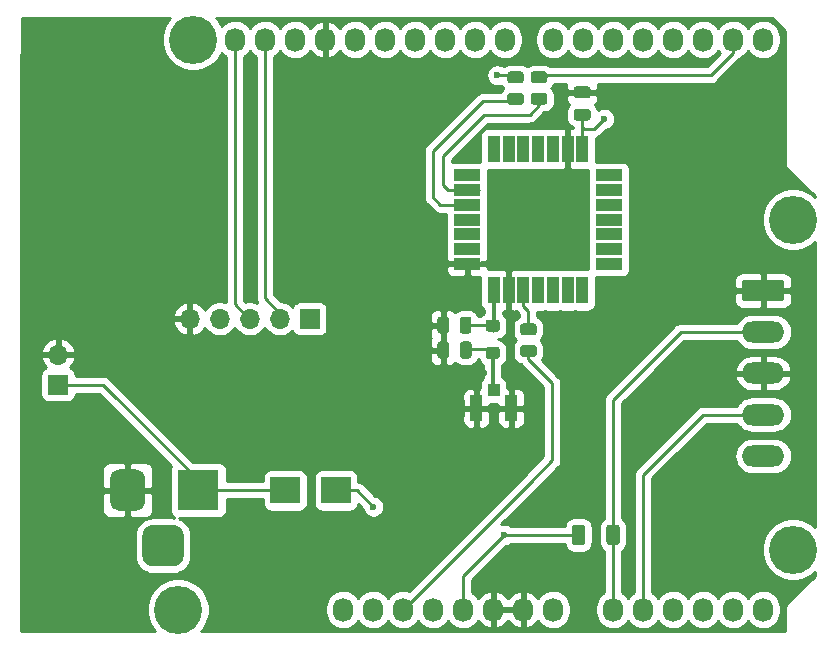
<source format=gbr>
%TF.GenerationSoftware,KiCad,Pcbnew,5.1.9+dfsg1-1~bpo10+1*%
%TF.CreationDate,2021-09-15T11:04:37+02:00*%
%TF.ProjectId,shield_temperature,73686965-6c64-45f7-9465-6d7065726174,1*%
%TF.SameCoordinates,Original*%
%TF.FileFunction,Copper,L1,Top*%
%TF.FilePolarity,Positive*%
%FSLAX46Y46*%
G04 Gerber Fmt 4.6, Leading zero omitted, Abs format (unit mm)*
G04 Created by KiCad (PCBNEW 5.1.9+dfsg1-1~bpo10+1) date 2021-09-15 11:04:37*
%MOMM*%
%LPD*%
G01*
G04 APERTURE LIST*
%TA.AperFunction,SMDPad,CuDef*%
%ADD10R,1.050000X2.200000*%
%TD*%
%TA.AperFunction,SMDPad,CuDef*%
%ADD11R,1.000000X1.050000*%
%TD*%
%TA.AperFunction,SMDPad,CuDef*%
%ADD12R,1.000000X2.300000*%
%TD*%
%TA.AperFunction,SMDPad,CuDef*%
%ADD13R,2.300000X1.000000*%
%TD*%
%TA.AperFunction,ComponentPad*%
%ADD14O,1.700000X1.700000*%
%TD*%
%TA.AperFunction,ComponentPad*%
%ADD15R,1.700000X1.700000*%
%TD*%
%TA.AperFunction,ComponentPad*%
%ADD16R,3.500000X3.500000*%
%TD*%
%TA.AperFunction,ComponentPad*%
%ADD17O,1.727200X2.032000*%
%TD*%
%TA.AperFunction,ComponentPad*%
%ADD18C,4.064000*%
%TD*%
%TA.AperFunction,ComponentPad*%
%ADD19O,3.600000X1.800000*%
%TD*%
%TA.AperFunction,SMDPad,CuDef*%
%ADD20R,2.500000X2.300000*%
%TD*%
%TA.AperFunction,ViaPad*%
%ADD21C,0.600000*%
%TD*%
%TA.AperFunction,Conductor*%
%ADD22C,0.250000*%
%TD*%
%TA.AperFunction,Conductor*%
%ADD23C,0.350000*%
%TD*%
%TA.AperFunction,Conductor*%
%ADD24C,0.254000*%
%TD*%
%TA.AperFunction,Conductor*%
%ADD25C,0.100000*%
%TD*%
G04 APERTURE END LIST*
D10*
%TO.P,J5,2*%
%TO.N,GND*%
X153163800Y-106774000D03*
D11*
%TO.P,J5,1*%
%TO.N,Net-(C3-Pad1)*%
X151688800Y-105249000D03*
D10*
%TO.P,J5,2*%
%TO.N,GND*%
X150213800Y-106774000D03*
%TD*%
D12*
%TO.P,U1,4*%
%TO.N,Net-(U1-Pad4)*%
X155448000Y-84805000D03*
%TO.P,U1,3*%
%TO.N,Net-(U1-Pad3)*%
X156698000Y-84805000D03*
%TO.P,U1,2*%
%TO.N,GND*%
X157948000Y-84805000D03*
%TO.P,U1,1*%
%TO.N,+3V3*%
X159198000Y-84805000D03*
%TO.P,U1,5*%
%TO.N,Net-(U1-Pad5)*%
X154198000Y-84805000D03*
%TO.P,U1,6*%
%TO.N,Net-(U1-Pad6)*%
X152948000Y-84805000D03*
%TO.P,U1,7*%
%TO.N,Net-(U1-Pad7)*%
X151698000Y-84805000D03*
D13*
%TO.P,U1,11*%
%TO.N,Net-(U1-Pad11)*%
X149448000Y-90805000D03*
%TO.P,U1,10*%
%TO.N,Net-(R3-Pad1)*%
X149448000Y-89555000D03*
%TO.P,U1,9*%
%TO.N,Net-(R2-Pad1)*%
X149448000Y-88305000D03*
%TO.P,U1,8*%
%TO.N,Net-(U1-Pad8)*%
X149448000Y-87055000D03*
%TO.P,U1,12*%
%TO.N,Net-(U1-Pad12)*%
X149448000Y-92055000D03*
%TO.P,U1,13*%
%TO.N,Net-(U1-Pad13)*%
X149448000Y-93305000D03*
%TO.P,U1,14*%
%TO.N,GND*%
X149448000Y-94555000D03*
D12*
%TO.P,U1,18*%
%TO.N,Net-(U1-Pad18)*%
X155448000Y-96805000D03*
%TO.P,U1,17*%
%TO.N,Net-(R4-Pad2)*%
X154198000Y-96805000D03*
%TO.P,U1,16*%
%TO.N,GND*%
X152948000Y-96805000D03*
%TO.P,U1,15*%
%TO.N,Net-(C2-Pad1)*%
X151698000Y-96805000D03*
%TO.P,U1,19*%
%TO.N,Net-(U1-Pad19)*%
X156698000Y-96805000D03*
%TO.P,U1,20*%
%TO.N,Net-(U1-Pad20)*%
X157948000Y-96805000D03*
%TO.P,U1,21*%
%TO.N,Net-(U1-Pad21)*%
X159198000Y-96805000D03*
D13*
%TO.P,U1,25*%
%TO.N,Net-(U1-Pad25)*%
X161448000Y-90805000D03*
%TO.P,U1,24*%
%TO.N,Net-(U1-Pad24)*%
X161448000Y-92055000D03*
%TO.P,U1,23*%
%TO.N,Net-(U1-Pad23)*%
X161448000Y-93305000D03*
%TO.P,U1,22*%
%TO.N,Net-(U1-Pad22)*%
X161448000Y-94555000D03*
%TO.P,U1,26*%
%TO.N,Net-(U1-Pad26)*%
X161448000Y-89555000D03*
%TO.P,U1,27*%
%TO.N,Net-(U1-Pad27)*%
X161448000Y-88305000D03*
%TO.P,U1,28*%
%TO.N,Net-(U1-Pad28)*%
X161448000Y-87055000D03*
%TD*%
%TO.P,R4,2*%
%TO.N,Net-(R4-Pad2)*%
%TA.AperFunction,SMDPad,CuDef*%
G36*
G01*
X155085201Y-100613900D02*
X154185199Y-100613900D01*
G75*
G02*
X153935200Y-100363901I0J249999D01*
G01*
X153935200Y-99838899D01*
G75*
G02*
X154185199Y-99588900I249999J0D01*
G01*
X155085201Y-99588900D01*
G75*
G02*
X155335200Y-99838899I0J-249999D01*
G01*
X155335200Y-100363901D01*
G75*
G02*
X155085201Y-100613900I-249999J0D01*
G01*
G37*
%TD.AperFunction*%
%TO.P,R4,1*%
%TO.N,/Reset*%
%TA.AperFunction,SMDPad,CuDef*%
G36*
G01*
X155085201Y-102438900D02*
X154185199Y-102438900D01*
G75*
G02*
X153935200Y-102188901I0J249999D01*
G01*
X153935200Y-101663899D01*
G75*
G02*
X154185199Y-101413900I249999J0D01*
G01*
X155085201Y-101413900D01*
G75*
G02*
X155335200Y-101663899I0J-249999D01*
G01*
X155335200Y-102188901D01*
G75*
G02*
X155085201Y-102438900I-249999J0D01*
G01*
G37*
%TD.AperFunction*%
%TD*%
%TO.P,R3,2*%
%TO.N,/0(Rx)*%
%TA.AperFunction,SMDPad,CuDef*%
G36*
G01*
X153993001Y-79281700D02*
X153092999Y-79281700D01*
G75*
G02*
X152843000Y-79031701I0J249999D01*
G01*
X152843000Y-78506699D01*
G75*
G02*
X153092999Y-78256700I249999J0D01*
G01*
X153993001Y-78256700D01*
G75*
G02*
X154243000Y-78506699I0J-249999D01*
G01*
X154243000Y-79031701D01*
G75*
G02*
X153993001Y-79281700I-249999J0D01*
G01*
G37*
%TD.AperFunction*%
%TO.P,R3,1*%
%TO.N,Net-(R3-Pad1)*%
%TA.AperFunction,SMDPad,CuDef*%
G36*
G01*
X153993001Y-81106700D02*
X153092999Y-81106700D01*
G75*
G02*
X152843000Y-80856701I0J249999D01*
G01*
X152843000Y-80331699D01*
G75*
G02*
X153092999Y-80081700I249999J0D01*
G01*
X153993001Y-80081700D01*
G75*
G02*
X154243000Y-80331699I0J-249999D01*
G01*
X154243000Y-80856701D01*
G75*
G02*
X153993001Y-81106700I-249999J0D01*
G01*
G37*
%TD.AperFunction*%
%TD*%
%TO.P,R2,2*%
%TO.N,/1(Tx)*%
%TA.AperFunction,SMDPad,CuDef*%
G36*
G01*
X155974201Y-79277900D02*
X155074199Y-79277900D01*
G75*
G02*
X154824200Y-79027901I0J249999D01*
G01*
X154824200Y-78502899D01*
G75*
G02*
X155074199Y-78252900I249999J0D01*
G01*
X155974201Y-78252900D01*
G75*
G02*
X156224200Y-78502899I0J-249999D01*
G01*
X156224200Y-79027901D01*
G75*
G02*
X155974201Y-79277900I-249999J0D01*
G01*
G37*
%TD.AperFunction*%
%TO.P,R2,1*%
%TO.N,Net-(R2-Pad1)*%
%TA.AperFunction,SMDPad,CuDef*%
G36*
G01*
X155974201Y-81102900D02*
X155074199Y-81102900D01*
G75*
G02*
X154824200Y-80852901I0J249999D01*
G01*
X154824200Y-80327899D01*
G75*
G02*
X155074199Y-80077900I249999J0D01*
G01*
X155974201Y-80077900D01*
G75*
G02*
X156224200Y-80327899I0J-249999D01*
G01*
X156224200Y-80852901D01*
G75*
G02*
X155974201Y-81102900I-249999J0D01*
G01*
G37*
%TD.AperFunction*%
%TD*%
%TO.P,L1,2*%
%TO.N,Net-(C3-Pad1)*%
%TA.AperFunction,SMDPad,CuDef*%
G36*
G01*
X151262599Y-101571600D02*
X151962601Y-101571600D01*
G75*
G02*
X152212600Y-101821599I0J-249999D01*
G01*
X152212600Y-102371601D01*
G75*
G02*
X151962601Y-102621600I-249999J0D01*
G01*
X151262599Y-102621600D01*
G75*
G02*
X151012600Y-102371601I0J249999D01*
G01*
X151012600Y-101821599D01*
G75*
G02*
X151262599Y-101571600I249999J0D01*
G01*
G37*
%TD.AperFunction*%
%TO.P,L1,1*%
%TO.N,Net-(C2-Pad1)*%
%TA.AperFunction,SMDPad,CuDef*%
G36*
G01*
X151262599Y-99271600D02*
X151962601Y-99271600D01*
G75*
G02*
X152212600Y-99521599I0J-249999D01*
G01*
X152212600Y-100071601D01*
G75*
G02*
X151962601Y-100321600I-249999J0D01*
G01*
X151262599Y-100321600D01*
G75*
G02*
X151012600Y-100071601I0J249999D01*
G01*
X151012600Y-99521599D01*
G75*
G02*
X151262599Y-99271600I249999J0D01*
G01*
G37*
%TD.AperFunction*%
%TD*%
%TO.P,C3,2*%
%TO.N,GND*%
%TA.AperFunction,SMDPad,CuDef*%
G36*
G01*
X147921600Y-101379000D02*
X147921600Y-102329000D01*
G75*
G02*
X147671600Y-102579000I-250000J0D01*
G01*
X147171600Y-102579000D01*
G75*
G02*
X146921600Y-102329000I0J250000D01*
G01*
X146921600Y-101379000D01*
G75*
G02*
X147171600Y-101129000I250000J0D01*
G01*
X147671600Y-101129000D01*
G75*
G02*
X147921600Y-101379000I0J-250000D01*
G01*
G37*
%TD.AperFunction*%
%TO.P,C3,1*%
%TO.N,Net-(C3-Pad1)*%
%TA.AperFunction,SMDPad,CuDef*%
G36*
G01*
X149821600Y-101379000D02*
X149821600Y-102329000D01*
G75*
G02*
X149571600Y-102579000I-250000J0D01*
G01*
X149071600Y-102579000D01*
G75*
G02*
X148821600Y-102329000I0J250000D01*
G01*
X148821600Y-101379000D01*
G75*
G02*
X149071600Y-101129000I250000J0D01*
G01*
X149571600Y-101129000D01*
G75*
G02*
X149821600Y-101379000I0J-250000D01*
G01*
G37*
%TD.AperFunction*%
%TD*%
%TO.P,C2,2*%
%TO.N,GND*%
%TA.AperFunction,SMDPad,CuDef*%
G36*
G01*
X147911400Y-99270800D02*
X147911400Y-100220800D01*
G75*
G02*
X147661400Y-100470800I-250000J0D01*
G01*
X147161400Y-100470800D01*
G75*
G02*
X146911400Y-100220800I0J250000D01*
G01*
X146911400Y-99270800D01*
G75*
G02*
X147161400Y-99020800I250000J0D01*
G01*
X147661400Y-99020800D01*
G75*
G02*
X147911400Y-99270800I0J-250000D01*
G01*
G37*
%TD.AperFunction*%
%TO.P,C2,1*%
%TO.N,Net-(C2-Pad1)*%
%TA.AperFunction,SMDPad,CuDef*%
G36*
G01*
X149811400Y-99270800D02*
X149811400Y-100220800D01*
G75*
G02*
X149561400Y-100470800I-250000J0D01*
G01*
X149061400Y-100470800D01*
G75*
G02*
X148811400Y-100220800I0J250000D01*
G01*
X148811400Y-99270800D01*
G75*
G02*
X149061400Y-99020800I250000J0D01*
G01*
X149561400Y-99020800D01*
G75*
G02*
X149811400Y-99270800I0J-250000D01*
G01*
G37*
%TD.AperFunction*%
%TD*%
%TO.P,C1,2*%
%TO.N,GND*%
%TA.AperFunction,SMDPad,CuDef*%
G36*
G01*
X159656800Y-80535400D02*
X158706800Y-80535400D01*
G75*
G02*
X158456800Y-80285400I0J250000D01*
G01*
X158456800Y-79785400D01*
G75*
G02*
X158706800Y-79535400I250000J0D01*
G01*
X159656800Y-79535400D01*
G75*
G02*
X159906800Y-79785400I0J-250000D01*
G01*
X159906800Y-80285400D01*
G75*
G02*
X159656800Y-80535400I-250000J0D01*
G01*
G37*
%TD.AperFunction*%
%TO.P,C1,1*%
%TO.N,+3V3*%
%TA.AperFunction,SMDPad,CuDef*%
G36*
G01*
X159656800Y-82435400D02*
X158706800Y-82435400D01*
G75*
G02*
X158456800Y-82185400I0J250000D01*
G01*
X158456800Y-81685400D01*
G75*
G02*
X158706800Y-81435400I250000J0D01*
G01*
X159656800Y-81435400D01*
G75*
G02*
X159906800Y-81685400I0J-250000D01*
G01*
X159906800Y-82185400D01*
G75*
G02*
X159656800Y-82435400I-250000J0D01*
G01*
G37*
%TD.AperFunction*%
%TD*%
D14*
%TO.P,J4,2*%
%TO.N,GND*%
X114808000Y-102235000D03*
D15*
%TO.P,J4,1*%
%TO.N,Net-(D1-Pad2)*%
X114808000Y-104775000D03*
%TD*%
%TO.P,J3,3*%
%TO.N,N/C*%
%TA.AperFunction,ComponentPad*%
G36*
G01*
X121945200Y-119290800D02*
X121945200Y-117540800D01*
G75*
G02*
X122820200Y-116665800I875000J0D01*
G01*
X124570200Y-116665800D01*
G75*
G02*
X125445200Y-117540800I0J-875000D01*
G01*
X125445200Y-119290800D01*
G75*
G02*
X124570200Y-120165800I-875000J0D01*
G01*
X122820200Y-120165800D01*
G75*
G02*
X121945200Y-119290800I0J875000D01*
G01*
G37*
%TD.AperFunction*%
%TO.P,J3,2*%
%TO.N,GND*%
%TA.AperFunction,ComponentPad*%
G36*
G01*
X119195200Y-114715800D02*
X119195200Y-112715800D01*
G75*
G02*
X119945200Y-111965800I750000J0D01*
G01*
X121445200Y-111965800D01*
G75*
G02*
X122195200Y-112715800I0J-750000D01*
G01*
X122195200Y-114715800D01*
G75*
G02*
X121445200Y-115465800I-750000J0D01*
G01*
X119945200Y-115465800D01*
G75*
G02*
X119195200Y-114715800I0J750000D01*
G01*
G37*
%TD.AperFunction*%
D16*
%TO.P,J3,1*%
%TO.N,Net-(D1-Pad2)*%
X126695200Y-113715800D03*
%TD*%
D17*
%TO.P,P1,1*%
%TO.N,Net-(P1-Pad1)*%
X138938000Y-123825000D03*
%TO.P,P1,2*%
%TO.N,/IOREF*%
X141478000Y-123825000D03*
%TO.P,P1,3*%
%TO.N,/Reset*%
X144018000Y-123825000D03*
%TO.P,P1,4*%
%TO.N,+3V3*%
X146558000Y-123825000D03*
%TO.P,P1,5*%
%TO.N,+5V*%
X149098000Y-123825000D03*
%TO.P,P1,6*%
%TO.N,GND*%
X151638000Y-123825000D03*
%TO.P,P1,7*%
X154178000Y-123825000D03*
%TO.P,P1,8*%
%TO.N,/Vin*%
X156718000Y-123825000D03*
%TD*%
%TO.P,P2,1*%
%TO.N,/temp_out*%
X161798000Y-123825000D03*
%TO.P,P2,2*%
%TO.N,/humidity*%
X164338000Y-123825000D03*
%TO.P,P2,3*%
%TO.N,/A2*%
X166878000Y-123825000D03*
%TO.P,P2,4*%
%TO.N,/A3*%
X169418000Y-123825000D03*
%TO.P,P2,5*%
%TO.N,/A4(SDA)*%
X171958000Y-123825000D03*
%TO.P,P2,6*%
%TO.N,/A5(SCL)*%
X174498000Y-123825000D03*
%TD*%
%TO.P,P3,1*%
%TO.N,/A5(SCL)*%
X129794000Y-75565000D03*
%TO.P,P3,2*%
%TO.N,/A4(SDA)*%
X132334000Y-75565000D03*
%TO.P,P3,3*%
%TO.N,/AREF*%
X134874000Y-75565000D03*
%TO.P,P3,4*%
%TO.N,GND*%
X137414000Y-75565000D03*
%TO.P,P3,5*%
%TO.N,/13(SCK)*%
X139954000Y-75565000D03*
%TO.P,P3,6*%
%TO.N,/12(MISO)*%
X142494000Y-75565000D03*
%TO.P,P3,7*%
%TO.N,/11(\u002A\u002A/MOSI)*%
X145034000Y-75565000D03*
%TO.P,P3,8*%
%TO.N,/10(\u002A\u002A/SS)*%
X147574000Y-75565000D03*
%TO.P,P3,9*%
%TO.N,/9(\u002A\u002A)*%
X150114000Y-75565000D03*
%TO.P,P3,10*%
%TO.N,/8*%
X152654000Y-75565000D03*
%TD*%
%TO.P,P4,1*%
%TO.N,/7*%
X156718000Y-75565000D03*
%TO.P,P4,2*%
%TO.N,/6(\u002A\u002A)*%
X159258000Y-75565000D03*
%TO.P,P4,3*%
%TO.N,/5(\u002A\u002A)*%
X161798000Y-75565000D03*
%TO.P,P4,4*%
%TO.N,/4*%
X164338000Y-75565000D03*
%TO.P,P4,5*%
%TO.N,/3(\u002A\u002A)*%
X166878000Y-75565000D03*
%TO.P,P4,6*%
%TO.N,/2*%
X169418000Y-75565000D03*
%TO.P,P4,7*%
%TO.N,/1(Tx)*%
X171958000Y-75565000D03*
%TO.P,P4,8*%
%TO.N,/0(Rx)*%
X174498000Y-75565000D03*
%TD*%
D18*
%TO.P,P5,1*%
%TO.N,Net-(P5-Pad1)*%
X124968000Y-123825000D03*
%TD*%
%TO.P,P6,1*%
%TO.N,Net-(P6-Pad1)*%
X177038000Y-118745000D03*
%TD*%
%TO.P,P7,1*%
%TO.N,Net-(P7-Pad1)*%
X126238000Y-75565000D03*
%TD*%
%TO.P,P8,1*%
%TO.N,Net-(P8-Pad1)*%
X177038000Y-90805000D03*
%TD*%
%TO.P,J1,1*%
%TO.N,GND*%
%TA.AperFunction,ComponentPad*%
G36*
G01*
X172948000Y-95915000D02*
X176048000Y-95915000D01*
G75*
G02*
X176298000Y-96165000I0J-250000D01*
G01*
X176298000Y-97465000D01*
G75*
G02*
X176048000Y-97715000I-250000J0D01*
G01*
X172948000Y-97715000D01*
G75*
G02*
X172698000Y-97465000I0J250000D01*
G01*
X172698000Y-96165000D01*
G75*
G02*
X172948000Y-95915000I250000J0D01*
G01*
G37*
%TD.AperFunction*%
D19*
%TO.P,J1,2*%
%TO.N,/temp_out*%
X174498000Y-100315000D03*
%TO.P,J1,3*%
%TO.N,GND*%
X174498000Y-103815000D03*
%TO.P,J1,4*%
%TO.N,/humidity*%
X174498000Y-107315000D03*
%TO.P,J1,5*%
%TO.N,+5V*%
X174498000Y-110815000D03*
%TD*%
%TO.P,R1,1*%
%TO.N,/temp_out*%
%TA.AperFunction,SMDPad,CuDef*%
G36*
G01*
X162360500Y-116875399D02*
X162360500Y-118125401D01*
G75*
G02*
X162110501Y-118375400I-249999J0D01*
G01*
X161485499Y-118375400D01*
G75*
G02*
X161235500Y-118125401I0J249999D01*
G01*
X161235500Y-116875399D01*
G75*
G02*
X161485499Y-116625400I249999J0D01*
G01*
X162110501Y-116625400D01*
G75*
G02*
X162360500Y-116875399I0J-249999D01*
G01*
G37*
%TD.AperFunction*%
%TO.P,R1,2*%
%TO.N,+5V*%
%TA.AperFunction,SMDPad,CuDef*%
G36*
G01*
X159435500Y-116875399D02*
X159435500Y-118125401D01*
G75*
G02*
X159185501Y-118375400I-249999J0D01*
G01*
X158560499Y-118375400D01*
G75*
G02*
X158310500Y-118125401I0J249999D01*
G01*
X158310500Y-116875399D01*
G75*
G02*
X158560499Y-116625400I249999J0D01*
G01*
X159185501Y-116625400D01*
G75*
G02*
X159435500Y-116875399I0J-249999D01*
G01*
G37*
%TD.AperFunction*%
%TD*%
D15*
%TO.P,J2,1*%
%TO.N,+3V3*%
X136118600Y-99212400D03*
D14*
%TO.P,J2,2*%
%TO.N,/A4(SDA)*%
X133578600Y-99212400D03*
%TO.P,J2,3*%
%TO.N,/A5(SCL)*%
X131038600Y-99212400D03*
%TO.P,J2,4*%
%TO.N,Net-(J2-Pad4)*%
X128498600Y-99212400D03*
%TO.P,J2,5*%
%TO.N,GND*%
X125958600Y-99212400D03*
%TD*%
D20*
%TO.P,D1,1*%
%TO.N,/Vin*%
X138353800Y-113741200D03*
%TO.P,D1,2*%
%TO.N,Net-(D1-Pad2)*%
X134053800Y-113741200D03*
%TD*%
D21*
%TO.N,+5V*%
X152590500Y-117513100D03*
%TO.N,GND*%
X131038600Y-85166200D03*
X149098000Y-104825800D03*
X148455462Y-105729373D03*
X148123591Y-106787278D03*
X148134874Y-107895959D03*
X148488206Y-108946890D03*
X149149000Y-109837200D03*
X150052573Y-110479738D03*
X151110478Y-110811609D03*
X152219159Y-110800326D03*
X153270090Y-110446994D03*
X154160400Y-109786200D03*
X154802938Y-108882627D03*
X155134809Y-107824722D03*
X155123526Y-106716041D03*
X154770194Y-105665110D03*
X154109400Y-104774800D03*
X153205827Y-104132262D03*
X152603200Y-103800391D03*
X150876000Y-103835200D03*
X149988310Y-104165006D03*
%TO.N,/Vin*%
X141503400Y-115112800D03*
%TO.N,/0(Rx)*%
X151993600Y-78587600D03*
%TO.N,+3V3*%
X161061400Y-82270600D03*
%TD*%
D22*
%TO.N,/Reset*%
X154762200Y-113080800D02*
X144018000Y-123825000D01*
X156663400Y-111179600D02*
X154762200Y-113080800D01*
X156663400Y-104669600D02*
X156663400Y-111179600D01*
X154635200Y-101926400D02*
X154635200Y-102641400D01*
X154635200Y-102641400D02*
X156663400Y-104669600D01*
%TO.N,+5V*%
X158847600Y-117475000D02*
X158873000Y-117500400D01*
X152628600Y-117475000D02*
X158847600Y-117475000D01*
X149098000Y-123825000D02*
X149098000Y-121005600D01*
X149098000Y-121005600D02*
X152590500Y-117513100D01*
X152590500Y-117513100D02*
X152628600Y-117475000D01*
%TO.N,GND*%
X151638000Y-123825000D02*
X154178000Y-123825000D01*
%TO.N,/Vin*%
X140131800Y-113741200D02*
X141503400Y-115112800D01*
X138353800Y-113741200D02*
X140131800Y-113741200D01*
%TO.N,/A4(SDA)*%
X133553200Y-98856800D02*
X133604000Y-98907600D01*
X132334000Y-75565000D02*
X132334000Y-97485200D01*
X132334000Y-97485200D02*
X133781800Y-98933000D01*
%TO.N,/A5(SCL)*%
X129794000Y-97637600D02*
X129794000Y-75565000D01*
X129768600Y-97942400D02*
X129768600Y-97688400D01*
X131267200Y-99187000D02*
X131013200Y-99187000D01*
X131013200Y-99187000D02*
X129768600Y-97942400D01*
%TO.N,/1(Tx)*%
X170053000Y-78587600D02*
X171958000Y-76682600D01*
X156184600Y-78587600D02*
X170053000Y-78587600D01*
X155524200Y-78765400D02*
X156006800Y-78765400D01*
X171958000Y-76682600D02*
X171958000Y-75565000D01*
X156006800Y-78765400D02*
X156184600Y-78587600D01*
%TO.N,/0(Rx)*%
X153361400Y-78587600D02*
X153543000Y-78769200D01*
X151993600Y-78587600D02*
X153361400Y-78587600D01*
%TO.N,+3V3*%
X136144000Y-98907600D02*
X136118600Y-98933000D01*
X136118600Y-98933000D02*
X136118600Y-99212400D01*
X159181800Y-84788800D02*
X159198000Y-84805000D01*
X159181800Y-81935400D02*
X159181800Y-83007200D01*
X159181800Y-83007200D02*
X159181800Y-84788800D01*
X159308800Y-83134200D02*
X159181800Y-83007200D01*
X161061400Y-82270600D02*
X160197800Y-83134200D01*
X160197800Y-83134200D02*
X159308800Y-83134200D01*
%TO.N,/temp_out*%
X167528000Y-100315000D02*
X174498000Y-100315000D01*
X161798000Y-123825000D02*
X161798000Y-106045000D01*
X161798000Y-106045000D02*
X167528000Y-100315000D01*
%TO.N,/humidity*%
X174498000Y-107315000D02*
X169418000Y-107315000D01*
X164338000Y-112395000D02*
X164338000Y-123825000D01*
X169418000Y-107315000D02*
X164338000Y-112395000D01*
%TO.N,Net-(D1-Pad2)*%
X134003000Y-113690400D02*
X134053800Y-113741200D01*
X126695200Y-113715800D02*
X126720600Y-113690400D01*
X126720600Y-113690400D02*
X134003000Y-113690400D01*
X118618000Y-104775000D02*
X114808000Y-104775000D01*
X134053800Y-113741200D02*
X127584200Y-113741200D01*
X127584200Y-113741200D02*
X118618000Y-104775000D01*
%TO.N,Net-(C2-Pad1)*%
X151698000Y-99711200D02*
X151612600Y-99796600D01*
D23*
X151698000Y-96805000D02*
X151698000Y-99711200D01*
D22*
X151612600Y-100203000D02*
X151612600Y-99796600D01*
X151561800Y-99745800D02*
X149311400Y-99745800D01*
X151612600Y-99796600D02*
X151561800Y-99745800D01*
%TO.N,Net-(C3-Pad1)*%
X151612600Y-105172800D02*
X151688800Y-105249000D01*
D23*
X151612600Y-102096600D02*
X151612600Y-105172800D01*
D22*
X151293800Y-101777800D02*
X149321600Y-101777800D01*
X151612600Y-102096600D02*
X151293800Y-101777800D01*
%TO.N,Net-(R2-Pad1)*%
X149382600Y-88305000D02*
X149382600Y-88239600D01*
X150433002Y-88305000D02*
X149382600Y-88305000D01*
X149382600Y-88239600D02*
X149448000Y-88305000D01*
X155524200Y-81127600D02*
X155524200Y-80590400D01*
X147817200Y-88305000D02*
X147370800Y-87858600D01*
X149448000Y-88305000D02*
X147817200Y-88305000D01*
X147370800Y-87858600D02*
X147370800Y-85420200D01*
X147370800Y-85420200D02*
X150876000Y-81915000D01*
X150876000Y-81915000D02*
X154736800Y-81915000D01*
X154736800Y-81915000D02*
X155524200Y-81127600D01*
%TO.N,Net-(R3-Pad1)*%
X150774400Y-80772000D02*
X153365200Y-80772000D01*
X146532600Y-85013800D02*
X150774400Y-80772000D01*
X146532600Y-88925400D02*
X146532600Y-85013800D01*
X149448000Y-89555000D02*
X147162200Y-89555000D01*
X153365200Y-80772000D02*
X153543000Y-80594200D01*
X147162200Y-89555000D02*
X146532600Y-88925400D01*
%TO.N,Net-(R4-Pad2)*%
X154198000Y-96805000D02*
X154198000Y-98089400D01*
X154635200Y-98526600D02*
X154635200Y-100101400D01*
X154198000Y-98089400D02*
X154635200Y-98526600D01*
%TD*%
D24*
%TO.N,GND*%
X124166406Y-73864887D02*
X123874536Y-74301702D01*
X123673492Y-74787065D01*
X123571000Y-75302323D01*
X123571000Y-75827677D01*
X123673492Y-76342935D01*
X123874536Y-76828298D01*
X124166406Y-77265113D01*
X124537887Y-77636594D01*
X124974702Y-77928464D01*
X125460065Y-78129508D01*
X125975323Y-78232000D01*
X126500677Y-78232000D01*
X127015935Y-78129508D01*
X127501298Y-77928464D01*
X127938113Y-77636594D01*
X128309594Y-77265113D01*
X128601464Y-76828298D01*
X128657001Y-76694219D01*
X128729203Y-76782197D01*
X128957395Y-76969469D01*
X129034001Y-77010416D01*
X129034000Y-97491933D01*
X129019597Y-97539414D01*
X129008600Y-97651067D01*
X129008600Y-97816297D01*
X128931758Y-97784468D01*
X128644860Y-97727400D01*
X128352340Y-97727400D01*
X128065442Y-97784468D01*
X127795189Y-97896410D01*
X127551968Y-98058925D01*
X127345125Y-98265768D01*
X127223405Y-98447934D01*
X127153778Y-98331045D01*
X126958869Y-98114812D01*
X126725520Y-97940759D01*
X126462699Y-97815575D01*
X126315490Y-97770924D01*
X126085600Y-97892245D01*
X126085600Y-99085400D01*
X126105600Y-99085400D01*
X126105600Y-99339400D01*
X126085600Y-99339400D01*
X126085600Y-100532555D01*
X126315490Y-100653876D01*
X126462699Y-100609225D01*
X126725520Y-100484041D01*
X126958869Y-100309988D01*
X127153778Y-100093755D01*
X127223405Y-99976866D01*
X127345125Y-100159032D01*
X127551968Y-100365875D01*
X127795189Y-100528390D01*
X128065442Y-100640332D01*
X128352340Y-100697400D01*
X128644860Y-100697400D01*
X128931758Y-100640332D01*
X129202011Y-100528390D01*
X129445232Y-100365875D01*
X129652075Y-100159032D01*
X129768600Y-99984640D01*
X129885125Y-100159032D01*
X130091968Y-100365875D01*
X130335189Y-100528390D01*
X130605442Y-100640332D01*
X130892340Y-100697400D01*
X131184860Y-100697400D01*
X131471758Y-100640332D01*
X131742011Y-100528390D01*
X131985232Y-100365875D01*
X132192075Y-100159032D01*
X132308600Y-99984640D01*
X132425125Y-100159032D01*
X132631968Y-100365875D01*
X132875189Y-100528390D01*
X133145442Y-100640332D01*
X133432340Y-100697400D01*
X133724860Y-100697400D01*
X134011758Y-100640332D01*
X134282011Y-100528390D01*
X134525232Y-100365875D01*
X134657087Y-100234020D01*
X134679098Y-100306580D01*
X134738063Y-100416894D01*
X134817415Y-100513585D01*
X134914106Y-100592937D01*
X135024420Y-100651902D01*
X135144118Y-100688212D01*
X135268600Y-100700472D01*
X136968600Y-100700472D01*
X137093082Y-100688212D01*
X137212780Y-100651902D01*
X137323094Y-100592937D01*
X137419785Y-100513585D01*
X137454897Y-100470800D01*
X146273328Y-100470800D01*
X146285588Y-100595282D01*
X146321898Y-100714980D01*
X146372389Y-100809441D01*
X146332098Y-100884820D01*
X146295788Y-101004518D01*
X146283528Y-101129000D01*
X146286600Y-101568250D01*
X146445350Y-101727000D01*
X147294600Y-101727000D01*
X147294600Y-100652750D01*
X147284400Y-100642550D01*
X147284400Y-99872800D01*
X146435150Y-99872800D01*
X146276400Y-100031550D01*
X146273328Y-100470800D01*
X137454897Y-100470800D01*
X137499137Y-100416894D01*
X137558102Y-100306580D01*
X137594412Y-100186882D01*
X137606672Y-100062400D01*
X137606672Y-99020800D01*
X146273328Y-99020800D01*
X146276400Y-99460050D01*
X146435150Y-99618800D01*
X147284400Y-99618800D01*
X147284400Y-98544550D01*
X147538400Y-98544550D01*
X147538400Y-99618800D01*
X147558400Y-99618800D01*
X147558400Y-99872800D01*
X147538400Y-99872800D01*
X147538400Y-100947050D01*
X147548600Y-100957250D01*
X147548600Y-101727000D01*
X147568600Y-101727000D01*
X147568600Y-101981000D01*
X147548600Y-101981000D01*
X147548600Y-103055250D01*
X147707350Y-103214000D01*
X147921600Y-103217072D01*
X148046082Y-103204812D01*
X148165780Y-103168502D01*
X148276094Y-103109537D01*
X148372785Y-103030185D01*
X148438258Y-102950406D01*
X148443638Y-102956962D01*
X148578214Y-103067405D01*
X148731750Y-103149472D01*
X148898346Y-103200008D01*
X149071600Y-103217072D01*
X149571600Y-103217072D01*
X149744854Y-103200008D01*
X149911450Y-103149472D01*
X150064986Y-103067405D01*
X150199562Y-102956962D01*
X150310005Y-102822386D01*
X150392072Y-102668850D01*
X150410639Y-102607644D01*
X150442128Y-102711451D01*
X150524195Y-102864987D01*
X150634638Y-102999562D01*
X150769213Y-103110005D01*
X150802600Y-103127851D01*
X150802601Y-104219483D01*
X150737615Y-104272815D01*
X150658263Y-104369506D01*
X150599298Y-104479820D01*
X150562988Y-104599518D01*
X150550728Y-104724000D01*
X150550728Y-105038343D01*
X150499550Y-105039000D01*
X150340800Y-105197750D01*
X150340800Y-106647000D01*
X151215050Y-106647000D01*
X151373800Y-106488250D01*
X151374087Y-106412072D01*
X152003513Y-106412072D01*
X152003800Y-106488250D01*
X152162550Y-106647000D01*
X153036800Y-106647000D01*
X153036800Y-105197750D01*
X153290800Y-105197750D01*
X153290800Y-106647000D01*
X154165050Y-106647000D01*
X154323800Y-106488250D01*
X154326872Y-105674000D01*
X154314612Y-105549518D01*
X154278302Y-105429820D01*
X154219337Y-105319506D01*
X154139985Y-105222815D01*
X154043294Y-105143463D01*
X153932980Y-105084498D01*
X153813282Y-105048188D01*
X153688800Y-105035928D01*
X153449550Y-105039000D01*
X153290800Y-105197750D01*
X153036800Y-105197750D01*
X152878050Y-105039000D01*
X152826872Y-105038343D01*
X152826872Y-104724000D01*
X152814612Y-104599518D01*
X152778302Y-104479820D01*
X152719337Y-104369506D01*
X152639985Y-104272815D01*
X152543294Y-104193463D01*
X152432980Y-104134498D01*
X152422600Y-104131349D01*
X152422600Y-103127851D01*
X152455987Y-103110005D01*
X152590562Y-102999562D01*
X152701005Y-102864987D01*
X152783072Y-102711451D01*
X152833608Y-102544855D01*
X152850672Y-102371601D01*
X152850672Y-101821599D01*
X152833608Y-101648345D01*
X152783072Y-101481749D01*
X152701005Y-101328213D01*
X152590562Y-101193638D01*
X152455987Y-101083195D01*
X152302451Y-101001128D01*
X152135855Y-100950592D01*
X152095323Y-100946600D01*
X152135855Y-100942608D01*
X152302451Y-100892072D01*
X152455987Y-100810005D01*
X152590562Y-100699562D01*
X152701005Y-100564987D01*
X152783072Y-100411451D01*
X152833608Y-100244855D01*
X152850672Y-100071601D01*
X152850672Y-99521599D01*
X152833608Y-99348345D01*
X152783072Y-99181749D01*
X152701005Y-99028213D01*
X152590562Y-98893638D01*
X152508000Y-98825881D01*
X152508000Y-98592212D01*
X152662250Y-98590000D01*
X152821000Y-98431250D01*
X152821000Y-98088752D01*
X152823812Y-98079482D01*
X152836072Y-97955000D01*
X152836072Y-95655000D01*
X152823812Y-95530518D01*
X152821000Y-95521248D01*
X152821000Y-95178750D01*
X152662250Y-95020000D01*
X152448000Y-95016928D01*
X152323518Y-95029188D01*
X152323000Y-95029345D01*
X152322482Y-95029188D01*
X152198000Y-95016928D01*
X151235526Y-95016928D01*
X151233000Y-94840750D01*
X151074250Y-94682000D01*
X149575000Y-94682000D01*
X149575000Y-95531250D01*
X149733750Y-95690000D01*
X150559928Y-95692937D01*
X150559928Y-97955000D01*
X150572188Y-98079482D01*
X150608498Y-98199180D01*
X150667463Y-98309494D01*
X150746815Y-98406185D01*
X150843506Y-98485537D01*
X150888001Y-98509320D01*
X150888001Y-98719701D01*
X150769213Y-98783195D01*
X150634638Y-98893638D01*
X150559002Y-98985800D01*
X150398510Y-98985800D01*
X150381872Y-98930950D01*
X150299805Y-98777414D01*
X150189362Y-98642838D01*
X150054786Y-98532395D01*
X149901250Y-98450328D01*
X149734654Y-98399792D01*
X149561400Y-98382728D01*
X149061400Y-98382728D01*
X148888146Y-98399792D01*
X148721550Y-98450328D01*
X148568014Y-98532395D01*
X148433438Y-98642838D01*
X148428058Y-98649394D01*
X148362585Y-98569615D01*
X148265894Y-98490263D01*
X148155580Y-98431298D01*
X148035882Y-98394988D01*
X147911400Y-98382728D01*
X147697150Y-98385800D01*
X147538400Y-98544550D01*
X147284400Y-98544550D01*
X147125650Y-98385800D01*
X146911400Y-98382728D01*
X146786918Y-98394988D01*
X146667220Y-98431298D01*
X146556906Y-98490263D01*
X146460215Y-98569615D01*
X146380863Y-98666306D01*
X146321898Y-98776620D01*
X146285588Y-98896318D01*
X146273328Y-99020800D01*
X137606672Y-99020800D01*
X137606672Y-98362400D01*
X137594412Y-98237918D01*
X137558102Y-98118220D01*
X137499137Y-98007906D01*
X137419785Y-97911215D01*
X137323094Y-97831863D01*
X137212780Y-97772898D01*
X137093082Y-97736588D01*
X136968600Y-97724328D01*
X135268600Y-97724328D01*
X135144118Y-97736588D01*
X135024420Y-97772898D01*
X134914106Y-97831863D01*
X134817415Y-97911215D01*
X134738063Y-98007906D01*
X134679098Y-98118220D01*
X134657087Y-98190780D01*
X134525232Y-98058925D01*
X134282011Y-97896410D01*
X134011758Y-97784468D01*
X133724860Y-97727400D01*
X133651002Y-97727400D01*
X133094000Y-97170399D01*
X133094000Y-95055000D01*
X147659928Y-95055000D01*
X147672188Y-95179482D01*
X147708498Y-95299180D01*
X147767463Y-95409494D01*
X147846815Y-95506185D01*
X147943506Y-95585537D01*
X148053820Y-95644502D01*
X148173518Y-95680812D01*
X148298000Y-95693072D01*
X149162250Y-95690000D01*
X149321000Y-95531250D01*
X149321000Y-94682000D01*
X147821750Y-94682000D01*
X147663000Y-94840750D01*
X147659928Y-95055000D01*
X133094000Y-95055000D01*
X133094000Y-85013800D01*
X145768924Y-85013800D01*
X145772601Y-85051132D01*
X145772600Y-88888077D01*
X145768924Y-88925400D01*
X145772600Y-88962722D01*
X145772600Y-88962732D01*
X145783597Y-89074385D01*
X145827054Y-89217646D01*
X145897626Y-89349676D01*
X145934414Y-89394502D01*
X145992599Y-89465401D01*
X146021602Y-89489203D01*
X146598400Y-90066002D01*
X146622199Y-90095001D01*
X146737924Y-90189974D01*
X146869953Y-90260546D01*
X147013214Y-90304003D01*
X147124867Y-90315000D01*
X147124877Y-90315000D01*
X147162200Y-90318676D01*
X147199523Y-90315000D01*
X147659928Y-90315000D01*
X147659928Y-91305000D01*
X147672188Y-91429482D01*
X147672345Y-91430000D01*
X147672188Y-91430518D01*
X147659928Y-91555000D01*
X147659928Y-92555000D01*
X147672188Y-92679482D01*
X147672345Y-92680000D01*
X147672188Y-92680518D01*
X147659928Y-92805000D01*
X147659928Y-93805000D01*
X147672188Y-93929482D01*
X147672345Y-93930000D01*
X147672188Y-93930518D01*
X147659928Y-94055000D01*
X147663000Y-94269250D01*
X147821750Y-94428000D01*
X148164248Y-94428000D01*
X148173518Y-94430812D01*
X148298000Y-94443072D01*
X150598000Y-94443072D01*
X150722482Y-94430812D01*
X150731752Y-94428000D01*
X151074250Y-94428000D01*
X151233000Y-94269250D01*
X151236072Y-94055000D01*
X151223812Y-93930518D01*
X151223655Y-93930000D01*
X151223812Y-93929482D01*
X151236072Y-93805000D01*
X151236072Y-92805000D01*
X151223812Y-92680518D01*
X151223655Y-92680000D01*
X151223812Y-92679482D01*
X151236072Y-92555000D01*
X151236072Y-91555000D01*
X151223812Y-91430518D01*
X151223655Y-91430000D01*
X151223812Y-91429482D01*
X151236072Y-91305000D01*
X151236072Y-90305000D01*
X151223812Y-90180518D01*
X151223655Y-90180000D01*
X151223812Y-90179482D01*
X151236072Y-90055000D01*
X151236072Y-89055000D01*
X151223812Y-88930518D01*
X151223655Y-88930000D01*
X151223812Y-88929482D01*
X151236072Y-88805000D01*
X151236072Y-87805000D01*
X151223812Y-87680518D01*
X151223655Y-87680000D01*
X151223812Y-87679482D01*
X151236072Y-87555000D01*
X151236072Y-86593072D01*
X152198000Y-86593072D01*
X152322482Y-86580812D01*
X152323000Y-86580655D01*
X152323518Y-86580812D01*
X152448000Y-86593072D01*
X153448000Y-86593072D01*
X153572482Y-86580812D01*
X153573000Y-86580655D01*
X153573518Y-86580812D01*
X153698000Y-86593072D01*
X154698000Y-86593072D01*
X154822482Y-86580812D01*
X154823000Y-86580655D01*
X154823518Y-86580812D01*
X154948000Y-86593072D01*
X155948000Y-86593072D01*
X156072482Y-86580812D01*
X156073000Y-86580655D01*
X156073518Y-86580812D01*
X156198000Y-86593072D01*
X157198000Y-86593072D01*
X157322482Y-86580812D01*
X157323000Y-86580655D01*
X157323518Y-86580812D01*
X157448000Y-86593072D01*
X157662250Y-86590000D01*
X157821000Y-86431250D01*
X157821000Y-86088752D01*
X157823812Y-86079482D01*
X157836072Y-85955000D01*
X157836072Y-83655000D01*
X157823812Y-83530518D01*
X157821000Y-83521248D01*
X157821000Y-83178750D01*
X157662250Y-83020000D01*
X157448000Y-83016928D01*
X157323518Y-83029188D01*
X157323000Y-83029345D01*
X157322482Y-83029188D01*
X157198000Y-83016928D01*
X156198000Y-83016928D01*
X156073518Y-83029188D01*
X156073000Y-83029345D01*
X156072482Y-83029188D01*
X155948000Y-83016928D01*
X154948000Y-83016928D01*
X154823518Y-83029188D01*
X154823000Y-83029345D01*
X154822482Y-83029188D01*
X154698000Y-83016928D01*
X153698000Y-83016928D01*
X153573518Y-83029188D01*
X153573000Y-83029345D01*
X153572482Y-83029188D01*
X153448000Y-83016928D01*
X152448000Y-83016928D01*
X152323518Y-83029188D01*
X152323000Y-83029345D01*
X152322482Y-83029188D01*
X152198000Y-83016928D01*
X151198000Y-83016928D01*
X151073518Y-83029188D01*
X150953820Y-83065498D01*
X150843506Y-83124463D01*
X150746815Y-83203815D01*
X150667463Y-83300506D01*
X150608498Y-83410820D01*
X150572188Y-83530518D01*
X150559928Y-83655000D01*
X150559928Y-85916928D01*
X148298000Y-85916928D01*
X148173518Y-85929188D01*
X148130800Y-85942146D01*
X148130800Y-85735001D01*
X151190803Y-82675000D01*
X154699478Y-82675000D01*
X154736800Y-82678676D01*
X154774122Y-82675000D01*
X154774133Y-82675000D01*
X154885786Y-82664003D01*
X155029047Y-82620546D01*
X155161076Y-82549974D01*
X155276801Y-82455001D01*
X155300603Y-82425998D01*
X155986879Y-81739723D01*
X156147455Y-81723908D01*
X156314051Y-81673372D01*
X156467587Y-81591305D01*
X156602162Y-81480862D01*
X156712605Y-81346287D01*
X156794672Y-81192751D01*
X156845208Y-81026155D01*
X156862272Y-80852901D01*
X156862272Y-80327899D01*
X156845208Y-80154645D01*
X156794672Y-79988049D01*
X156712605Y-79834513D01*
X156602162Y-79699938D01*
X156575309Y-79677900D01*
X156602162Y-79655862D01*
X156712605Y-79521287D01*
X156794672Y-79367751D01*
X156800785Y-79347600D01*
X157850195Y-79347600D01*
X157830988Y-79410918D01*
X157818728Y-79535400D01*
X157821800Y-79749650D01*
X157980550Y-79908400D01*
X159054800Y-79908400D01*
X159054800Y-79888400D01*
X159308800Y-79888400D01*
X159308800Y-79908400D01*
X160383050Y-79908400D01*
X160541800Y-79749650D01*
X160544872Y-79535400D01*
X160532612Y-79410918D01*
X160513405Y-79347600D01*
X170015678Y-79347600D01*
X170053000Y-79351276D01*
X170090322Y-79347600D01*
X170090333Y-79347600D01*
X170201986Y-79336603D01*
X170345247Y-79293146D01*
X170477276Y-79222574D01*
X170593001Y-79127601D01*
X170616804Y-79098597D01*
X172469004Y-77246398D01*
X172498001Y-77222601D01*
X172592974Y-77106876D01*
X172615148Y-77065391D01*
X172794606Y-76969469D01*
X173022797Y-76782197D01*
X173210069Y-76554006D01*
X173228000Y-76520459D01*
X173245931Y-76554006D01*
X173433203Y-76782197D01*
X173661395Y-76969469D01*
X173921737Y-77108625D01*
X174204224Y-77194316D01*
X174498000Y-77223251D01*
X174791777Y-77194316D01*
X175074264Y-77108625D01*
X175334606Y-76969469D01*
X175562797Y-76782197D01*
X175750069Y-76554006D01*
X175889225Y-76293663D01*
X175974916Y-76011176D01*
X175996600Y-75791018D01*
X175996600Y-75338981D01*
X175974916Y-75118823D01*
X175889225Y-74836336D01*
X175750069Y-74575994D01*
X175562797Y-74347803D01*
X175334605Y-74160531D01*
X175074263Y-74021375D01*
X174791776Y-73935684D01*
X174498000Y-73906749D01*
X174204223Y-73935684D01*
X173921736Y-74021375D01*
X173661394Y-74160531D01*
X173433203Y-74347803D01*
X173245931Y-74575995D01*
X173228000Y-74609541D01*
X173210069Y-74575994D01*
X173022797Y-74347803D01*
X172794605Y-74160531D01*
X172534263Y-74021375D01*
X172251776Y-73935684D01*
X171958000Y-73906749D01*
X171664223Y-73935684D01*
X171381736Y-74021375D01*
X171121394Y-74160531D01*
X170893203Y-74347803D01*
X170705931Y-74575995D01*
X170688000Y-74609541D01*
X170670069Y-74575994D01*
X170482797Y-74347803D01*
X170254605Y-74160531D01*
X169994263Y-74021375D01*
X169711776Y-73935684D01*
X169418000Y-73906749D01*
X169124223Y-73935684D01*
X168841736Y-74021375D01*
X168581394Y-74160531D01*
X168353203Y-74347803D01*
X168165931Y-74575995D01*
X168148000Y-74609541D01*
X168130069Y-74575994D01*
X167942797Y-74347803D01*
X167714605Y-74160531D01*
X167454263Y-74021375D01*
X167171776Y-73935684D01*
X166878000Y-73906749D01*
X166584223Y-73935684D01*
X166301736Y-74021375D01*
X166041394Y-74160531D01*
X165813203Y-74347803D01*
X165625931Y-74575995D01*
X165608000Y-74609541D01*
X165590069Y-74575994D01*
X165402797Y-74347803D01*
X165174605Y-74160531D01*
X164914263Y-74021375D01*
X164631776Y-73935684D01*
X164338000Y-73906749D01*
X164044223Y-73935684D01*
X163761736Y-74021375D01*
X163501394Y-74160531D01*
X163273203Y-74347803D01*
X163085931Y-74575995D01*
X163068000Y-74609541D01*
X163050069Y-74575994D01*
X162862797Y-74347803D01*
X162634605Y-74160531D01*
X162374263Y-74021375D01*
X162091776Y-73935684D01*
X161798000Y-73906749D01*
X161504223Y-73935684D01*
X161221736Y-74021375D01*
X160961394Y-74160531D01*
X160733203Y-74347803D01*
X160545931Y-74575995D01*
X160528000Y-74609541D01*
X160510069Y-74575994D01*
X160322797Y-74347803D01*
X160094605Y-74160531D01*
X159834263Y-74021375D01*
X159551776Y-73935684D01*
X159258000Y-73906749D01*
X158964223Y-73935684D01*
X158681736Y-74021375D01*
X158421394Y-74160531D01*
X158193203Y-74347803D01*
X158005931Y-74575995D01*
X157988000Y-74609541D01*
X157970069Y-74575994D01*
X157782797Y-74347803D01*
X157554605Y-74160531D01*
X157294263Y-74021375D01*
X157011776Y-73935684D01*
X156718000Y-73906749D01*
X156424223Y-73935684D01*
X156141736Y-74021375D01*
X155881394Y-74160531D01*
X155653203Y-74347803D01*
X155465931Y-74575995D01*
X155326775Y-74836337D01*
X155241084Y-75118824D01*
X155219400Y-75338982D01*
X155219400Y-75791019D01*
X155241084Y-76011177D01*
X155326775Y-76293664D01*
X155465931Y-76554006D01*
X155653203Y-76782197D01*
X155881395Y-76969469D01*
X156141737Y-77108625D01*
X156424224Y-77194316D01*
X156718000Y-77223251D01*
X157011777Y-77194316D01*
X157294264Y-77108625D01*
X157554606Y-76969469D01*
X157782797Y-76782197D01*
X157970069Y-76554006D01*
X157988000Y-76520459D01*
X158005931Y-76554006D01*
X158193203Y-76782197D01*
X158421395Y-76969469D01*
X158681737Y-77108625D01*
X158964224Y-77194316D01*
X159258000Y-77223251D01*
X159551777Y-77194316D01*
X159834264Y-77108625D01*
X160094606Y-76969469D01*
X160322797Y-76782197D01*
X160510069Y-76554006D01*
X160528000Y-76520459D01*
X160545931Y-76554006D01*
X160733203Y-76782197D01*
X160961395Y-76969469D01*
X161221737Y-77108625D01*
X161504224Y-77194316D01*
X161798000Y-77223251D01*
X162091777Y-77194316D01*
X162374264Y-77108625D01*
X162634606Y-76969469D01*
X162862797Y-76782197D01*
X163050069Y-76554006D01*
X163068000Y-76520459D01*
X163085931Y-76554006D01*
X163273203Y-76782197D01*
X163501395Y-76969469D01*
X163761737Y-77108625D01*
X164044224Y-77194316D01*
X164338000Y-77223251D01*
X164631777Y-77194316D01*
X164914264Y-77108625D01*
X165174606Y-76969469D01*
X165402797Y-76782197D01*
X165590069Y-76554006D01*
X165608000Y-76520459D01*
X165625931Y-76554006D01*
X165813203Y-76782197D01*
X166041395Y-76969469D01*
X166301737Y-77108625D01*
X166584224Y-77194316D01*
X166878000Y-77223251D01*
X167171777Y-77194316D01*
X167454264Y-77108625D01*
X167714606Y-76969469D01*
X167942797Y-76782197D01*
X168130069Y-76554006D01*
X168148000Y-76520459D01*
X168165931Y-76554006D01*
X168353203Y-76782197D01*
X168581395Y-76969469D01*
X168841737Y-77108625D01*
X169124224Y-77194316D01*
X169418000Y-77223251D01*
X169711777Y-77194316D01*
X169994264Y-77108625D01*
X170254606Y-76969469D01*
X170482797Y-76782197D01*
X170670069Y-76554006D01*
X170688000Y-76520459D01*
X170705931Y-76554006D01*
X170843799Y-76721999D01*
X169738199Y-77827600D01*
X156544481Y-77827600D01*
X156467587Y-77764495D01*
X156314051Y-77682428D01*
X156147455Y-77631892D01*
X155974201Y-77614828D01*
X155074199Y-77614828D01*
X154900945Y-77631892D01*
X154734349Y-77682428D01*
X154580813Y-77764495D01*
X154531285Y-77805142D01*
X154486387Y-77768295D01*
X154332851Y-77686228D01*
X154166255Y-77635692D01*
X153993001Y-77618628D01*
X153092999Y-77618628D01*
X152919745Y-77635692D01*
X152753149Y-77686228D01*
X152599613Y-77768295D01*
X152532639Y-77823259D01*
X152436489Y-77759014D01*
X152266329Y-77688532D01*
X152085689Y-77652600D01*
X151901511Y-77652600D01*
X151720871Y-77688532D01*
X151550711Y-77759014D01*
X151397572Y-77861338D01*
X151267338Y-77991572D01*
X151165014Y-78144711D01*
X151094532Y-78314871D01*
X151058600Y-78495511D01*
X151058600Y-78679689D01*
X151094532Y-78860329D01*
X151165014Y-79030489D01*
X151267338Y-79183628D01*
X151397572Y-79313862D01*
X151550711Y-79416186D01*
X151720871Y-79486668D01*
X151901511Y-79522600D01*
X152085689Y-79522600D01*
X152266329Y-79486668D01*
X152321782Y-79463699D01*
X152354595Y-79525087D01*
X152465038Y-79659662D01*
X152491891Y-79681700D01*
X152465038Y-79703738D01*
X152354595Y-79838313D01*
X152272528Y-79991849D01*
X152266415Y-80012000D01*
X150811722Y-80012000D01*
X150774399Y-80008324D01*
X150737076Y-80012000D01*
X150737067Y-80012000D01*
X150625414Y-80022997D01*
X150482153Y-80066454D01*
X150350123Y-80137026D01*
X150310036Y-80169925D01*
X150234399Y-80231999D01*
X150210601Y-80260997D01*
X146021598Y-84450001D01*
X145992600Y-84473799D01*
X145968802Y-84502797D01*
X145968801Y-84502798D01*
X145897626Y-84589524D01*
X145827054Y-84721554D01*
X145783598Y-84864815D01*
X145768924Y-85013800D01*
X133094000Y-85013800D01*
X133094000Y-77010416D01*
X133170606Y-76969469D01*
X133398797Y-76782197D01*
X133586069Y-76554006D01*
X133604000Y-76520459D01*
X133621931Y-76554006D01*
X133809203Y-76782197D01*
X134037395Y-76969469D01*
X134297737Y-77108625D01*
X134580224Y-77194316D01*
X134874000Y-77223251D01*
X135167777Y-77194316D01*
X135450264Y-77108625D01*
X135710606Y-76969469D01*
X135938797Y-76782197D01*
X136126069Y-76554006D01*
X136147424Y-76514053D01*
X136295514Y-76716729D01*
X136511965Y-76915733D01*
X136763081Y-77068686D01*
X137039211Y-77169709D01*
X137054974Y-77172358D01*
X137287000Y-77051217D01*
X137287000Y-75692000D01*
X137267000Y-75692000D01*
X137267000Y-75438000D01*
X137287000Y-75438000D01*
X137287000Y-74078783D01*
X137541000Y-74078783D01*
X137541000Y-75438000D01*
X137561000Y-75438000D01*
X137561000Y-75692000D01*
X137541000Y-75692000D01*
X137541000Y-77051217D01*
X137773026Y-77172358D01*
X137788789Y-77169709D01*
X138064919Y-77068686D01*
X138316035Y-76915733D01*
X138532486Y-76716729D01*
X138680576Y-76514053D01*
X138701931Y-76554006D01*
X138889203Y-76782197D01*
X139117395Y-76969469D01*
X139377737Y-77108625D01*
X139660224Y-77194316D01*
X139954000Y-77223251D01*
X140247777Y-77194316D01*
X140530264Y-77108625D01*
X140790606Y-76969469D01*
X141018797Y-76782197D01*
X141206069Y-76554006D01*
X141224000Y-76520459D01*
X141241931Y-76554006D01*
X141429203Y-76782197D01*
X141657395Y-76969469D01*
X141917737Y-77108625D01*
X142200224Y-77194316D01*
X142494000Y-77223251D01*
X142787777Y-77194316D01*
X143070264Y-77108625D01*
X143330606Y-76969469D01*
X143558797Y-76782197D01*
X143746069Y-76554006D01*
X143764000Y-76520459D01*
X143781931Y-76554006D01*
X143969203Y-76782197D01*
X144197395Y-76969469D01*
X144457737Y-77108625D01*
X144740224Y-77194316D01*
X145034000Y-77223251D01*
X145327777Y-77194316D01*
X145610264Y-77108625D01*
X145870606Y-76969469D01*
X146098797Y-76782197D01*
X146286069Y-76554006D01*
X146304000Y-76520459D01*
X146321931Y-76554006D01*
X146509203Y-76782197D01*
X146737395Y-76969469D01*
X146997737Y-77108625D01*
X147280224Y-77194316D01*
X147574000Y-77223251D01*
X147867777Y-77194316D01*
X148150264Y-77108625D01*
X148410606Y-76969469D01*
X148638797Y-76782197D01*
X148826069Y-76554006D01*
X148844000Y-76520459D01*
X148861931Y-76554006D01*
X149049203Y-76782197D01*
X149277395Y-76969469D01*
X149537737Y-77108625D01*
X149820224Y-77194316D01*
X150114000Y-77223251D01*
X150407777Y-77194316D01*
X150690264Y-77108625D01*
X150950606Y-76969469D01*
X151178797Y-76782197D01*
X151366069Y-76554006D01*
X151384000Y-76520459D01*
X151401931Y-76554006D01*
X151589203Y-76782197D01*
X151817395Y-76969469D01*
X152077737Y-77108625D01*
X152360224Y-77194316D01*
X152654000Y-77223251D01*
X152947777Y-77194316D01*
X153230264Y-77108625D01*
X153490606Y-76969469D01*
X153718797Y-76782197D01*
X153906069Y-76554006D01*
X154045225Y-76293663D01*
X154130916Y-76011176D01*
X154152600Y-75791018D01*
X154152600Y-75338981D01*
X154130916Y-75118823D01*
X154045225Y-74836336D01*
X153906069Y-74575994D01*
X153718797Y-74347803D01*
X153490605Y-74160531D01*
X153230263Y-74021375D01*
X152947776Y-73935684D01*
X152654000Y-73906749D01*
X152360223Y-73935684D01*
X152077736Y-74021375D01*
X151817394Y-74160531D01*
X151589203Y-74347803D01*
X151401931Y-74575995D01*
X151384000Y-74609541D01*
X151366069Y-74575994D01*
X151178797Y-74347803D01*
X150950605Y-74160531D01*
X150690263Y-74021375D01*
X150407776Y-73935684D01*
X150114000Y-73906749D01*
X149820223Y-73935684D01*
X149537736Y-74021375D01*
X149277394Y-74160531D01*
X149049203Y-74347803D01*
X148861931Y-74575995D01*
X148844000Y-74609541D01*
X148826069Y-74575994D01*
X148638797Y-74347803D01*
X148410605Y-74160531D01*
X148150263Y-74021375D01*
X147867776Y-73935684D01*
X147574000Y-73906749D01*
X147280223Y-73935684D01*
X146997736Y-74021375D01*
X146737394Y-74160531D01*
X146509203Y-74347803D01*
X146321931Y-74575995D01*
X146304000Y-74609541D01*
X146286069Y-74575994D01*
X146098797Y-74347803D01*
X145870605Y-74160531D01*
X145610263Y-74021375D01*
X145327776Y-73935684D01*
X145034000Y-73906749D01*
X144740223Y-73935684D01*
X144457736Y-74021375D01*
X144197394Y-74160531D01*
X143969203Y-74347803D01*
X143781931Y-74575995D01*
X143764000Y-74609541D01*
X143746069Y-74575994D01*
X143558797Y-74347803D01*
X143330605Y-74160531D01*
X143070263Y-74021375D01*
X142787776Y-73935684D01*
X142494000Y-73906749D01*
X142200223Y-73935684D01*
X141917736Y-74021375D01*
X141657394Y-74160531D01*
X141429203Y-74347803D01*
X141241931Y-74575995D01*
X141224000Y-74609541D01*
X141206069Y-74575994D01*
X141018797Y-74347803D01*
X140790605Y-74160531D01*
X140530263Y-74021375D01*
X140247776Y-73935684D01*
X139954000Y-73906749D01*
X139660223Y-73935684D01*
X139377736Y-74021375D01*
X139117394Y-74160531D01*
X138889203Y-74347803D01*
X138701931Y-74575995D01*
X138680576Y-74615947D01*
X138532486Y-74413271D01*
X138316035Y-74214267D01*
X138064919Y-74061314D01*
X137788789Y-73960291D01*
X137773026Y-73957642D01*
X137541000Y-74078783D01*
X137287000Y-74078783D01*
X137054974Y-73957642D01*
X137039211Y-73960291D01*
X136763081Y-74061314D01*
X136511965Y-74214267D01*
X136295514Y-74413271D01*
X136147424Y-74615947D01*
X136126069Y-74575994D01*
X135938797Y-74347803D01*
X135710605Y-74160531D01*
X135450263Y-74021375D01*
X135167776Y-73935684D01*
X134874000Y-73906749D01*
X134580223Y-73935684D01*
X134297736Y-74021375D01*
X134037394Y-74160531D01*
X133809203Y-74347803D01*
X133621931Y-74575995D01*
X133604000Y-74609541D01*
X133586069Y-74575994D01*
X133398797Y-74347803D01*
X133170605Y-74160531D01*
X132910263Y-74021375D01*
X132627776Y-73935684D01*
X132334000Y-73906749D01*
X132040223Y-73935684D01*
X131757736Y-74021375D01*
X131497394Y-74160531D01*
X131269203Y-74347803D01*
X131081931Y-74575995D01*
X131064000Y-74609541D01*
X131046069Y-74575994D01*
X130858797Y-74347803D01*
X130630605Y-74160531D01*
X130370263Y-74021375D01*
X130087776Y-73935684D01*
X129794000Y-73906749D01*
X129500223Y-73935684D01*
X129217736Y-74021375D01*
X128957394Y-74160531D01*
X128729203Y-74347803D01*
X128657001Y-74435781D01*
X128601464Y-74301702D01*
X128309594Y-73864887D01*
X128179707Y-73735000D01*
X175219909Y-73735000D01*
X176328001Y-74843093D01*
X176328000Y-85944125D01*
X176324565Y-85979000D01*
X176328000Y-86013875D01*
X176328000Y-86013876D01*
X176338273Y-86118183D01*
X176378872Y-86252019D01*
X176444800Y-86375362D01*
X176533525Y-86483474D01*
X176560617Y-86505708D01*
X178868001Y-88813093D01*
X178868001Y-88863294D01*
X178738113Y-88733406D01*
X178301298Y-88441536D01*
X177815935Y-88240492D01*
X177300677Y-88138000D01*
X176775323Y-88138000D01*
X176260065Y-88240492D01*
X175774702Y-88441536D01*
X175337887Y-88733406D01*
X174966406Y-89104887D01*
X174674536Y-89541702D01*
X174473492Y-90027065D01*
X174371000Y-90542323D01*
X174371000Y-91067677D01*
X174473492Y-91582935D01*
X174674536Y-92068298D01*
X174966406Y-92505113D01*
X175337887Y-92876594D01*
X175774702Y-93168464D01*
X176260065Y-93369508D01*
X176775323Y-93472000D01*
X177300677Y-93472000D01*
X177815935Y-93369508D01*
X178301298Y-93168464D01*
X178738113Y-92876594D01*
X178868001Y-92746706D01*
X178868000Y-116803293D01*
X178738113Y-116673406D01*
X178301298Y-116381536D01*
X177815935Y-116180492D01*
X177300677Y-116078000D01*
X176775323Y-116078000D01*
X176260065Y-116180492D01*
X175774702Y-116381536D01*
X175337887Y-116673406D01*
X174966406Y-117044887D01*
X174674536Y-117481702D01*
X174473492Y-117967065D01*
X174371000Y-118482323D01*
X174371000Y-119007677D01*
X174473492Y-119522935D01*
X174674536Y-120008298D01*
X174966406Y-120445113D01*
X175337887Y-120816594D01*
X175774702Y-121108464D01*
X176260065Y-121309508D01*
X176775323Y-121412000D01*
X177300677Y-121412000D01*
X177815935Y-121309508D01*
X178301298Y-121108464D01*
X178738113Y-120816594D01*
X178868000Y-120686707D01*
X178868000Y-120990908D01*
X176560617Y-123298292D01*
X176533526Y-123320525D01*
X176511293Y-123347616D01*
X176444801Y-123428637D01*
X176378872Y-123551981D01*
X176338274Y-123685816D01*
X176324565Y-123825000D01*
X176328001Y-123859885D01*
X176328000Y-125655000D01*
X126909707Y-125655000D01*
X127039594Y-125525113D01*
X127331464Y-125088298D01*
X127532508Y-124602935D01*
X127635000Y-124087677D01*
X127635000Y-123598982D01*
X137439400Y-123598982D01*
X137439400Y-124051019D01*
X137461084Y-124271177D01*
X137546775Y-124553664D01*
X137685931Y-124814006D01*
X137873203Y-125042197D01*
X138101395Y-125229469D01*
X138361737Y-125368625D01*
X138644224Y-125454316D01*
X138938000Y-125483251D01*
X139231777Y-125454316D01*
X139514264Y-125368625D01*
X139774606Y-125229469D01*
X140002797Y-125042197D01*
X140190069Y-124814006D01*
X140208000Y-124780459D01*
X140225931Y-124814006D01*
X140413203Y-125042197D01*
X140641395Y-125229469D01*
X140901737Y-125368625D01*
X141184224Y-125454316D01*
X141478000Y-125483251D01*
X141771777Y-125454316D01*
X142054264Y-125368625D01*
X142314606Y-125229469D01*
X142542797Y-125042197D01*
X142730069Y-124814006D01*
X142748000Y-124780459D01*
X142765931Y-124814006D01*
X142953203Y-125042197D01*
X143181395Y-125229469D01*
X143441737Y-125368625D01*
X143724224Y-125454316D01*
X144018000Y-125483251D01*
X144311777Y-125454316D01*
X144594264Y-125368625D01*
X144854606Y-125229469D01*
X145082797Y-125042197D01*
X145270069Y-124814006D01*
X145288000Y-124780459D01*
X145305931Y-124814006D01*
X145493203Y-125042197D01*
X145721395Y-125229469D01*
X145981737Y-125368625D01*
X146264224Y-125454316D01*
X146558000Y-125483251D01*
X146851777Y-125454316D01*
X147134264Y-125368625D01*
X147394606Y-125229469D01*
X147622797Y-125042197D01*
X147810069Y-124814006D01*
X147828000Y-124780459D01*
X147845931Y-124814006D01*
X148033203Y-125042197D01*
X148261395Y-125229469D01*
X148521737Y-125368625D01*
X148804224Y-125454316D01*
X149098000Y-125483251D01*
X149391777Y-125454316D01*
X149674264Y-125368625D01*
X149934606Y-125229469D01*
X150162797Y-125042197D01*
X150350069Y-124814006D01*
X150371424Y-124774053D01*
X150519514Y-124976729D01*
X150735965Y-125175733D01*
X150987081Y-125328686D01*
X151263211Y-125429709D01*
X151278974Y-125432358D01*
X151511000Y-125311217D01*
X151511000Y-123952000D01*
X151765000Y-123952000D01*
X151765000Y-125311217D01*
X151997026Y-125432358D01*
X152012789Y-125429709D01*
X152288919Y-125328686D01*
X152540035Y-125175733D01*
X152756486Y-124976729D01*
X152908000Y-124769367D01*
X153059514Y-124976729D01*
X153275965Y-125175733D01*
X153527081Y-125328686D01*
X153803211Y-125429709D01*
X153818974Y-125432358D01*
X154051000Y-125311217D01*
X154051000Y-123952000D01*
X151765000Y-123952000D01*
X151511000Y-123952000D01*
X151491000Y-123952000D01*
X151491000Y-123698000D01*
X151511000Y-123698000D01*
X151511000Y-122338783D01*
X151765000Y-122338783D01*
X151765000Y-123698000D01*
X154051000Y-123698000D01*
X154051000Y-122338783D01*
X154305000Y-122338783D01*
X154305000Y-123698000D01*
X154325000Y-123698000D01*
X154325000Y-123952000D01*
X154305000Y-123952000D01*
X154305000Y-125311217D01*
X154537026Y-125432358D01*
X154552789Y-125429709D01*
X154828919Y-125328686D01*
X155080035Y-125175733D01*
X155296486Y-124976729D01*
X155444576Y-124774053D01*
X155465931Y-124814006D01*
X155653203Y-125042197D01*
X155881395Y-125229469D01*
X156141737Y-125368625D01*
X156424224Y-125454316D01*
X156718000Y-125483251D01*
X157011777Y-125454316D01*
X157294264Y-125368625D01*
X157554606Y-125229469D01*
X157782797Y-125042197D01*
X157970069Y-124814006D01*
X158109225Y-124553663D01*
X158194916Y-124271176D01*
X158216600Y-124051018D01*
X158216600Y-123598982D01*
X160299400Y-123598982D01*
X160299400Y-124051019D01*
X160321084Y-124271177D01*
X160406775Y-124553664D01*
X160545931Y-124814006D01*
X160733203Y-125042197D01*
X160961395Y-125229469D01*
X161221737Y-125368625D01*
X161504224Y-125454316D01*
X161798000Y-125483251D01*
X162091777Y-125454316D01*
X162374264Y-125368625D01*
X162634606Y-125229469D01*
X162862797Y-125042197D01*
X163050069Y-124814006D01*
X163068000Y-124780459D01*
X163085931Y-124814006D01*
X163273203Y-125042197D01*
X163501395Y-125229469D01*
X163761737Y-125368625D01*
X164044224Y-125454316D01*
X164338000Y-125483251D01*
X164631777Y-125454316D01*
X164914264Y-125368625D01*
X165174606Y-125229469D01*
X165402797Y-125042197D01*
X165590069Y-124814006D01*
X165608000Y-124780459D01*
X165625931Y-124814006D01*
X165813203Y-125042197D01*
X166041395Y-125229469D01*
X166301737Y-125368625D01*
X166584224Y-125454316D01*
X166878000Y-125483251D01*
X167171777Y-125454316D01*
X167454264Y-125368625D01*
X167714606Y-125229469D01*
X167942797Y-125042197D01*
X168130069Y-124814006D01*
X168148000Y-124780459D01*
X168165931Y-124814006D01*
X168353203Y-125042197D01*
X168581395Y-125229469D01*
X168841737Y-125368625D01*
X169124224Y-125454316D01*
X169418000Y-125483251D01*
X169711777Y-125454316D01*
X169994264Y-125368625D01*
X170254606Y-125229469D01*
X170482797Y-125042197D01*
X170670069Y-124814006D01*
X170688000Y-124780459D01*
X170705931Y-124814006D01*
X170893203Y-125042197D01*
X171121395Y-125229469D01*
X171381737Y-125368625D01*
X171664224Y-125454316D01*
X171958000Y-125483251D01*
X172251777Y-125454316D01*
X172534264Y-125368625D01*
X172794606Y-125229469D01*
X173022797Y-125042197D01*
X173210069Y-124814006D01*
X173228000Y-124780459D01*
X173245931Y-124814006D01*
X173433203Y-125042197D01*
X173661395Y-125229469D01*
X173921737Y-125368625D01*
X174204224Y-125454316D01*
X174498000Y-125483251D01*
X174791777Y-125454316D01*
X175074264Y-125368625D01*
X175334606Y-125229469D01*
X175562797Y-125042197D01*
X175750069Y-124814006D01*
X175889225Y-124553663D01*
X175974916Y-124271176D01*
X175996600Y-124051018D01*
X175996600Y-123598981D01*
X175974916Y-123378823D01*
X175889225Y-123096336D01*
X175750069Y-122835994D01*
X175562797Y-122607803D01*
X175334605Y-122420531D01*
X175074263Y-122281375D01*
X174791776Y-122195684D01*
X174498000Y-122166749D01*
X174204223Y-122195684D01*
X173921736Y-122281375D01*
X173661394Y-122420531D01*
X173433203Y-122607803D01*
X173245931Y-122835995D01*
X173228000Y-122869541D01*
X173210069Y-122835994D01*
X173022797Y-122607803D01*
X172794605Y-122420531D01*
X172534263Y-122281375D01*
X172251776Y-122195684D01*
X171958000Y-122166749D01*
X171664223Y-122195684D01*
X171381736Y-122281375D01*
X171121394Y-122420531D01*
X170893203Y-122607803D01*
X170705931Y-122835995D01*
X170688000Y-122869541D01*
X170670069Y-122835994D01*
X170482797Y-122607803D01*
X170254605Y-122420531D01*
X169994263Y-122281375D01*
X169711776Y-122195684D01*
X169418000Y-122166749D01*
X169124223Y-122195684D01*
X168841736Y-122281375D01*
X168581394Y-122420531D01*
X168353203Y-122607803D01*
X168165931Y-122835995D01*
X168148000Y-122869541D01*
X168130069Y-122835994D01*
X167942797Y-122607803D01*
X167714605Y-122420531D01*
X167454263Y-122281375D01*
X167171776Y-122195684D01*
X166878000Y-122166749D01*
X166584223Y-122195684D01*
X166301736Y-122281375D01*
X166041394Y-122420531D01*
X165813203Y-122607803D01*
X165625931Y-122835995D01*
X165608000Y-122869541D01*
X165590069Y-122835994D01*
X165402797Y-122607803D01*
X165174605Y-122420531D01*
X165098000Y-122379585D01*
X165098000Y-112709801D01*
X166992801Y-110815000D01*
X172055573Y-110815000D01*
X172085210Y-111115913D01*
X172172983Y-111405261D01*
X172315519Y-111671927D01*
X172507339Y-111905661D01*
X172741073Y-112097481D01*
X173007739Y-112240017D01*
X173297087Y-112327790D01*
X173522592Y-112350000D01*
X175473408Y-112350000D01*
X175698913Y-112327790D01*
X175988261Y-112240017D01*
X176254927Y-112097481D01*
X176488661Y-111905661D01*
X176680481Y-111671927D01*
X176823017Y-111405261D01*
X176910790Y-111115913D01*
X176940427Y-110815000D01*
X176910790Y-110514087D01*
X176823017Y-110224739D01*
X176680481Y-109958073D01*
X176488661Y-109724339D01*
X176254927Y-109532519D01*
X175988261Y-109389983D01*
X175698913Y-109302210D01*
X175473408Y-109280000D01*
X173522592Y-109280000D01*
X173297087Y-109302210D01*
X173007739Y-109389983D01*
X172741073Y-109532519D01*
X172507339Y-109724339D01*
X172315519Y-109958073D01*
X172172983Y-110224739D01*
X172085210Y-110514087D01*
X172055573Y-110815000D01*
X166992801Y-110815000D01*
X169732802Y-108075000D01*
X172263710Y-108075000D01*
X172315519Y-108171927D01*
X172507339Y-108405661D01*
X172741073Y-108597481D01*
X173007739Y-108740017D01*
X173297087Y-108827790D01*
X173522592Y-108850000D01*
X175473408Y-108850000D01*
X175698913Y-108827790D01*
X175988261Y-108740017D01*
X176254927Y-108597481D01*
X176488661Y-108405661D01*
X176680481Y-108171927D01*
X176823017Y-107905261D01*
X176910790Y-107615913D01*
X176940427Y-107315000D01*
X176910790Y-107014087D01*
X176823017Y-106724739D01*
X176680481Y-106458073D01*
X176488661Y-106224339D01*
X176254927Y-106032519D01*
X175988261Y-105889983D01*
X175698913Y-105802210D01*
X175473408Y-105780000D01*
X173522592Y-105780000D01*
X173297087Y-105802210D01*
X173007739Y-105889983D01*
X172741073Y-106032519D01*
X172507339Y-106224339D01*
X172315519Y-106458073D01*
X172263710Y-106555000D01*
X169455323Y-106555000D01*
X169418000Y-106551324D01*
X169380677Y-106555000D01*
X169380667Y-106555000D01*
X169269014Y-106565997D01*
X169127912Y-106608799D01*
X169125753Y-106609454D01*
X168993723Y-106680026D01*
X168939241Y-106724739D01*
X168877999Y-106774999D01*
X168854201Y-106803997D01*
X163827003Y-111831196D01*
X163797999Y-111854999D01*
X163756422Y-111905661D01*
X163703026Y-111970724D01*
X163632455Y-112102753D01*
X163632454Y-112102754D01*
X163588997Y-112246015D01*
X163578000Y-112357668D01*
X163578000Y-112357678D01*
X163574324Y-112395000D01*
X163578000Y-112432322D01*
X163578001Y-122379584D01*
X163501394Y-122420531D01*
X163273203Y-122607803D01*
X163085931Y-122835995D01*
X163068000Y-122869541D01*
X163050069Y-122835994D01*
X162862797Y-122607803D01*
X162634605Y-122420531D01*
X162558000Y-122379585D01*
X162558000Y-118888332D01*
X162603887Y-118863805D01*
X162738462Y-118753362D01*
X162848905Y-118618787D01*
X162930972Y-118465251D01*
X162981508Y-118298655D01*
X162998572Y-118125401D01*
X162998572Y-116875399D01*
X162981508Y-116702145D01*
X162930972Y-116535549D01*
X162848905Y-116382013D01*
X162738462Y-116247438D01*
X162603887Y-116136995D01*
X162558000Y-116112468D01*
X162558000Y-106359801D01*
X164738061Y-104179740D01*
X172106964Y-104179740D01*
X172131245Y-104285087D01*
X172251138Y-104562204D01*
X172422790Y-104810606D01*
X172639604Y-105020748D01*
X172893249Y-105184554D01*
X173173977Y-105295729D01*
X173471000Y-105350000D01*
X174371000Y-105350000D01*
X174371000Y-103942000D01*
X174625000Y-103942000D01*
X174625000Y-105350000D01*
X175525000Y-105350000D01*
X175822023Y-105295729D01*
X176102751Y-105184554D01*
X176356396Y-105020748D01*
X176573210Y-104810606D01*
X176744862Y-104562204D01*
X176864755Y-104285087D01*
X176889036Y-104179740D01*
X176768378Y-103942000D01*
X174625000Y-103942000D01*
X174371000Y-103942000D01*
X172227622Y-103942000D01*
X172106964Y-104179740D01*
X164738061Y-104179740D01*
X165467541Y-103450260D01*
X172106964Y-103450260D01*
X172227622Y-103688000D01*
X174371000Y-103688000D01*
X174371000Y-102280000D01*
X174625000Y-102280000D01*
X174625000Y-103688000D01*
X176768378Y-103688000D01*
X176889036Y-103450260D01*
X176864755Y-103344913D01*
X176744862Y-103067796D01*
X176573210Y-102819394D01*
X176356396Y-102609252D01*
X176102751Y-102445446D01*
X175822023Y-102334271D01*
X175525000Y-102280000D01*
X174625000Y-102280000D01*
X174371000Y-102280000D01*
X173471000Y-102280000D01*
X173173977Y-102334271D01*
X172893249Y-102445446D01*
X172639604Y-102609252D01*
X172422790Y-102819394D01*
X172251138Y-103067796D01*
X172131245Y-103344913D01*
X172106964Y-103450260D01*
X165467541Y-103450260D01*
X167842802Y-101075000D01*
X172263710Y-101075000D01*
X172315519Y-101171927D01*
X172507339Y-101405661D01*
X172741073Y-101597481D01*
X173007739Y-101740017D01*
X173297087Y-101827790D01*
X173522592Y-101850000D01*
X175473408Y-101850000D01*
X175698913Y-101827790D01*
X175988261Y-101740017D01*
X176254927Y-101597481D01*
X176488661Y-101405661D01*
X176680481Y-101171927D01*
X176823017Y-100905261D01*
X176910790Y-100615913D01*
X176940427Y-100315000D01*
X176910790Y-100014087D01*
X176823017Y-99724739D01*
X176680481Y-99458073D01*
X176488661Y-99224339D01*
X176254927Y-99032519D01*
X175988261Y-98889983D01*
X175698913Y-98802210D01*
X175473408Y-98780000D01*
X173522592Y-98780000D01*
X173297087Y-98802210D01*
X173007739Y-98889983D01*
X172741073Y-99032519D01*
X172507339Y-99224339D01*
X172315519Y-99458073D01*
X172263710Y-99555000D01*
X167565325Y-99555000D01*
X167528000Y-99551324D01*
X167490675Y-99555000D01*
X167490667Y-99555000D01*
X167379014Y-99565997D01*
X167235753Y-99609454D01*
X167103724Y-99680026D01*
X166987999Y-99774999D01*
X166964201Y-99803997D01*
X161286998Y-105481201D01*
X161258000Y-105504999D01*
X161234202Y-105533997D01*
X161234201Y-105533998D01*
X161163026Y-105620724D01*
X161092454Y-105752754D01*
X161063093Y-105849549D01*
X161048998Y-105896014D01*
X161043233Y-105954546D01*
X161034324Y-106045000D01*
X161038001Y-106082333D01*
X161038000Y-116112468D01*
X160992113Y-116136995D01*
X160857538Y-116247438D01*
X160747095Y-116382013D01*
X160665028Y-116535549D01*
X160614492Y-116702145D01*
X160597428Y-116875399D01*
X160597428Y-118125401D01*
X160614492Y-118298655D01*
X160665028Y-118465251D01*
X160747095Y-118618787D01*
X160857538Y-118753362D01*
X160992113Y-118863805D01*
X161038000Y-118888332D01*
X161038000Y-122379584D01*
X160961394Y-122420531D01*
X160733203Y-122607803D01*
X160545931Y-122835995D01*
X160406775Y-123096337D01*
X160321084Y-123378824D01*
X160299400Y-123598982D01*
X158216600Y-123598982D01*
X158216600Y-123598981D01*
X158194916Y-123378823D01*
X158109225Y-123096336D01*
X157970069Y-122835994D01*
X157782797Y-122607803D01*
X157554605Y-122420531D01*
X157294263Y-122281375D01*
X157011776Y-122195684D01*
X156718000Y-122166749D01*
X156424223Y-122195684D01*
X156141736Y-122281375D01*
X155881394Y-122420531D01*
X155653203Y-122607803D01*
X155465931Y-122835995D01*
X155444576Y-122875947D01*
X155296486Y-122673271D01*
X155080035Y-122474267D01*
X154828919Y-122321314D01*
X154552789Y-122220291D01*
X154537026Y-122217642D01*
X154305000Y-122338783D01*
X154051000Y-122338783D01*
X153818974Y-122217642D01*
X153803211Y-122220291D01*
X153527081Y-122321314D01*
X153275965Y-122474267D01*
X153059514Y-122673271D01*
X152908000Y-122880633D01*
X152756486Y-122673271D01*
X152540035Y-122474267D01*
X152288919Y-122321314D01*
X152012789Y-122220291D01*
X151997026Y-122217642D01*
X151765000Y-122338783D01*
X151511000Y-122338783D01*
X151278974Y-122217642D01*
X151263211Y-122220291D01*
X150987081Y-122321314D01*
X150735965Y-122474267D01*
X150519514Y-122673271D01*
X150371424Y-122875947D01*
X150350069Y-122835994D01*
X150162797Y-122607803D01*
X149934605Y-122420531D01*
X149858000Y-122379585D01*
X149858000Y-121320401D01*
X152742149Y-118436253D01*
X152863229Y-118412168D01*
X153033389Y-118341686D01*
X153186528Y-118239362D01*
X153190890Y-118235000D01*
X157683223Y-118235000D01*
X157689492Y-118298655D01*
X157740028Y-118465251D01*
X157822095Y-118618787D01*
X157932538Y-118753362D01*
X158067113Y-118863805D01*
X158220649Y-118945872D01*
X158387245Y-118996408D01*
X158560499Y-119013472D01*
X159185501Y-119013472D01*
X159358755Y-118996408D01*
X159525351Y-118945872D01*
X159678887Y-118863805D01*
X159813462Y-118753362D01*
X159923905Y-118618787D01*
X160005972Y-118465251D01*
X160056508Y-118298655D01*
X160073572Y-118125401D01*
X160073572Y-116875399D01*
X160056508Y-116702145D01*
X160005972Y-116535549D01*
X159923905Y-116382013D01*
X159813462Y-116247438D01*
X159678887Y-116136995D01*
X159525351Y-116054928D01*
X159358755Y-116004392D01*
X159185501Y-115987328D01*
X158560499Y-115987328D01*
X158387245Y-116004392D01*
X158220649Y-116054928D01*
X158067113Y-116136995D01*
X157932538Y-116247438D01*
X157822095Y-116382013D01*
X157740028Y-116535549D01*
X157689492Y-116702145D01*
X157688226Y-116715000D01*
X153079015Y-116715000D01*
X153033389Y-116684514D01*
X152863229Y-116614032D01*
X152682589Y-116578100D01*
X152498411Y-116578100D01*
X152317771Y-116614032D01*
X152293869Y-116623932D01*
X155325999Y-113591803D01*
X155326003Y-113591798D01*
X157174403Y-111743399D01*
X157203401Y-111719601D01*
X157298374Y-111603876D01*
X157368946Y-111471847D01*
X157412403Y-111328586D01*
X157423400Y-111216933D01*
X157423400Y-111216923D01*
X157427076Y-111179600D01*
X157423400Y-111142277D01*
X157423400Y-104706923D01*
X157427076Y-104669600D01*
X157423400Y-104632277D01*
X157423400Y-104632267D01*
X157412403Y-104520614D01*
X157368946Y-104377353D01*
X157319628Y-104285087D01*
X157298374Y-104245323D01*
X157227199Y-104158597D01*
X157203401Y-104129599D01*
X157174404Y-104105802D01*
X155790828Y-102722226D01*
X155823605Y-102682287D01*
X155905672Y-102528751D01*
X155956208Y-102362155D01*
X155973272Y-102188901D01*
X155973272Y-101663899D01*
X155956208Y-101490645D01*
X155905672Y-101324049D01*
X155823605Y-101170513D01*
X155713162Y-101035938D01*
X155686309Y-101013900D01*
X155713162Y-100991862D01*
X155823605Y-100857287D01*
X155905672Y-100703751D01*
X155956208Y-100537155D01*
X155973272Y-100363901D01*
X155973272Y-99838899D01*
X155956208Y-99665645D01*
X155905672Y-99499049D01*
X155823605Y-99345513D01*
X155713162Y-99210938D01*
X155578587Y-99100495D01*
X155425051Y-99018428D01*
X155395200Y-99009373D01*
X155395200Y-98593072D01*
X155948000Y-98593072D01*
X156072482Y-98580812D01*
X156073000Y-98580655D01*
X156073518Y-98580812D01*
X156198000Y-98593072D01*
X157198000Y-98593072D01*
X157322482Y-98580812D01*
X157323000Y-98580655D01*
X157323518Y-98580812D01*
X157448000Y-98593072D01*
X158448000Y-98593072D01*
X158572482Y-98580812D01*
X158573000Y-98580655D01*
X158573518Y-98580812D01*
X158698000Y-98593072D01*
X159698000Y-98593072D01*
X159822482Y-98580812D01*
X159942180Y-98544502D01*
X160052494Y-98485537D01*
X160149185Y-98406185D01*
X160228537Y-98309494D01*
X160287502Y-98199180D01*
X160323812Y-98079482D01*
X160336072Y-97955000D01*
X160336072Y-97715000D01*
X172059928Y-97715000D01*
X172072188Y-97839482D01*
X172108498Y-97959180D01*
X172167463Y-98069494D01*
X172246815Y-98166185D01*
X172343506Y-98245537D01*
X172453820Y-98304502D01*
X172573518Y-98340812D01*
X172698000Y-98353072D01*
X174212250Y-98350000D01*
X174371000Y-98191250D01*
X174371000Y-96942000D01*
X174625000Y-96942000D01*
X174625000Y-98191250D01*
X174783750Y-98350000D01*
X176298000Y-98353072D01*
X176422482Y-98340812D01*
X176542180Y-98304502D01*
X176652494Y-98245537D01*
X176749185Y-98166185D01*
X176828537Y-98069494D01*
X176887502Y-97959180D01*
X176923812Y-97839482D01*
X176936072Y-97715000D01*
X176933000Y-97100750D01*
X176774250Y-96942000D01*
X174625000Y-96942000D01*
X174371000Y-96942000D01*
X172221750Y-96942000D01*
X172063000Y-97100750D01*
X172059928Y-97715000D01*
X160336072Y-97715000D01*
X160336072Y-95915000D01*
X172059928Y-95915000D01*
X172063000Y-96529250D01*
X172221750Y-96688000D01*
X174371000Y-96688000D01*
X174371000Y-95438750D01*
X174625000Y-95438750D01*
X174625000Y-96688000D01*
X176774250Y-96688000D01*
X176933000Y-96529250D01*
X176936072Y-95915000D01*
X176923812Y-95790518D01*
X176887502Y-95670820D01*
X176828537Y-95560506D01*
X176749185Y-95463815D01*
X176652494Y-95384463D01*
X176542180Y-95325498D01*
X176422482Y-95289188D01*
X176298000Y-95276928D01*
X174783750Y-95280000D01*
X174625000Y-95438750D01*
X174371000Y-95438750D01*
X174212250Y-95280000D01*
X172698000Y-95276928D01*
X172573518Y-95289188D01*
X172453820Y-95325498D01*
X172343506Y-95384463D01*
X172246815Y-95463815D01*
X172167463Y-95560506D01*
X172108498Y-95670820D01*
X172072188Y-95790518D01*
X172059928Y-95915000D01*
X160336072Y-95915000D01*
X160336072Y-95693072D01*
X162598000Y-95693072D01*
X162722482Y-95680812D01*
X162842180Y-95644502D01*
X162952494Y-95585537D01*
X163049185Y-95506185D01*
X163128537Y-95409494D01*
X163187502Y-95299180D01*
X163223812Y-95179482D01*
X163236072Y-95055000D01*
X163236072Y-94055000D01*
X163223812Y-93930518D01*
X163223655Y-93930000D01*
X163223812Y-93929482D01*
X163236072Y-93805000D01*
X163236072Y-92805000D01*
X163223812Y-92680518D01*
X163223655Y-92680000D01*
X163223812Y-92679482D01*
X163236072Y-92555000D01*
X163236072Y-91555000D01*
X163223812Y-91430518D01*
X163223655Y-91430000D01*
X163223812Y-91429482D01*
X163236072Y-91305000D01*
X163236072Y-90305000D01*
X163223812Y-90180518D01*
X163223655Y-90180000D01*
X163223812Y-90179482D01*
X163236072Y-90055000D01*
X163236072Y-89055000D01*
X163223812Y-88930518D01*
X163223655Y-88930000D01*
X163223812Y-88929482D01*
X163236072Y-88805000D01*
X163236072Y-87805000D01*
X163223812Y-87680518D01*
X163223655Y-87680000D01*
X163223812Y-87679482D01*
X163236072Y-87555000D01*
X163236072Y-86555000D01*
X163223812Y-86430518D01*
X163187502Y-86310820D01*
X163128537Y-86200506D01*
X163049185Y-86103815D01*
X162952494Y-86024463D01*
X162842180Y-85965498D01*
X162722482Y-85929188D01*
X162598000Y-85916928D01*
X160336072Y-85916928D01*
X160336072Y-83884258D01*
X160346786Y-83883203D01*
X160490047Y-83839746D01*
X160622076Y-83769174D01*
X160737801Y-83674201D01*
X160761603Y-83645198D01*
X161213049Y-83193753D01*
X161334129Y-83169668D01*
X161504289Y-83099186D01*
X161657428Y-82996862D01*
X161787662Y-82866628D01*
X161889986Y-82713489D01*
X161960468Y-82543329D01*
X161996400Y-82362689D01*
X161996400Y-82178511D01*
X161960468Y-81997871D01*
X161889986Y-81827711D01*
X161787662Y-81674572D01*
X161657428Y-81544338D01*
X161504289Y-81442014D01*
X161334129Y-81371532D01*
X161153489Y-81335600D01*
X160969311Y-81335600D01*
X160788671Y-81371532D01*
X160618511Y-81442014D01*
X160525405Y-81504225D01*
X160477272Y-81345550D01*
X160395205Y-81192014D01*
X160284762Y-81057438D01*
X160278206Y-81052058D01*
X160357985Y-80986585D01*
X160437337Y-80889894D01*
X160496302Y-80779580D01*
X160532612Y-80659882D01*
X160544872Y-80535400D01*
X160541800Y-80321150D01*
X160383050Y-80162400D01*
X159308800Y-80162400D01*
X159308800Y-80182400D01*
X159054800Y-80182400D01*
X159054800Y-80162400D01*
X157980550Y-80162400D01*
X157821800Y-80321150D01*
X157818728Y-80535400D01*
X157830988Y-80659882D01*
X157867298Y-80779580D01*
X157926263Y-80889894D01*
X158005615Y-80986585D01*
X158085394Y-81052058D01*
X158078838Y-81057438D01*
X157968395Y-81192014D01*
X157886328Y-81345550D01*
X157835792Y-81512146D01*
X157818728Y-81685400D01*
X157818728Y-82185400D01*
X157835792Y-82358654D01*
X157886328Y-82525250D01*
X157968395Y-82678786D01*
X158078838Y-82813362D01*
X158213414Y-82923805D01*
X158366950Y-83005872D01*
X158405410Y-83017539D01*
X158233750Y-83020000D01*
X158075000Y-83178750D01*
X158075000Y-83521248D01*
X158072188Y-83530518D01*
X158059928Y-83655000D01*
X158059928Y-85955000D01*
X158072188Y-86079482D01*
X158075000Y-86088752D01*
X158075000Y-86431250D01*
X158233750Y-86590000D01*
X158448000Y-86593072D01*
X158572482Y-86580812D01*
X158573000Y-86580655D01*
X158573518Y-86580812D01*
X158698000Y-86593072D01*
X159659928Y-86593072D01*
X159659928Y-87555000D01*
X159672188Y-87679482D01*
X159672345Y-87680000D01*
X159672188Y-87680518D01*
X159659928Y-87805000D01*
X159659928Y-88805000D01*
X159672188Y-88929482D01*
X159672345Y-88930000D01*
X159672188Y-88930518D01*
X159659928Y-89055000D01*
X159659928Y-90055000D01*
X159672188Y-90179482D01*
X159672345Y-90180000D01*
X159672188Y-90180518D01*
X159659928Y-90305000D01*
X159659928Y-91305000D01*
X159672188Y-91429482D01*
X159672345Y-91430000D01*
X159672188Y-91430518D01*
X159659928Y-91555000D01*
X159659928Y-92555000D01*
X159672188Y-92679482D01*
X159672345Y-92680000D01*
X159672188Y-92680518D01*
X159659928Y-92805000D01*
X159659928Y-93805000D01*
X159672188Y-93929482D01*
X159672345Y-93930000D01*
X159672188Y-93930518D01*
X159659928Y-94055000D01*
X159659928Y-95016928D01*
X158698000Y-95016928D01*
X158573518Y-95029188D01*
X158573000Y-95029345D01*
X158572482Y-95029188D01*
X158448000Y-95016928D01*
X157448000Y-95016928D01*
X157323518Y-95029188D01*
X157323000Y-95029345D01*
X157322482Y-95029188D01*
X157198000Y-95016928D01*
X156198000Y-95016928D01*
X156073518Y-95029188D01*
X156073000Y-95029345D01*
X156072482Y-95029188D01*
X155948000Y-95016928D01*
X154948000Y-95016928D01*
X154823518Y-95029188D01*
X154823000Y-95029345D01*
X154822482Y-95029188D01*
X154698000Y-95016928D01*
X153698000Y-95016928D01*
X153573518Y-95029188D01*
X153573000Y-95029345D01*
X153572482Y-95029188D01*
X153448000Y-95016928D01*
X153233750Y-95020000D01*
X153075000Y-95178750D01*
X153075000Y-95521248D01*
X153072188Y-95530518D01*
X153059928Y-95655000D01*
X153059928Y-97955000D01*
X153072188Y-98079482D01*
X153075000Y-98088752D01*
X153075000Y-98431250D01*
X153233750Y-98590000D01*
X153448000Y-98593072D01*
X153572482Y-98580812D01*
X153573000Y-98580655D01*
X153573518Y-98580812D01*
X153622046Y-98585591D01*
X153634201Y-98600402D01*
X153658000Y-98629401D01*
X153686998Y-98653199D01*
X153875200Y-98841401D01*
X153875200Y-99009373D01*
X153845349Y-99018428D01*
X153691813Y-99100495D01*
X153557238Y-99210938D01*
X153446795Y-99345513D01*
X153364728Y-99499049D01*
X153314192Y-99665645D01*
X153297128Y-99838899D01*
X153297128Y-100363901D01*
X153314192Y-100537155D01*
X153364728Y-100703751D01*
X153446795Y-100857287D01*
X153557238Y-100991862D01*
X153584091Y-101013900D01*
X153557238Y-101035938D01*
X153446795Y-101170513D01*
X153364728Y-101324049D01*
X153314192Y-101490645D01*
X153297128Y-101663899D01*
X153297128Y-102188901D01*
X153314192Y-102362155D01*
X153364728Y-102528751D01*
X153446795Y-102682287D01*
X153557238Y-102816862D01*
X153691813Y-102927305D01*
X153845349Y-103009372D01*
X153994278Y-103054549D01*
X154000226Y-103065676D01*
X154071401Y-103152402D01*
X154095200Y-103181401D01*
X154124198Y-103205199D01*
X155903400Y-104984402D01*
X155903401Y-110864797D01*
X154251202Y-112516997D01*
X154251197Y-112517001D01*
X144511830Y-122256369D01*
X144311776Y-122195684D01*
X144018000Y-122166749D01*
X143724223Y-122195684D01*
X143441736Y-122281375D01*
X143181394Y-122420531D01*
X142953203Y-122607803D01*
X142765931Y-122835995D01*
X142748000Y-122869541D01*
X142730069Y-122835994D01*
X142542797Y-122607803D01*
X142314605Y-122420531D01*
X142054263Y-122281375D01*
X141771776Y-122195684D01*
X141478000Y-122166749D01*
X141184223Y-122195684D01*
X140901736Y-122281375D01*
X140641394Y-122420531D01*
X140413203Y-122607803D01*
X140225931Y-122835995D01*
X140208000Y-122869541D01*
X140190069Y-122835994D01*
X140002797Y-122607803D01*
X139774605Y-122420531D01*
X139514263Y-122281375D01*
X139231776Y-122195684D01*
X138938000Y-122166749D01*
X138644223Y-122195684D01*
X138361736Y-122281375D01*
X138101394Y-122420531D01*
X137873203Y-122607803D01*
X137685931Y-122835995D01*
X137546775Y-123096337D01*
X137461084Y-123378824D01*
X137439400Y-123598982D01*
X127635000Y-123598982D01*
X127635000Y-123562323D01*
X127532508Y-123047065D01*
X127331464Y-122561702D01*
X127039594Y-122124887D01*
X126668113Y-121753406D01*
X126231298Y-121461536D01*
X125745935Y-121260492D01*
X125230677Y-121158000D01*
X124705323Y-121158000D01*
X124190065Y-121260492D01*
X123704702Y-121461536D01*
X123267887Y-121753406D01*
X122896406Y-122124887D01*
X122604536Y-122561702D01*
X122403492Y-123047065D01*
X122301000Y-123562323D01*
X122301000Y-124087677D01*
X122403492Y-124602935D01*
X122604536Y-125088298D01*
X122896406Y-125525113D01*
X123026293Y-125655000D01*
X111708000Y-125655000D01*
X111708000Y-115465800D01*
X118557128Y-115465800D01*
X118569388Y-115590282D01*
X118605698Y-115709980D01*
X118664663Y-115820294D01*
X118744015Y-115916985D01*
X118840706Y-115996337D01*
X118951020Y-116055302D01*
X119070718Y-116091612D01*
X119195200Y-116103872D01*
X120409450Y-116100800D01*
X120568200Y-115942050D01*
X120568200Y-113842800D01*
X120822200Y-113842800D01*
X120822200Y-115942050D01*
X120980950Y-116100800D01*
X122195200Y-116103872D01*
X122319682Y-116091612D01*
X122439380Y-116055302D01*
X122549694Y-115996337D01*
X122646385Y-115916985D01*
X122725737Y-115820294D01*
X122784702Y-115709980D01*
X122821012Y-115590282D01*
X122833272Y-115465800D01*
X122830200Y-114001550D01*
X122671450Y-113842800D01*
X120822200Y-113842800D01*
X120568200Y-113842800D01*
X118718950Y-113842800D01*
X118560200Y-114001550D01*
X118557128Y-115465800D01*
X111708000Y-115465800D01*
X111708000Y-111965800D01*
X118557128Y-111965800D01*
X118560200Y-113430050D01*
X118718950Y-113588800D01*
X120568200Y-113588800D01*
X120568200Y-111489550D01*
X120822200Y-111489550D01*
X120822200Y-113588800D01*
X122671450Y-113588800D01*
X122830200Y-113430050D01*
X122833272Y-111965800D01*
X122821012Y-111841318D01*
X122784702Y-111721620D01*
X122725737Y-111611306D01*
X122646385Y-111514615D01*
X122549694Y-111435263D01*
X122439380Y-111376298D01*
X122319682Y-111339988D01*
X122195200Y-111327728D01*
X120980950Y-111330800D01*
X120822200Y-111489550D01*
X120568200Y-111489550D01*
X120409450Y-111330800D01*
X119195200Y-111327728D01*
X119070718Y-111339988D01*
X118951020Y-111376298D01*
X118840706Y-111435263D01*
X118744015Y-111514615D01*
X118664663Y-111611306D01*
X118605698Y-111721620D01*
X118569388Y-111841318D01*
X118557128Y-111965800D01*
X111708000Y-111965800D01*
X111708000Y-103925000D01*
X113319928Y-103925000D01*
X113319928Y-105625000D01*
X113332188Y-105749482D01*
X113368498Y-105869180D01*
X113427463Y-105979494D01*
X113506815Y-106076185D01*
X113603506Y-106155537D01*
X113713820Y-106214502D01*
X113833518Y-106250812D01*
X113958000Y-106263072D01*
X115658000Y-106263072D01*
X115782482Y-106250812D01*
X115902180Y-106214502D01*
X116012494Y-106155537D01*
X116109185Y-106076185D01*
X116188537Y-105979494D01*
X116247502Y-105869180D01*
X116283812Y-105749482D01*
X116296072Y-105625000D01*
X116296072Y-105535000D01*
X118303199Y-105535000D01*
X124402416Y-111634218D01*
X124355698Y-111721620D01*
X124319388Y-111841318D01*
X124307128Y-111965800D01*
X124307128Y-115465800D01*
X124319388Y-115590282D01*
X124355698Y-115709980D01*
X124414663Y-115820294D01*
X124494015Y-115916985D01*
X124590706Y-115996337D01*
X124667331Y-116037294D01*
X124570200Y-116027728D01*
X122820200Y-116027728D01*
X122525014Y-116056801D01*
X122241172Y-116142904D01*
X121979582Y-116282727D01*
X121750297Y-116470897D01*
X121562127Y-116700182D01*
X121422304Y-116961772D01*
X121336201Y-117245614D01*
X121307128Y-117540800D01*
X121307128Y-119290800D01*
X121336201Y-119585986D01*
X121422304Y-119869828D01*
X121562127Y-120131418D01*
X121750297Y-120360703D01*
X121979582Y-120548873D01*
X122241172Y-120688696D01*
X122525014Y-120774799D01*
X122820200Y-120803872D01*
X124570200Y-120803872D01*
X124865386Y-120774799D01*
X125149228Y-120688696D01*
X125410818Y-120548873D01*
X125640103Y-120360703D01*
X125828273Y-120131418D01*
X125968096Y-119869828D01*
X126054199Y-119585986D01*
X126083272Y-119290800D01*
X126083272Y-117540800D01*
X126054199Y-117245614D01*
X125968096Y-116961772D01*
X125828273Y-116700182D01*
X125640103Y-116470897D01*
X125410818Y-116282727D01*
X125149228Y-116142904D01*
X125020557Y-116103872D01*
X128445200Y-116103872D01*
X128569682Y-116091612D01*
X128689380Y-116055302D01*
X128799694Y-115996337D01*
X128896385Y-115916985D01*
X128975737Y-115820294D01*
X129034702Y-115709980D01*
X129071012Y-115590282D01*
X129083272Y-115465800D01*
X129083272Y-114501200D01*
X132165728Y-114501200D01*
X132165728Y-114891200D01*
X132177988Y-115015682D01*
X132214298Y-115135380D01*
X132273263Y-115245694D01*
X132352615Y-115342385D01*
X132449306Y-115421737D01*
X132559620Y-115480702D01*
X132679318Y-115517012D01*
X132803800Y-115529272D01*
X135303800Y-115529272D01*
X135428282Y-115517012D01*
X135547980Y-115480702D01*
X135658294Y-115421737D01*
X135754985Y-115342385D01*
X135834337Y-115245694D01*
X135893302Y-115135380D01*
X135929612Y-115015682D01*
X135941872Y-114891200D01*
X135941872Y-112591200D01*
X136465728Y-112591200D01*
X136465728Y-114891200D01*
X136477988Y-115015682D01*
X136514298Y-115135380D01*
X136573263Y-115245694D01*
X136652615Y-115342385D01*
X136749306Y-115421737D01*
X136859620Y-115480702D01*
X136979318Y-115517012D01*
X137103800Y-115529272D01*
X139603800Y-115529272D01*
X139728282Y-115517012D01*
X139847980Y-115480702D01*
X139958294Y-115421737D01*
X140054985Y-115342385D01*
X140134337Y-115245694D01*
X140193302Y-115135380D01*
X140229612Y-115015682D01*
X140238745Y-114922947D01*
X140580247Y-115264449D01*
X140604332Y-115385529D01*
X140674814Y-115555689D01*
X140777138Y-115708828D01*
X140907372Y-115839062D01*
X141060511Y-115941386D01*
X141230671Y-116011868D01*
X141411311Y-116047800D01*
X141595489Y-116047800D01*
X141776129Y-116011868D01*
X141946289Y-115941386D01*
X142099428Y-115839062D01*
X142229662Y-115708828D01*
X142331986Y-115555689D01*
X142402468Y-115385529D01*
X142438400Y-115204889D01*
X142438400Y-115020711D01*
X142402468Y-114840071D01*
X142331986Y-114669911D01*
X142229662Y-114516772D01*
X142099428Y-114386538D01*
X141946289Y-114284214D01*
X141776129Y-114213732D01*
X141655049Y-114189647D01*
X140695604Y-113230203D01*
X140671801Y-113201199D01*
X140556076Y-113106226D01*
X140424047Y-113035654D01*
X140280786Y-112992197D01*
X140241872Y-112988364D01*
X140241872Y-112591200D01*
X140229612Y-112466718D01*
X140193302Y-112347020D01*
X140134337Y-112236706D01*
X140054985Y-112140015D01*
X139958294Y-112060663D01*
X139847980Y-112001698D01*
X139728282Y-111965388D01*
X139603800Y-111953128D01*
X137103800Y-111953128D01*
X136979318Y-111965388D01*
X136859620Y-112001698D01*
X136749306Y-112060663D01*
X136652615Y-112140015D01*
X136573263Y-112236706D01*
X136514298Y-112347020D01*
X136477988Y-112466718D01*
X136465728Y-112591200D01*
X135941872Y-112591200D01*
X135929612Y-112466718D01*
X135893302Y-112347020D01*
X135834337Y-112236706D01*
X135754985Y-112140015D01*
X135658294Y-112060663D01*
X135547980Y-112001698D01*
X135428282Y-111965388D01*
X135303800Y-111953128D01*
X132803800Y-111953128D01*
X132679318Y-111965388D01*
X132559620Y-112001698D01*
X132449306Y-112060663D01*
X132352615Y-112140015D01*
X132273263Y-112236706D01*
X132214298Y-112347020D01*
X132177988Y-112466718D01*
X132165728Y-112591200D01*
X132165728Y-112930400D01*
X129083272Y-112930400D01*
X129083272Y-111965800D01*
X129071012Y-111841318D01*
X129034702Y-111721620D01*
X128975737Y-111611306D01*
X128896385Y-111514615D01*
X128799694Y-111435263D01*
X128689380Y-111376298D01*
X128569682Y-111339988D01*
X128445200Y-111327728D01*
X126245530Y-111327728D01*
X122791802Y-107874000D01*
X149050728Y-107874000D01*
X149062988Y-107998482D01*
X149099298Y-108118180D01*
X149158263Y-108228494D01*
X149237615Y-108325185D01*
X149334306Y-108404537D01*
X149444620Y-108463502D01*
X149564318Y-108499812D01*
X149688800Y-108512072D01*
X149928050Y-108509000D01*
X150086800Y-108350250D01*
X150086800Y-106901000D01*
X150340800Y-106901000D01*
X150340800Y-108350250D01*
X150499550Y-108509000D01*
X150738800Y-108512072D01*
X150863282Y-108499812D01*
X150982980Y-108463502D01*
X151093294Y-108404537D01*
X151189985Y-108325185D01*
X151269337Y-108228494D01*
X151328302Y-108118180D01*
X151364612Y-107998482D01*
X151376872Y-107874000D01*
X152000728Y-107874000D01*
X152012988Y-107998482D01*
X152049298Y-108118180D01*
X152108263Y-108228494D01*
X152187615Y-108325185D01*
X152284306Y-108404537D01*
X152394620Y-108463502D01*
X152514318Y-108499812D01*
X152638800Y-108512072D01*
X152878050Y-108509000D01*
X153036800Y-108350250D01*
X153036800Y-106901000D01*
X153290800Y-106901000D01*
X153290800Y-108350250D01*
X153449550Y-108509000D01*
X153688800Y-108512072D01*
X153813282Y-108499812D01*
X153932980Y-108463502D01*
X154043294Y-108404537D01*
X154139985Y-108325185D01*
X154219337Y-108228494D01*
X154278302Y-108118180D01*
X154314612Y-107998482D01*
X154326872Y-107874000D01*
X154323800Y-107059750D01*
X154165050Y-106901000D01*
X153290800Y-106901000D01*
X153036800Y-106901000D01*
X152162550Y-106901000D01*
X152003800Y-107059750D01*
X152000728Y-107874000D01*
X151376872Y-107874000D01*
X151373800Y-107059750D01*
X151215050Y-106901000D01*
X150340800Y-106901000D01*
X150086800Y-106901000D01*
X149212550Y-106901000D01*
X149053800Y-107059750D01*
X149050728Y-107874000D01*
X122791802Y-107874000D01*
X120591802Y-105674000D01*
X149050728Y-105674000D01*
X149053800Y-106488250D01*
X149212550Y-106647000D01*
X150086800Y-106647000D01*
X150086800Y-105197750D01*
X149928050Y-105039000D01*
X149688800Y-105035928D01*
X149564318Y-105048188D01*
X149444620Y-105084498D01*
X149334306Y-105143463D01*
X149237615Y-105222815D01*
X149158263Y-105319506D01*
X149099298Y-105429820D01*
X149062988Y-105549518D01*
X149050728Y-105674000D01*
X120591802Y-105674000D01*
X119181804Y-104264003D01*
X119158001Y-104234999D01*
X119042276Y-104140026D01*
X118910247Y-104069454D01*
X118766986Y-104025997D01*
X118655333Y-104015000D01*
X118655322Y-104015000D01*
X118618000Y-104011324D01*
X118580678Y-104015000D01*
X116296072Y-104015000D01*
X116296072Y-103925000D01*
X116283812Y-103800518D01*
X116247502Y-103680820D01*
X116188537Y-103570506D01*
X116109185Y-103473815D01*
X116012494Y-103394463D01*
X115902180Y-103335498D01*
X115821534Y-103311034D01*
X115905588Y-103235269D01*
X116079641Y-103001920D01*
X116204825Y-102739099D01*
X116249476Y-102591890D01*
X116242674Y-102579000D01*
X146283528Y-102579000D01*
X146295788Y-102703482D01*
X146332098Y-102823180D01*
X146391063Y-102933494D01*
X146470415Y-103030185D01*
X146567106Y-103109537D01*
X146677420Y-103168502D01*
X146797118Y-103204812D01*
X146921600Y-103217072D01*
X147135850Y-103214000D01*
X147294600Y-103055250D01*
X147294600Y-101981000D01*
X146445350Y-101981000D01*
X146286600Y-102139750D01*
X146283528Y-102579000D01*
X116242674Y-102579000D01*
X116128155Y-102362000D01*
X114935000Y-102362000D01*
X114935000Y-102382000D01*
X114681000Y-102382000D01*
X114681000Y-102362000D01*
X113487845Y-102362000D01*
X113366524Y-102591890D01*
X113411175Y-102739099D01*
X113536359Y-103001920D01*
X113710412Y-103235269D01*
X113794466Y-103311034D01*
X113713820Y-103335498D01*
X113603506Y-103394463D01*
X113506815Y-103473815D01*
X113427463Y-103570506D01*
X113368498Y-103680820D01*
X113332188Y-103800518D01*
X113319928Y-103925000D01*
X111708000Y-103925000D01*
X111708000Y-101878110D01*
X113366524Y-101878110D01*
X113487845Y-102108000D01*
X114681000Y-102108000D01*
X114681000Y-100914186D01*
X114935000Y-100914186D01*
X114935000Y-102108000D01*
X116128155Y-102108000D01*
X116249476Y-101878110D01*
X116204825Y-101730901D01*
X116079641Y-101468080D01*
X115905588Y-101234731D01*
X115689355Y-101039822D01*
X115439252Y-100890843D01*
X115164891Y-100793519D01*
X114935000Y-100914186D01*
X114681000Y-100914186D01*
X114451109Y-100793519D01*
X114176748Y-100890843D01*
X113926645Y-101039822D01*
X113710412Y-101234731D01*
X113536359Y-101468080D01*
X113411175Y-101730901D01*
X113366524Y-101878110D01*
X111708000Y-101878110D01*
X111708000Y-99569291D01*
X124517119Y-99569291D01*
X124614443Y-99843652D01*
X124763422Y-100093755D01*
X124958331Y-100309988D01*
X125191680Y-100484041D01*
X125454501Y-100609225D01*
X125601710Y-100653876D01*
X125831600Y-100532555D01*
X125831600Y-99339400D01*
X124637786Y-99339400D01*
X124517119Y-99569291D01*
X111708000Y-99569291D01*
X111708000Y-98855509D01*
X124517119Y-98855509D01*
X124637786Y-99085400D01*
X125831600Y-99085400D01*
X125831600Y-97892245D01*
X125601710Y-97770924D01*
X125454501Y-97815575D01*
X125191680Y-97940759D01*
X124958331Y-98114812D01*
X124763422Y-98331045D01*
X124614443Y-98581148D01*
X124517119Y-98855509D01*
X111708000Y-98855509D01*
X111708000Y-79765818D01*
X111757314Y-73735000D01*
X124296293Y-73735000D01*
X124166406Y-73864887D01*
%TA.AperFunction,Conductor*%
D25*
G36*
X124166406Y-73864887D02*
G01*
X123874536Y-74301702D01*
X123673492Y-74787065D01*
X123571000Y-75302323D01*
X123571000Y-75827677D01*
X123673492Y-76342935D01*
X123874536Y-76828298D01*
X124166406Y-77265113D01*
X124537887Y-77636594D01*
X124974702Y-77928464D01*
X125460065Y-78129508D01*
X125975323Y-78232000D01*
X126500677Y-78232000D01*
X127015935Y-78129508D01*
X127501298Y-77928464D01*
X127938113Y-77636594D01*
X128309594Y-77265113D01*
X128601464Y-76828298D01*
X128657001Y-76694219D01*
X128729203Y-76782197D01*
X128957395Y-76969469D01*
X129034001Y-77010416D01*
X129034000Y-97491933D01*
X129019597Y-97539414D01*
X129008600Y-97651067D01*
X129008600Y-97816297D01*
X128931758Y-97784468D01*
X128644860Y-97727400D01*
X128352340Y-97727400D01*
X128065442Y-97784468D01*
X127795189Y-97896410D01*
X127551968Y-98058925D01*
X127345125Y-98265768D01*
X127223405Y-98447934D01*
X127153778Y-98331045D01*
X126958869Y-98114812D01*
X126725520Y-97940759D01*
X126462699Y-97815575D01*
X126315490Y-97770924D01*
X126085600Y-97892245D01*
X126085600Y-99085400D01*
X126105600Y-99085400D01*
X126105600Y-99339400D01*
X126085600Y-99339400D01*
X126085600Y-100532555D01*
X126315490Y-100653876D01*
X126462699Y-100609225D01*
X126725520Y-100484041D01*
X126958869Y-100309988D01*
X127153778Y-100093755D01*
X127223405Y-99976866D01*
X127345125Y-100159032D01*
X127551968Y-100365875D01*
X127795189Y-100528390D01*
X128065442Y-100640332D01*
X128352340Y-100697400D01*
X128644860Y-100697400D01*
X128931758Y-100640332D01*
X129202011Y-100528390D01*
X129445232Y-100365875D01*
X129652075Y-100159032D01*
X129768600Y-99984640D01*
X129885125Y-100159032D01*
X130091968Y-100365875D01*
X130335189Y-100528390D01*
X130605442Y-100640332D01*
X130892340Y-100697400D01*
X131184860Y-100697400D01*
X131471758Y-100640332D01*
X131742011Y-100528390D01*
X131985232Y-100365875D01*
X132192075Y-100159032D01*
X132308600Y-99984640D01*
X132425125Y-100159032D01*
X132631968Y-100365875D01*
X132875189Y-100528390D01*
X133145442Y-100640332D01*
X133432340Y-100697400D01*
X133724860Y-100697400D01*
X134011758Y-100640332D01*
X134282011Y-100528390D01*
X134525232Y-100365875D01*
X134657087Y-100234020D01*
X134679098Y-100306580D01*
X134738063Y-100416894D01*
X134817415Y-100513585D01*
X134914106Y-100592937D01*
X135024420Y-100651902D01*
X135144118Y-100688212D01*
X135268600Y-100700472D01*
X136968600Y-100700472D01*
X137093082Y-100688212D01*
X137212780Y-100651902D01*
X137323094Y-100592937D01*
X137419785Y-100513585D01*
X137454897Y-100470800D01*
X146273328Y-100470800D01*
X146285588Y-100595282D01*
X146321898Y-100714980D01*
X146372389Y-100809441D01*
X146332098Y-100884820D01*
X146295788Y-101004518D01*
X146283528Y-101129000D01*
X146286600Y-101568250D01*
X146445350Y-101727000D01*
X147294600Y-101727000D01*
X147294600Y-100652750D01*
X147284400Y-100642550D01*
X147284400Y-99872800D01*
X146435150Y-99872800D01*
X146276400Y-100031550D01*
X146273328Y-100470800D01*
X137454897Y-100470800D01*
X137499137Y-100416894D01*
X137558102Y-100306580D01*
X137594412Y-100186882D01*
X137606672Y-100062400D01*
X137606672Y-99020800D01*
X146273328Y-99020800D01*
X146276400Y-99460050D01*
X146435150Y-99618800D01*
X147284400Y-99618800D01*
X147284400Y-98544550D01*
X147538400Y-98544550D01*
X147538400Y-99618800D01*
X147558400Y-99618800D01*
X147558400Y-99872800D01*
X147538400Y-99872800D01*
X147538400Y-100947050D01*
X147548600Y-100957250D01*
X147548600Y-101727000D01*
X147568600Y-101727000D01*
X147568600Y-101981000D01*
X147548600Y-101981000D01*
X147548600Y-103055250D01*
X147707350Y-103214000D01*
X147921600Y-103217072D01*
X148046082Y-103204812D01*
X148165780Y-103168502D01*
X148276094Y-103109537D01*
X148372785Y-103030185D01*
X148438258Y-102950406D01*
X148443638Y-102956962D01*
X148578214Y-103067405D01*
X148731750Y-103149472D01*
X148898346Y-103200008D01*
X149071600Y-103217072D01*
X149571600Y-103217072D01*
X149744854Y-103200008D01*
X149911450Y-103149472D01*
X150064986Y-103067405D01*
X150199562Y-102956962D01*
X150310005Y-102822386D01*
X150392072Y-102668850D01*
X150410639Y-102607644D01*
X150442128Y-102711451D01*
X150524195Y-102864987D01*
X150634638Y-102999562D01*
X150769213Y-103110005D01*
X150802600Y-103127851D01*
X150802601Y-104219483D01*
X150737615Y-104272815D01*
X150658263Y-104369506D01*
X150599298Y-104479820D01*
X150562988Y-104599518D01*
X150550728Y-104724000D01*
X150550728Y-105038343D01*
X150499550Y-105039000D01*
X150340800Y-105197750D01*
X150340800Y-106647000D01*
X151215050Y-106647000D01*
X151373800Y-106488250D01*
X151374087Y-106412072D01*
X152003513Y-106412072D01*
X152003800Y-106488250D01*
X152162550Y-106647000D01*
X153036800Y-106647000D01*
X153036800Y-105197750D01*
X153290800Y-105197750D01*
X153290800Y-106647000D01*
X154165050Y-106647000D01*
X154323800Y-106488250D01*
X154326872Y-105674000D01*
X154314612Y-105549518D01*
X154278302Y-105429820D01*
X154219337Y-105319506D01*
X154139985Y-105222815D01*
X154043294Y-105143463D01*
X153932980Y-105084498D01*
X153813282Y-105048188D01*
X153688800Y-105035928D01*
X153449550Y-105039000D01*
X153290800Y-105197750D01*
X153036800Y-105197750D01*
X152878050Y-105039000D01*
X152826872Y-105038343D01*
X152826872Y-104724000D01*
X152814612Y-104599518D01*
X152778302Y-104479820D01*
X152719337Y-104369506D01*
X152639985Y-104272815D01*
X152543294Y-104193463D01*
X152432980Y-104134498D01*
X152422600Y-104131349D01*
X152422600Y-103127851D01*
X152455987Y-103110005D01*
X152590562Y-102999562D01*
X152701005Y-102864987D01*
X152783072Y-102711451D01*
X152833608Y-102544855D01*
X152850672Y-102371601D01*
X152850672Y-101821599D01*
X152833608Y-101648345D01*
X152783072Y-101481749D01*
X152701005Y-101328213D01*
X152590562Y-101193638D01*
X152455987Y-101083195D01*
X152302451Y-101001128D01*
X152135855Y-100950592D01*
X152095323Y-100946600D01*
X152135855Y-100942608D01*
X152302451Y-100892072D01*
X152455987Y-100810005D01*
X152590562Y-100699562D01*
X152701005Y-100564987D01*
X152783072Y-100411451D01*
X152833608Y-100244855D01*
X152850672Y-100071601D01*
X152850672Y-99521599D01*
X152833608Y-99348345D01*
X152783072Y-99181749D01*
X152701005Y-99028213D01*
X152590562Y-98893638D01*
X152508000Y-98825881D01*
X152508000Y-98592212D01*
X152662250Y-98590000D01*
X152821000Y-98431250D01*
X152821000Y-98088752D01*
X152823812Y-98079482D01*
X152836072Y-97955000D01*
X152836072Y-95655000D01*
X152823812Y-95530518D01*
X152821000Y-95521248D01*
X152821000Y-95178750D01*
X152662250Y-95020000D01*
X152448000Y-95016928D01*
X152323518Y-95029188D01*
X152323000Y-95029345D01*
X152322482Y-95029188D01*
X152198000Y-95016928D01*
X151235526Y-95016928D01*
X151233000Y-94840750D01*
X151074250Y-94682000D01*
X149575000Y-94682000D01*
X149575000Y-95531250D01*
X149733750Y-95690000D01*
X150559928Y-95692937D01*
X150559928Y-97955000D01*
X150572188Y-98079482D01*
X150608498Y-98199180D01*
X150667463Y-98309494D01*
X150746815Y-98406185D01*
X150843506Y-98485537D01*
X150888001Y-98509320D01*
X150888001Y-98719701D01*
X150769213Y-98783195D01*
X150634638Y-98893638D01*
X150559002Y-98985800D01*
X150398510Y-98985800D01*
X150381872Y-98930950D01*
X150299805Y-98777414D01*
X150189362Y-98642838D01*
X150054786Y-98532395D01*
X149901250Y-98450328D01*
X149734654Y-98399792D01*
X149561400Y-98382728D01*
X149061400Y-98382728D01*
X148888146Y-98399792D01*
X148721550Y-98450328D01*
X148568014Y-98532395D01*
X148433438Y-98642838D01*
X148428058Y-98649394D01*
X148362585Y-98569615D01*
X148265894Y-98490263D01*
X148155580Y-98431298D01*
X148035882Y-98394988D01*
X147911400Y-98382728D01*
X147697150Y-98385800D01*
X147538400Y-98544550D01*
X147284400Y-98544550D01*
X147125650Y-98385800D01*
X146911400Y-98382728D01*
X146786918Y-98394988D01*
X146667220Y-98431298D01*
X146556906Y-98490263D01*
X146460215Y-98569615D01*
X146380863Y-98666306D01*
X146321898Y-98776620D01*
X146285588Y-98896318D01*
X146273328Y-99020800D01*
X137606672Y-99020800D01*
X137606672Y-98362400D01*
X137594412Y-98237918D01*
X137558102Y-98118220D01*
X137499137Y-98007906D01*
X137419785Y-97911215D01*
X137323094Y-97831863D01*
X137212780Y-97772898D01*
X137093082Y-97736588D01*
X136968600Y-97724328D01*
X135268600Y-97724328D01*
X135144118Y-97736588D01*
X135024420Y-97772898D01*
X134914106Y-97831863D01*
X134817415Y-97911215D01*
X134738063Y-98007906D01*
X134679098Y-98118220D01*
X134657087Y-98190780D01*
X134525232Y-98058925D01*
X134282011Y-97896410D01*
X134011758Y-97784468D01*
X133724860Y-97727400D01*
X133651002Y-97727400D01*
X133094000Y-97170399D01*
X133094000Y-95055000D01*
X147659928Y-95055000D01*
X147672188Y-95179482D01*
X147708498Y-95299180D01*
X147767463Y-95409494D01*
X147846815Y-95506185D01*
X147943506Y-95585537D01*
X148053820Y-95644502D01*
X148173518Y-95680812D01*
X148298000Y-95693072D01*
X149162250Y-95690000D01*
X149321000Y-95531250D01*
X149321000Y-94682000D01*
X147821750Y-94682000D01*
X147663000Y-94840750D01*
X147659928Y-95055000D01*
X133094000Y-95055000D01*
X133094000Y-85013800D01*
X145768924Y-85013800D01*
X145772601Y-85051132D01*
X145772600Y-88888077D01*
X145768924Y-88925400D01*
X145772600Y-88962722D01*
X145772600Y-88962732D01*
X145783597Y-89074385D01*
X145827054Y-89217646D01*
X145897626Y-89349676D01*
X145934414Y-89394502D01*
X145992599Y-89465401D01*
X146021602Y-89489203D01*
X146598400Y-90066002D01*
X146622199Y-90095001D01*
X146737924Y-90189974D01*
X146869953Y-90260546D01*
X147013214Y-90304003D01*
X147124867Y-90315000D01*
X147124877Y-90315000D01*
X147162200Y-90318676D01*
X147199523Y-90315000D01*
X147659928Y-90315000D01*
X147659928Y-91305000D01*
X147672188Y-91429482D01*
X147672345Y-91430000D01*
X147672188Y-91430518D01*
X147659928Y-91555000D01*
X147659928Y-92555000D01*
X147672188Y-92679482D01*
X147672345Y-92680000D01*
X147672188Y-92680518D01*
X147659928Y-92805000D01*
X147659928Y-93805000D01*
X147672188Y-93929482D01*
X147672345Y-93930000D01*
X147672188Y-93930518D01*
X147659928Y-94055000D01*
X147663000Y-94269250D01*
X147821750Y-94428000D01*
X148164248Y-94428000D01*
X148173518Y-94430812D01*
X148298000Y-94443072D01*
X150598000Y-94443072D01*
X150722482Y-94430812D01*
X150731752Y-94428000D01*
X151074250Y-94428000D01*
X151233000Y-94269250D01*
X151236072Y-94055000D01*
X151223812Y-93930518D01*
X151223655Y-93930000D01*
X151223812Y-93929482D01*
X151236072Y-93805000D01*
X151236072Y-92805000D01*
X151223812Y-92680518D01*
X151223655Y-92680000D01*
X151223812Y-92679482D01*
X151236072Y-92555000D01*
X151236072Y-91555000D01*
X151223812Y-91430518D01*
X151223655Y-91430000D01*
X151223812Y-91429482D01*
X151236072Y-91305000D01*
X151236072Y-90305000D01*
X151223812Y-90180518D01*
X151223655Y-90180000D01*
X151223812Y-90179482D01*
X151236072Y-90055000D01*
X151236072Y-89055000D01*
X151223812Y-88930518D01*
X151223655Y-88930000D01*
X151223812Y-88929482D01*
X151236072Y-88805000D01*
X151236072Y-87805000D01*
X151223812Y-87680518D01*
X151223655Y-87680000D01*
X151223812Y-87679482D01*
X151236072Y-87555000D01*
X151236072Y-86593072D01*
X152198000Y-86593072D01*
X152322482Y-86580812D01*
X152323000Y-86580655D01*
X152323518Y-86580812D01*
X152448000Y-86593072D01*
X153448000Y-86593072D01*
X153572482Y-86580812D01*
X153573000Y-86580655D01*
X153573518Y-86580812D01*
X153698000Y-86593072D01*
X154698000Y-86593072D01*
X154822482Y-86580812D01*
X154823000Y-86580655D01*
X154823518Y-86580812D01*
X154948000Y-86593072D01*
X155948000Y-86593072D01*
X156072482Y-86580812D01*
X156073000Y-86580655D01*
X156073518Y-86580812D01*
X156198000Y-86593072D01*
X157198000Y-86593072D01*
X157322482Y-86580812D01*
X157323000Y-86580655D01*
X157323518Y-86580812D01*
X157448000Y-86593072D01*
X157662250Y-86590000D01*
X157821000Y-86431250D01*
X157821000Y-86088752D01*
X157823812Y-86079482D01*
X157836072Y-85955000D01*
X157836072Y-83655000D01*
X157823812Y-83530518D01*
X157821000Y-83521248D01*
X157821000Y-83178750D01*
X157662250Y-83020000D01*
X157448000Y-83016928D01*
X157323518Y-83029188D01*
X157323000Y-83029345D01*
X157322482Y-83029188D01*
X157198000Y-83016928D01*
X156198000Y-83016928D01*
X156073518Y-83029188D01*
X156073000Y-83029345D01*
X156072482Y-83029188D01*
X155948000Y-83016928D01*
X154948000Y-83016928D01*
X154823518Y-83029188D01*
X154823000Y-83029345D01*
X154822482Y-83029188D01*
X154698000Y-83016928D01*
X153698000Y-83016928D01*
X153573518Y-83029188D01*
X153573000Y-83029345D01*
X153572482Y-83029188D01*
X153448000Y-83016928D01*
X152448000Y-83016928D01*
X152323518Y-83029188D01*
X152323000Y-83029345D01*
X152322482Y-83029188D01*
X152198000Y-83016928D01*
X151198000Y-83016928D01*
X151073518Y-83029188D01*
X150953820Y-83065498D01*
X150843506Y-83124463D01*
X150746815Y-83203815D01*
X150667463Y-83300506D01*
X150608498Y-83410820D01*
X150572188Y-83530518D01*
X150559928Y-83655000D01*
X150559928Y-85916928D01*
X148298000Y-85916928D01*
X148173518Y-85929188D01*
X148130800Y-85942146D01*
X148130800Y-85735001D01*
X151190803Y-82675000D01*
X154699478Y-82675000D01*
X154736800Y-82678676D01*
X154774122Y-82675000D01*
X154774133Y-82675000D01*
X154885786Y-82664003D01*
X155029047Y-82620546D01*
X155161076Y-82549974D01*
X155276801Y-82455001D01*
X155300603Y-82425998D01*
X155986879Y-81739723D01*
X156147455Y-81723908D01*
X156314051Y-81673372D01*
X156467587Y-81591305D01*
X156602162Y-81480862D01*
X156712605Y-81346287D01*
X156794672Y-81192751D01*
X156845208Y-81026155D01*
X156862272Y-80852901D01*
X156862272Y-80327899D01*
X156845208Y-80154645D01*
X156794672Y-79988049D01*
X156712605Y-79834513D01*
X156602162Y-79699938D01*
X156575309Y-79677900D01*
X156602162Y-79655862D01*
X156712605Y-79521287D01*
X156794672Y-79367751D01*
X156800785Y-79347600D01*
X157850195Y-79347600D01*
X157830988Y-79410918D01*
X157818728Y-79535400D01*
X157821800Y-79749650D01*
X157980550Y-79908400D01*
X159054800Y-79908400D01*
X159054800Y-79888400D01*
X159308800Y-79888400D01*
X159308800Y-79908400D01*
X160383050Y-79908400D01*
X160541800Y-79749650D01*
X160544872Y-79535400D01*
X160532612Y-79410918D01*
X160513405Y-79347600D01*
X170015678Y-79347600D01*
X170053000Y-79351276D01*
X170090322Y-79347600D01*
X170090333Y-79347600D01*
X170201986Y-79336603D01*
X170345247Y-79293146D01*
X170477276Y-79222574D01*
X170593001Y-79127601D01*
X170616804Y-79098597D01*
X172469004Y-77246398D01*
X172498001Y-77222601D01*
X172592974Y-77106876D01*
X172615148Y-77065391D01*
X172794606Y-76969469D01*
X173022797Y-76782197D01*
X173210069Y-76554006D01*
X173228000Y-76520459D01*
X173245931Y-76554006D01*
X173433203Y-76782197D01*
X173661395Y-76969469D01*
X173921737Y-77108625D01*
X174204224Y-77194316D01*
X174498000Y-77223251D01*
X174791777Y-77194316D01*
X175074264Y-77108625D01*
X175334606Y-76969469D01*
X175562797Y-76782197D01*
X175750069Y-76554006D01*
X175889225Y-76293663D01*
X175974916Y-76011176D01*
X175996600Y-75791018D01*
X175996600Y-75338981D01*
X175974916Y-75118823D01*
X175889225Y-74836336D01*
X175750069Y-74575994D01*
X175562797Y-74347803D01*
X175334605Y-74160531D01*
X175074263Y-74021375D01*
X174791776Y-73935684D01*
X174498000Y-73906749D01*
X174204223Y-73935684D01*
X173921736Y-74021375D01*
X173661394Y-74160531D01*
X173433203Y-74347803D01*
X173245931Y-74575995D01*
X173228000Y-74609541D01*
X173210069Y-74575994D01*
X173022797Y-74347803D01*
X172794605Y-74160531D01*
X172534263Y-74021375D01*
X172251776Y-73935684D01*
X171958000Y-73906749D01*
X171664223Y-73935684D01*
X171381736Y-74021375D01*
X171121394Y-74160531D01*
X170893203Y-74347803D01*
X170705931Y-74575995D01*
X170688000Y-74609541D01*
X170670069Y-74575994D01*
X170482797Y-74347803D01*
X170254605Y-74160531D01*
X169994263Y-74021375D01*
X169711776Y-73935684D01*
X169418000Y-73906749D01*
X169124223Y-73935684D01*
X168841736Y-74021375D01*
X168581394Y-74160531D01*
X168353203Y-74347803D01*
X168165931Y-74575995D01*
X168148000Y-74609541D01*
X168130069Y-74575994D01*
X167942797Y-74347803D01*
X167714605Y-74160531D01*
X167454263Y-74021375D01*
X167171776Y-73935684D01*
X166878000Y-73906749D01*
X166584223Y-73935684D01*
X166301736Y-74021375D01*
X166041394Y-74160531D01*
X165813203Y-74347803D01*
X165625931Y-74575995D01*
X165608000Y-74609541D01*
X165590069Y-74575994D01*
X165402797Y-74347803D01*
X165174605Y-74160531D01*
X164914263Y-74021375D01*
X164631776Y-73935684D01*
X164338000Y-73906749D01*
X164044223Y-73935684D01*
X163761736Y-74021375D01*
X163501394Y-74160531D01*
X163273203Y-74347803D01*
X163085931Y-74575995D01*
X163068000Y-74609541D01*
X163050069Y-74575994D01*
X162862797Y-74347803D01*
X162634605Y-74160531D01*
X162374263Y-74021375D01*
X162091776Y-73935684D01*
X161798000Y-73906749D01*
X161504223Y-73935684D01*
X161221736Y-74021375D01*
X160961394Y-74160531D01*
X160733203Y-74347803D01*
X160545931Y-74575995D01*
X160528000Y-74609541D01*
X160510069Y-74575994D01*
X160322797Y-74347803D01*
X160094605Y-74160531D01*
X159834263Y-74021375D01*
X159551776Y-73935684D01*
X159258000Y-73906749D01*
X158964223Y-73935684D01*
X158681736Y-74021375D01*
X158421394Y-74160531D01*
X158193203Y-74347803D01*
X158005931Y-74575995D01*
X157988000Y-74609541D01*
X157970069Y-74575994D01*
X157782797Y-74347803D01*
X157554605Y-74160531D01*
X157294263Y-74021375D01*
X157011776Y-73935684D01*
X156718000Y-73906749D01*
X156424223Y-73935684D01*
X156141736Y-74021375D01*
X155881394Y-74160531D01*
X155653203Y-74347803D01*
X155465931Y-74575995D01*
X155326775Y-74836337D01*
X155241084Y-75118824D01*
X155219400Y-75338982D01*
X155219400Y-75791019D01*
X155241084Y-76011177D01*
X155326775Y-76293664D01*
X155465931Y-76554006D01*
X155653203Y-76782197D01*
X155881395Y-76969469D01*
X156141737Y-77108625D01*
X156424224Y-77194316D01*
X156718000Y-77223251D01*
X157011777Y-77194316D01*
X157294264Y-77108625D01*
X157554606Y-76969469D01*
X157782797Y-76782197D01*
X157970069Y-76554006D01*
X157988000Y-76520459D01*
X158005931Y-76554006D01*
X158193203Y-76782197D01*
X158421395Y-76969469D01*
X158681737Y-77108625D01*
X158964224Y-77194316D01*
X159258000Y-77223251D01*
X159551777Y-77194316D01*
X159834264Y-77108625D01*
X160094606Y-76969469D01*
X160322797Y-76782197D01*
X160510069Y-76554006D01*
X160528000Y-76520459D01*
X160545931Y-76554006D01*
X160733203Y-76782197D01*
X160961395Y-76969469D01*
X161221737Y-77108625D01*
X161504224Y-77194316D01*
X161798000Y-77223251D01*
X162091777Y-77194316D01*
X162374264Y-77108625D01*
X162634606Y-76969469D01*
X162862797Y-76782197D01*
X163050069Y-76554006D01*
X163068000Y-76520459D01*
X163085931Y-76554006D01*
X163273203Y-76782197D01*
X163501395Y-76969469D01*
X163761737Y-77108625D01*
X164044224Y-77194316D01*
X164338000Y-77223251D01*
X164631777Y-77194316D01*
X164914264Y-77108625D01*
X165174606Y-76969469D01*
X165402797Y-76782197D01*
X165590069Y-76554006D01*
X165608000Y-76520459D01*
X165625931Y-76554006D01*
X165813203Y-76782197D01*
X166041395Y-76969469D01*
X166301737Y-77108625D01*
X166584224Y-77194316D01*
X166878000Y-77223251D01*
X167171777Y-77194316D01*
X167454264Y-77108625D01*
X167714606Y-76969469D01*
X167942797Y-76782197D01*
X168130069Y-76554006D01*
X168148000Y-76520459D01*
X168165931Y-76554006D01*
X168353203Y-76782197D01*
X168581395Y-76969469D01*
X168841737Y-77108625D01*
X169124224Y-77194316D01*
X169418000Y-77223251D01*
X169711777Y-77194316D01*
X169994264Y-77108625D01*
X170254606Y-76969469D01*
X170482797Y-76782197D01*
X170670069Y-76554006D01*
X170688000Y-76520459D01*
X170705931Y-76554006D01*
X170843799Y-76721999D01*
X169738199Y-77827600D01*
X156544481Y-77827600D01*
X156467587Y-77764495D01*
X156314051Y-77682428D01*
X156147455Y-77631892D01*
X155974201Y-77614828D01*
X155074199Y-77614828D01*
X154900945Y-77631892D01*
X154734349Y-77682428D01*
X154580813Y-77764495D01*
X154531285Y-77805142D01*
X154486387Y-77768295D01*
X154332851Y-77686228D01*
X154166255Y-77635692D01*
X153993001Y-77618628D01*
X153092999Y-77618628D01*
X152919745Y-77635692D01*
X152753149Y-77686228D01*
X152599613Y-77768295D01*
X152532639Y-77823259D01*
X152436489Y-77759014D01*
X152266329Y-77688532D01*
X152085689Y-77652600D01*
X151901511Y-77652600D01*
X151720871Y-77688532D01*
X151550711Y-77759014D01*
X151397572Y-77861338D01*
X151267338Y-77991572D01*
X151165014Y-78144711D01*
X151094532Y-78314871D01*
X151058600Y-78495511D01*
X151058600Y-78679689D01*
X151094532Y-78860329D01*
X151165014Y-79030489D01*
X151267338Y-79183628D01*
X151397572Y-79313862D01*
X151550711Y-79416186D01*
X151720871Y-79486668D01*
X151901511Y-79522600D01*
X152085689Y-79522600D01*
X152266329Y-79486668D01*
X152321782Y-79463699D01*
X152354595Y-79525087D01*
X152465038Y-79659662D01*
X152491891Y-79681700D01*
X152465038Y-79703738D01*
X152354595Y-79838313D01*
X152272528Y-79991849D01*
X152266415Y-80012000D01*
X150811722Y-80012000D01*
X150774399Y-80008324D01*
X150737076Y-80012000D01*
X150737067Y-80012000D01*
X150625414Y-80022997D01*
X150482153Y-80066454D01*
X150350123Y-80137026D01*
X150310036Y-80169925D01*
X150234399Y-80231999D01*
X150210601Y-80260997D01*
X146021598Y-84450001D01*
X145992600Y-84473799D01*
X145968802Y-84502797D01*
X145968801Y-84502798D01*
X145897626Y-84589524D01*
X145827054Y-84721554D01*
X145783598Y-84864815D01*
X145768924Y-85013800D01*
X133094000Y-85013800D01*
X133094000Y-77010416D01*
X133170606Y-76969469D01*
X133398797Y-76782197D01*
X133586069Y-76554006D01*
X133604000Y-76520459D01*
X133621931Y-76554006D01*
X133809203Y-76782197D01*
X134037395Y-76969469D01*
X134297737Y-77108625D01*
X134580224Y-77194316D01*
X134874000Y-77223251D01*
X135167777Y-77194316D01*
X135450264Y-77108625D01*
X135710606Y-76969469D01*
X135938797Y-76782197D01*
X136126069Y-76554006D01*
X136147424Y-76514053D01*
X136295514Y-76716729D01*
X136511965Y-76915733D01*
X136763081Y-77068686D01*
X137039211Y-77169709D01*
X137054974Y-77172358D01*
X137287000Y-77051217D01*
X137287000Y-75692000D01*
X137267000Y-75692000D01*
X137267000Y-75438000D01*
X137287000Y-75438000D01*
X137287000Y-74078783D01*
X137541000Y-74078783D01*
X137541000Y-75438000D01*
X137561000Y-75438000D01*
X137561000Y-75692000D01*
X137541000Y-75692000D01*
X137541000Y-77051217D01*
X137773026Y-77172358D01*
X137788789Y-77169709D01*
X138064919Y-77068686D01*
X138316035Y-76915733D01*
X138532486Y-76716729D01*
X138680576Y-76514053D01*
X138701931Y-76554006D01*
X138889203Y-76782197D01*
X139117395Y-76969469D01*
X139377737Y-77108625D01*
X139660224Y-77194316D01*
X139954000Y-77223251D01*
X140247777Y-77194316D01*
X140530264Y-77108625D01*
X140790606Y-76969469D01*
X141018797Y-76782197D01*
X141206069Y-76554006D01*
X141224000Y-76520459D01*
X141241931Y-76554006D01*
X141429203Y-76782197D01*
X141657395Y-76969469D01*
X141917737Y-77108625D01*
X142200224Y-77194316D01*
X142494000Y-77223251D01*
X142787777Y-77194316D01*
X143070264Y-77108625D01*
X143330606Y-76969469D01*
X143558797Y-76782197D01*
X143746069Y-76554006D01*
X143764000Y-76520459D01*
X143781931Y-76554006D01*
X143969203Y-76782197D01*
X144197395Y-76969469D01*
X144457737Y-77108625D01*
X144740224Y-77194316D01*
X145034000Y-77223251D01*
X145327777Y-77194316D01*
X145610264Y-77108625D01*
X145870606Y-76969469D01*
X146098797Y-76782197D01*
X146286069Y-76554006D01*
X146304000Y-76520459D01*
X146321931Y-76554006D01*
X146509203Y-76782197D01*
X146737395Y-76969469D01*
X146997737Y-77108625D01*
X147280224Y-77194316D01*
X147574000Y-77223251D01*
X147867777Y-77194316D01*
X148150264Y-77108625D01*
X148410606Y-76969469D01*
X148638797Y-76782197D01*
X148826069Y-76554006D01*
X148844000Y-76520459D01*
X148861931Y-76554006D01*
X149049203Y-76782197D01*
X149277395Y-76969469D01*
X149537737Y-77108625D01*
X149820224Y-77194316D01*
X150114000Y-77223251D01*
X150407777Y-77194316D01*
X150690264Y-77108625D01*
X150950606Y-76969469D01*
X151178797Y-76782197D01*
X151366069Y-76554006D01*
X151384000Y-76520459D01*
X151401931Y-76554006D01*
X151589203Y-76782197D01*
X151817395Y-76969469D01*
X152077737Y-77108625D01*
X152360224Y-77194316D01*
X152654000Y-77223251D01*
X152947777Y-77194316D01*
X153230264Y-77108625D01*
X153490606Y-76969469D01*
X153718797Y-76782197D01*
X153906069Y-76554006D01*
X154045225Y-76293663D01*
X154130916Y-76011176D01*
X154152600Y-75791018D01*
X154152600Y-75338981D01*
X154130916Y-75118823D01*
X154045225Y-74836336D01*
X153906069Y-74575994D01*
X153718797Y-74347803D01*
X153490605Y-74160531D01*
X153230263Y-74021375D01*
X152947776Y-73935684D01*
X152654000Y-73906749D01*
X152360223Y-73935684D01*
X152077736Y-74021375D01*
X151817394Y-74160531D01*
X151589203Y-74347803D01*
X151401931Y-74575995D01*
X151384000Y-74609541D01*
X151366069Y-74575994D01*
X151178797Y-74347803D01*
X150950605Y-74160531D01*
X150690263Y-74021375D01*
X150407776Y-73935684D01*
X150114000Y-73906749D01*
X149820223Y-73935684D01*
X149537736Y-74021375D01*
X149277394Y-74160531D01*
X149049203Y-74347803D01*
X148861931Y-74575995D01*
X148844000Y-74609541D01*
X148826069Y-74575994D01*
X148638797Y-74347803D01*
X148410605Y-74160531D01*
X148150263Y-74021375D01*
X147867776Y-73935684D01*
X147574000Y-73906749D01*
X147280223Y-73935684D01*
X146997736Y-74021375D01*
X146737394Y-74160531D01*
X146509203Y-74347803D01*
X146321931Y-74575995D01*
X146304000Y-74609541D01*
X146286069Y-74575994D01*
X146098797Y-74347803D01*
X145870605Y-74160531D01*
X145610263Y-74021375D01*
X145327776Y-73935684D01*
X145034000Y-73906749D01*
X144740223Y-73935684D01*
X144457736Y-74021375D01*
X144197394Y-74160531D01*
X143969203Y-74347803D01*
X143781931Y-74575995D01*
X143764000Y-74609541D01*
X143746069Y-74575994D01*
X143558797Y-74347803D01*
X143330605Y-74160531D01*
X143070263Y-74021375D01*
X142787776Y-73935684D01*
X142494000Y-73906749D01*
X142200223Y-73935684D01*
X141917736Y-74021375D01*
X141657394Y-74160531D01*
X141429203Y-74347803D01*
X141241931Y-74575995D01*
X141224000Y-74609541D01*
X141206069Y-74575994D01*
X141018797Y-74347803D01*
X140790605Y-74160531D01*
X140530263Y-74021375D01*
X140247776Y-73935684D01*
X139954000Y-73906749D01*
X139660223Y-73935684D01*
X139377736Y-74021375D01*
X139117394Y-74160531D01*
X138889203Y-74347803D01*
X138701931Y-74575995D01*
X138680576Y-74615947D01*
X138532486Y-74413271D01*
X138316035Y-74214267D01*
X138064919Y-74061314D01*
X137788789Y-73960291D01*
X137773026Y-73957642D01*
X137541000Y-74078783D01*
X137287000Y-74078783D01*
X137054974Y-73957642D01*
X137039211Y-73960291D01*
X136763081Y-74061314D01*
X136511965Y-74214267D01*
X136295514Y-74413271D01*
X136147424Y-74615947D01*
X136126069Y-74575994D01*
X135938797Y-74347803D01*
X135710605Y-74160531D01*
X135450263Y-74021375D01*
X135167776Y-73935684D01*
X134874000Y-73906749D01*
X134580223Y-73935684D01*
X134297736Y-74021375D01*
X134037394Y-74160531D01*
X133809203Y-74347803D01*
X133621931Y-74575995D01*
X133604000Y-74609541D01*
X133586069Y-74575994D01*
X133398797Y-74347803D01*
X133170605Y-74160531D01*
X132910263Y-74021375D01*
X132627776Y-73935684D01*
X132334000Y-73906749D01*
X132040223Y-73935684D01*
X131757736Y-74021375D01*
X131497394Y-74160531D01*
X131269203Y-74347803D01*
X131081931Y-74575995D01*
X131064000Y-74609541D01*
X131046069Y-74575994D01*
X130858797Y-74347803D01*
X130630605Y-74160531D01*
X130370263Y-74021375D01*
X130087776Y-73935684D01*
X129794000Y-73906749D01*
X129500223Y-73935684D01*
X129217736Y-74021375D01*
X128957394Y-74160531D01*
X128729203Y-74347803D01*
X128657001Y-74435781D01*
X128601464Y-74301702D01*
X128309594Y-73864887D01*
X128179707Y-73735000D01*
X175219909Y-73735000D01*
X176328001Y-74843093D01*
X176328000Y-85944125D01*
X176324565Y-85979000D01*
X176328000Y-86013875D01*
X176328000Y-86013876D01*
X176338273Y-86118183D01*
X176378872Y-86252019D01*
X176444800Y-86375362D01*
X176533525Y-86483474D01*
X176560617Y-86505708D01*
X178868001Y-88813093D01*
X178868001Y-88863294D01*
X178738113Y-88733406D01*
X178301298Y-88441536D01*
X177815935Y-88240492D01*
X177300677Y-88138000D01*
X176775323Y-88138000D01*
X176260065Y-88240492D01*
X175774702Y-88441536D01*
X175337887Y-88733406D01*
X174966406Y-89104887D01*
X174674536Y-89541702D01*
X174473492Y-90027065D01*
X174371000Y-90542323D01*
X174371000Y-91067677D01*
X174473492Y-91582935D01*
X174674536Y-92068298D01*
X174966406Y-92505113D01*
X175337887Y-92876594D01*
X175774702Y-93168464D01*
X176260065Y-93369508D01*
X176775323Y-93472000D01*
X177300677Y-93472000D01*
X177815935Y-93369508D01*
X178301298Y-93168464D01*
X178738113Y-92876594D01*
X178868001Y-92746706D01*
X178868000Y-116803293D01*
X178738113Y-116673406D01*
X178301298Y-116381536D01*
X177815935Y-116180492D01*
X177300677Y-116078000D01*
X176775323Y-116078000D01*
X176260065Y-116180492D01*
X175774702Y-116381536D01*
X175337887Y-116673406D01*
X174966406Y-117044887D01*
X174674536Y-117481702D01*
X174473492Y-117967065D01*
X174371000Y-118482323D01*
X174371000Y-119007677D01*
X174473492Y-119522935D01*
X174674536Y-120008298D01*
X174966406Y-120445113D01*
X175337887Y-120816594D01*
X175774702Y-121108464D01*
X176260065Y-121309508D01*
X176775323Y-121412000D01*
X177300677Y-121412000D01*
X177815935Y-121309508D01*
X178301298Y-121108464D01*
X178738113Y-120816594D01*
X178868000Y-120686707D01*
X178868000Y-120990908D01*
X176560617Y-123298292D01*
X176533526Y-123320525D01*
X176511293Y-123347616D01*
X176444801Y-123428637D01*
X176378872Y-123551981D01*
X176338274Y-123685816D01*
X176324565Y-123825000D01*
X176328001Y-123859885D01*
X176328000Y-125655000D01*
X126909707Y-125655000D01*
X127039594Y-125525113D01*
X127331464Y-125088298D01*
X127532508Y-124602935D01*
X127635000Y-124087677D01*
X127635000Y-123598982D01*
X137439400Y-123598982D01*
X137439400Y-124051019D01*
X137461084Y-124271177D01*
X137546775Y-124553664D01*
X137685931Y-124814006D01*
X137873203Y-125042197D01*
X138101395Y-125229469D01*
X138361737Y-125368625D01*
X138644224Y-125454316D01*
X138938000Y-125483251D01*
X139231777Y-125454316D01*
X139514264Y-125368625D01*
X139774606Y-125229469D01*
X140002797Y-125042197D01*
X140190069Y-124814006D01*
X140208000Y-124780459D01*
X140225931Y-124814006D01*
X140413203Y-125042197D01*
X140641395Y-125229469D01*
X140901737Y-125368625D01*
X141184224Y-125454316D01*
X141478000Y-125483251D01*
X141771777Y-125454316D01*
X142054264Y-125368625D01*
X142314606Y-125229469D01*
X142542797Y-125042197D01*
X142730069Y-124814006D01*
X142748000Y-124780459D01*
X142765931Y-124814006D01*
X142953203Y-125042197D01*
X143181395Y-125229469D01*
X143441737Y-125368625D01*
X143724224Y-125454316D01*
X144018000Y-125483251D01*
X144311777Y-125454316D01*
X144594264Y-125368625D01*
X144854606Y-125229469D01*
X145082797Y-125042197D01*
X145270069Y-124814006D01*
X145288000Y-124780459D01*
X145305931Y-124814006D01*
X145493203Y-125042197D01*
X145721395Y-125229469D01*
X145981737Y-125368625D01*
X146264224Y-125454316D01*
X146558000Y-125483251D01*
X146851777Y-125454316D01*
X147134264Y-125368625D01*
X147394606Y-125229469D01*
X147622797Y-125042197D01*
X147810069Y-124814006D01*
X147828000Y-124780459D01*
X147845931Y-124814006D01*
X148033203Y-125042197D01*
X148261395Y-125229469D01*
X148521737Y-125368625D01*
X148804224Y-125454316D01*
X149098000Y-125483251D01*
X149391777Y-125454316D01*
X149674264Y-125368625D01*
X149934606Y-125229469D01*
X150162797Y-125042197D01*
X150350069Y-124814006D01*
X150371424Y-124774053D01*
X150519514Y-124976729D01*
X150735965Y-125175733D01*
X150987081Y-125328686D01*
X151263211Y-125429709D01*
X151278974Y-125432358D01*
X151511000Y-125311217D01*
X151511000Y-123952000D01*
X151765000Y-123952000D01*
X151765000Y-125311217D01*
X151997026Y-125432358D01*
X152012789Y-125429709D01*
X152288919Y-125328686D01*
X152540035Y-125175733D01*
X152756486Y-124976729D01*
X152908000Y-124769367D01*
X153059514Y-124976729D01*
X153275965Y-125175733D01*
X153527081Y-125328686D01*
X153803211Y-125429709D01*
X153818974Y-125432358D01*
X154051000Y-125311217D01*
X154051000Y-123952000D01*
X151765000Y-123952000D01*
X151511000Y-123952000D01*
X151491000Y-123952000D01*
X151491000Y-123698000D01*
X151511000Y-123698000D01*
X151511000Y-122338783D01*
X151765000Y-122338783D01*
X151765000Y-123698000D01*
X154051000Y-123698000D01*
X154051000Y-122338783D01*
X154305000Y-122338783D01*
X154305000Y-123698000D01*
X154325000Y-123698000D01*
X154325000Y-123952000D01*
X154305000Y-123952000D01*
X154305000Y-125311217D01*
X154537026Y-125432358D01*
X154552789Y-125429709D01*
X154828919Y-125328686D01*
X155080035Y-125175733D01*
X155296486Y-124976729D01*
X155444576Y-124774053D01*
X155465931Y-124814006D01*
X155653203Y-125042197D01*
X155881395Y-125229469D01*
X156141737Y-125368625D01*
X156424224Y-125454316D01*
X156718000Y-125483251D01*
X157011777Y-125454316D01*
X157294264Y-125368625D01*
X157554606Y-125229469D01*
X157782797Y-125042197D01*
X157970069Y-124814006D01*
X158109225Y-124553663D01*
X158194916Y-124271176D01*
X158216600Y-124051018D01*
X158216600Y-123598982D01*
X160299400Y-123598982D01*
X160299400Y-124051019D01*
X160321084Y-124271177D01*
X160406775Y-124553664D01*
X160545931Y-124814006D01*
X160733203Y-125042197D01*
X160961395Y-125229469D01*
X161221737Y-125368625D01*
X161504224Y-125454316D01*
X161798000Y-125483251D01*
X162091777Y-125454316D01*
X162374264Y-125368625D01*
X162634606Y-125229469D01*
X162862797Y-125042197D01*
X163050069Y-124814006D01*
X163068000Y-124780459D01*
X163085931Y-124814006D01*
X163273203Y-125042197D01*
X163501395Y-125229469D01*
X163761737Y-125368625D01*
X164044224Y-125454316D01*
X164338000Y-125483251D01*
X164631777Y-125454316D01*
X164914264Y-125368625D01*
X165174606Y-125229469D01*
X165402797Y-125042197D01*
X165590069Y-124814006D01*
X165608000Y-124780459D01*
X165625931Y-124814006D01*
X165813203Y-125042197D01*
X166041395Y-125229469D01*
X166301737Y-125368625D01*
X166584224Y-125454316D01*
X166878000Y-125483251D01*
X167171777Y-125454316D01*
X167454264Y-125368625D01*
X167714606Y-125229469D01*
X167942797Y-125042197D01*
X168130069Y-124814006D01*
X168148000Y-124780459D01*
X168165931Y-124814006D01*
X168353203Y-125042197D01*
X168581395Y-125229469D01*
X168841737Y-125368625D01*
X169124224Y-125454316D01*
X169418000Y-125483251D01*
X169711777Y-125454316D01*
X169994264Y-125368625D01*
X170254606Y-125229469D01*
X170482797Y-125042197D01*
X170670069Y-124814006D01*
X170688000Y-124780459D01*
X170705931Y-124814006D01*
X170893203Y-125042197D01*
X171121395Y-125229469D01*
X171381737Y-125368625D01*
X171664224Y-125454316D01*
X171958000Y-125483251D01*
X172251777Y-125454316D01*
X172534264Y-125368625D01*
X172794606Y-125229469D01*
X173022797Y-125042197D01*
X173210069Y-124814006D01*
X173228000Y-124780459D01*
X173245931Y-124814006D01*
X173433203Y-125042197D01*
X173661395Y-125229469D01*
X173921737Y-125368625D01*
X174204224Y-125454316D01*
X174498000Y-125483251D01*
X174791777Y-125454316D01*
X175074264Y-125368625D01*
X175334606Y-125229469D01*
X175562797Y-125042197D01*
X175750069Y-124814006D01*
X175889225Y-124553663D01*
X175974916Y-124271176D01*
X175996600Y-124051018D01*
X175996600Y-123598981D01*
X175974916Y-123378823D01*
X175889225Y-123096336D01*
X175750069Y-122835994D01*
X175562797Y-122607803D01*
X175334605Y-122420531D01*
X175074263Y-122281375D01*
X174791776Y-122195684D01*
X174498000Y-122166749D01*
X174204223Y-122195684D01*
X173921736Y-122281375D01*
X173661394Y-122420531D01*
X173433203Y-122607803D01*
X173245931Y-122835995D01*
X173228000Y-122869541D01*
X173210069Y-122835994D01*
X173022797Y-122607803D01*
X172794605Y-122420531D01*
X172534263Y-122281375D01*
X172251776Y-122195684D01*
X171958000Y-122166749D01*
X171664223Y-122195684D01*
X171381736Y-122281375D01*
X171121394Y-122420531D01*
X170893203Y-122607803D01*
X170705931Y-122835995D01*
X170688000Y-122869541D01*
X170670069Y-122835994D01*
X170482797Y-122607803D01*
X170254605Y-122420531D01*
X169994263Y-122281375D01*
X169711776Y-122195684D01*
X169418000Y-122166749D01*
X169124223Y-122195684D01*
X168841736Y-122281375D01*
X168581394Y-122420531D01*
X168353203Y-122607803D01*
X168165931Y-122835995D01*
X168148000Y-122869541D01*
X168130069Y-122835994D01*
X167942797Y-122607803D01*
X167714605Y-122420531D01*
X167454263Y-122281375D01*
X167171776Y-122195684D01*
X166878000Y-122166749D01*
X166584223Y-122195684D01*
X166301736Y-122281375D01*
X166041394Y-122420531D01*
X165813203Y-122607803D01*
X165625931Y-122835995D01*
X165608000Y-122869541D01*
X165590069Y-122835994D01*
X165402797Y-122607803D01*
X165174605Y-122420531D01*
X165098000Y-122379585D01*
X165098000Y-112709801D01*
X166992801Y-110815000D01*
X172055573Y-110815000D01*
X172085210Y-111115913D01*
X172172983Y-111405261D01*
X172315519Y-111671927D01*
X172507339Y-111905661D01*
X172741073Y-112097481D01*
X173007739Y-112240017D01*
X173297087Y-112327790D01*
X173522592Y-112350000D01*
X175473408Y-112350000D01*
X175698913Y-112327790D01*
X175988261Y-112240017D01*
X176254927Y-112097481D01*
X176488661Y-111905661D01*
X176680481Y-111671927D01*
X176823017Y-111405261D01*
X176910790Y-111115913D01*
X176940427Y-110815000D01*
X176910790Y-110514087D01*
X176823017Y-110224739D01*
X176680481Y-109958073D01*
X176488661Y-109724339D01*
X176254927Y-109532519D01*
X175988261Y-109389983D01*
X175698913Y-109302210D01*
X175473408Y-109280000D01*
X173522592Y-109280000D01*
X173297087Y-109302210D01*
X173007739Y-109389983D01*
X172741073Y-109532519D01*
X172507339Y-109724339D01*
X172315519Y-109958073D01*
X172172983Y-110224739D01*
X172085210Y-110514087D01*
X172055573Y-110815000D01*
X166992801Y-110815000D01*
X169732802Y-108075000D01*
X172263710Y-108075000D01*
X172315519Y-108171927D01*
X172507339Y-108405661D01*
X172741073Y-108597481D01*
X173007739Y-108740017D01*
X173297087Y-108827790D01*
X173522592Y-108850000D01*
X175473408Y-108850000D01*
X175698913Y-108827790D01*
X175988261Y-108740017D01*
X176254927Y-108597481D01*
X176488661Y-108405661D01*
X176680481Y-108171927D01*
X176823017Y-107905261D01*
X176910790Y-107615913D01*
X176940427Y-107315000D01*
X176910790Y-107014087D01*
X176823017Y-106724739D01*
X176680481Y-106458073D01*
X176488661Y-106224339D01*
X176254927Y-106032519D01*
X175988261Y-105889983D01*
X175698913Y-105802210D01*
X175473408Y-105780000D01*
X173522592Y-105780000D01*
X173297087Y-105802210D01*
X173007739Y-105889983D01*
X172741073Y-106032519D01*
X172507339Y-106224339D01*
X172315519Y-106458073D01*
X172263710Y-106555000D01*
X169455323Y-106555000D01*
X169418000Y-106551324D01*
X169380677Y-106555000D01*
X169380667Y-106555000D01*
X169269014Y-106565997D01*
X169127912Y-106608799D01*
X169125753Y-106609454D01*
X168993723Y-106680026D01*
X168939241Y-106724739D01*
X168877999Y-106774999D01*
X168854201Y-106803997D01*
X163827003Y-111831196D01*
X163797999Y-111854999D01*
X163756422Y-111905661D01*
X163703026Y-111970724D01*
X163632455Y-112102753D01*
X163632454Y-112102754D01*
X163588997Y-112246015D01*
X163578000Y-112357668D01*
X163578000Y-112357678D01*
X163574324Y-112395000D01*
X163578000Y-112432322D01*
X163578001Y-122379584D01*
X163501394Y-122420531D01*
X163273203Y-122607803D01*
X163085931Y-122835995D01*
X163068000Y-122869541D01*
X163050069Y-122835994D01*
X162862797Y-122607803D01*
X162634605Y-122420531D01*
X162558000Y-122379585D01*
X162558000Y-118888332D01*
X162603887Y-118863805D01*
X162738462Y-118753362D01*
X162848905Y-118618787D01*
X162930972Y-118465251D01*
X162981508Y-118298655D01*
X162998572Y-118125401D01*
X162998572Y-116875399D01*
X162981508Y-116702145D01*
X162930972Y-116535549D01*
X162848905Y-116382013D01*
X162738462Y-116247438D01*
X162603887Y-116136995D01*
X162558000Y-116112468D01*
X162558000Y-106359801D01*
X164738061Y-104179740D01*
X172106964Y-104179740D01*
X172131245Y-104285087D01*
X172251138Y-104562204D01*
X172422790Y-104810606D01*
X172639604Y-105020748D01*
X172893249Y-105184554D01*
X173173977Y-105295729D01*
X173471000Y-105350000D01*
X174371000Y-105350000D01*
X174371000Y-103942000D01*
X174625000Y-103942000D01*
X174625000Y-105350000D01*
X175525000Y-105350000D01*
X175822023Y-105295729D01*
X176102751Y-105184554D01*
X176356396Y-105020748D01*
X176573210Y-104810606D01*
X176744862Y-104562204D01*
X176864755Y-104285087D01*
X176889036Y-104179740D01*
X176768378Y-103942000D01*
X174625000Y-103942000D01*
X174371000Y-103942000D01*
X172227622Y-103942000D01*
X172106964Y-104179740D01*
X164738061Y-104179740D01*
X165467541Y-103450260D01*
X172106964Y-103450260D01*
X172227622Y-103688000D01*
X174371000Y-103688000D01*
X174371000Y-102280000D01*
X174625000Y-102280000D01*
X174625000Y-103688000D01*
X176768378Y-103688000D01*
X176889036Y-103450260D01*
X176864755Y-103344913D01*
X176744862Y-103067796D01*
X176573210Y-102819394D01*
X176356396Y-102609252D01*
X176102751Y-102445446D01*
X175822023Y-102334271D01*
X175525000Y-102280000D01*
X174625000Y-102280000D01*
X174371000Y-102280000D01*
X173471000Y-102280000D01*
X173173977Y-102334271D01*
X172893249Y-102445446D01*
X172639604Y-102609252D01*
X172422790Y-102819394D01*
X172251138Y-103067796D01*
X172131245Y-103344913D01*
X172106964Y-103450260D01*
X165467541Y-103450260D01*
X167842802Y-101075000D01*
X172263710Y-101075000D01*
X172315519Y-101171927D01*
X172507339Y-101405661D01*
X172741073Y-101597481D01*
X173007739Y-101740017D01*
X173297087Y-101827790D01*
X173522592Y-101850000D01*
X175473408Y-101850000D01*
X175698913Y-101827790D01*
X175988261Y-101740017D01*
X176254927Y-101597481D01*
X176488661Y-101405661D01*
X176680481Y-101171927D01*
X176823017Y-100905261D01*
X176910790Y-100615913D01*
X176940427Y-100315000D01*
X176910790Y-100014087D01*
X176823017Y-99724739D01*
X176680481Y-99458073D01*
X176488661Y-99224339D01*
X176254927Y-99032519D01*
X175988261Y-98889983D01*
X175698913Y-98802210D01*
X175473408Y-98780000D01*
X173522592Y-98780000D01*
X173297087Y-98802210D01*
X173007739Y-98889983D01*
X172741073Y-99032519D01*
X172507339Y-99224339D01*
X172315519Y-99458073D01*
X172263710Y-99555000D01*
X167565325Y-99555000D01*
X167528000Y-99551324D01*
X167490675Y-99555000D01*
X167490667Y-99555000D01*
X167379014Y-99565997D01*
X167235753Y-99609454D01*
X167103724Y-99680026D01*
X166987999Y-99774999D01*
X166964201Y-99803997D01*
X161286998Y-105481201D01*
X161258000Y-105504999D01*
X161234202Y-105533997D01*
X161234201Y-105533998D01*
X161163026Y-105620724D01*
X161092454Y-105752754D01*
X161063093Y-105849549D01*
X161048998Y-105896014D01*
X161043233Y-105954546D01*
X161034324Y-106045000D01*
X161038001Y-106082333D01*
X161038000Y-116112468D01*
X160992113Y-116136995D01*
X160857538Y-116247438D01*
X160747095Y-116382013D01*
X160665028Y-116535549D01*
X160614492Y-116702145D01*
X160597428Y-116875399D01*
X160597428Y-118125401D01*
X160614492Y-118298655D01*
X160665028Y-118465251D01*
X160747095Y-118618787D01*
X160857538Y-118753362D01*
X160992113Y-118863805D01*
X161038000Y-118888332D01*
X161038000Y-122379584D01*
X160961394Y-122420531D01*
X160733203Y-122607803D01*
X160545931Y-122835995D01*
X160406775Y-123096337D01*
X160321084Y-123378824D01*
X160299400Y-123598982D01*
X158216600Y-123598982D01*
X158216600Y-123598981D01*
X158194916Y-123378823D01*
X158109225Y-123096336D01*
X157970069Y-122835994D01*
X157782797Y-122607803D01*
X157554605Y-122420531D01*
X157294263Y-122281375D01*
X157011776Y-122195684D01*
X156718000Y-122166749D01*
X156424223Y-122195684D01*
X156141736Y-122281375D01*
X155881394Y-122420531D01*
X155653203Y-122607803D01*
X155465931Y-122835995D01*
X155444576Y-122875947D01*
X155296486Y-122673271D01*
X155080035Y-122474267D01*
X154828919Y-122321314D01*
X154552789Y-122220291D01*
X154537026Y-122217642D01*
X154305000Y-122338783D01*
X154051000Y-122338783D01*
X153818974Y-122217642D01*
X153803211Y-122220291D01*
X153527081Y-122321314D01*
X153275965Y-122474267D01*
X153059514Y-122673271D01*
X152908000Y-122880633D01*
X152756486Y-122673271D01*
X152540035Y-122474267D01*
X152288919Y-122321314D01*
X152012789Y-122220291D01*
X151997026Y-122217642D01*
X151765000Y-122338783D01*
X151511000Y-122338783D01*
X151278974Y-122217642D01*
X151263211Y-122220291D01*
X150987081Y-122321314D01*
X150735965Y-122474267D01*
X150519514Y-122673271D01*
X150371424Y-122875947D01*
X150350069Y-122835994D01*
X150162797Y-122607803D01*
X149934605Y-122420531D01*
X149858000Y-122379585D01*
X149858000Y-121320401D01*
X152742149Y-118436253D01*
X152863229Y-118412168D01*
X153033389Y-118341686D01*
X153186528Y-118239362D01*
X153190890Y-118235000D01*
X157683223Y-118235000D01*
X157689492Y-118298655D01*
X157740028Y-118465251D01*
X157822095Y-118618787D01*
X157932538Y-118753362D01*
X158067113Y-118863805D01*
X158220649Y-118945872D01*
X158387245Y-118996408D01*
X158560499Y-119013472D01*
X159185501Y-119013472D01*
X159358755Y-118996408D01*
X159525351Y-118945872D01*
X159678887Y-118863805D01*
X159813462Y-118753362D01*
X159923905Y-118618787D01*
X160005972Y-118465251D01*
X160056508Y-118298655D01*
X160073572Y-118125401D01*
X160073572Y-116875399D01*
X160056508Y-116702145D01*
X160005972Y-116535549D01*
X159923905Y-116382013D01*
X159813462Y-116247438D01*
X159678887Y-116136995D01*
X159525351Y-116054928D01*
X159358755Y-116004392D01*
X159185501Y-115987328D01*
X158560499Y-115987328D01*
X158387245Y-116004392D01*
X158220649Y-116054928D01*
X158067113Y-116136995D01*
X157932538Y-116247438D01*
X157822095Y-116382013D01*
X157740028Y-116535549D01*
X157689492Y-116702145D01*
X157688226Y-116715000D01*
X153079015Y-116715000D01*
X153033389Y-116684514D01*
X152863229Y-116614032D01*
X152682589Y-116578100D01*
X152498411Y-116578100D01*
X152317771Y-116614032D01*
X152293869Y-116623932D01*
X155325999Y-113591803D01*
X155326003Y-113591798D01*
X157174403Y-111743399D01*
X157203401Y-111719601D01*
X157298374Y-111603876D01*
X157368946Y-111471847D01*
X157412403Y-111328586D01*
X157423400Y-111216933D01*
X157423400Y-111216923D01*
X157427076Y-111179600D01*
X157423400Y-111142277D01*
X157423400Y-104706923D01*
X157427076Y-104669600D01*
X157423400Y-104632277D01*
X157423400Y-104632267D01*
X157412403Y-104520614D01*
X157368946Y-104377353D01*
X157319628Y-104285087D01*
X157298374Y-104245323D01*
X157227199Y-104158597D01*
X157203401Y-104129599D01*
X157174404Y-104105802D01*
X155790828Y-102722226D01*
X155823605Y-102682287D01*
X155905672Y-102528751D01*
X155956208Y-102362155D01*
X155973272Y-102188901D01*
X155973272Y-101663899D01*
X155956208Y-101490645D01*
X155905672Y-101324049D01*
X155823605Y-101170513D01*
X155713162Y-101035938D01*
X155686309Y-101013900D01*
X155713162Y-100991862D01*
X155823605Y-100857287D01*
X155905672Y-100703751D01*
X155956208Y-100537155D01*
X155973272Y-100363901D01*
X155973272Y-99838899D01*
X155956208Y-99665645D01*
X155905672Y-99499049D01*
X155823605Y-99345513D01*
X155713162Y-99210938D01*
X155578587Y-99100495D01*
X155425051Y-99018428D01*
X155395200Y-99009373D01*
X155395200Y-98593072D01*
X155948000Y-98593072D01*
X156072482Y-98580812D01*
X156073000Y-98580655D01*
X156073518Y-98580812D01*
X156198000Y-98593072D01*
X157198000Y-98593072D01*
X157322482Y-98580812D01*
X157323000Y-98580655D01*
X157323518Y-98580812D01*
X157448000Y-98593072D01*
X158448000Y-98593072D01*
X158572482Y-98580812D01*
X158573000Y-98580655D01*
X158573518Y-98580812D01*
X158698000Y-98593072D01*
X159698000Y-98593072D01*
X159822482Y-98580812D01*
X159942180Y-98544502D01*
X160052494Y-98485537D01*
X160149185Y-98406185D01*
X160228537Y-98309494D01*
X160287502Y-98199180D01*
X160323812Y-98079482D01*
X160336072Y-97955000D01*
X160336072Y-97715000D01*
X172059928Y-97715000D01*
X172072188Y-97839482D01*
X172108498Y-97959180D01*
X172167463Y-98069494D01*
X172246815Y-98166185D01*
X172343506Y-98245537D01*
X172453820Y-98304502D01*
X172573518Y-98340812D01*
X172698000Y-98353072D01*
X174212250Y-98350000D01*
X174371000Y-98191250D01*
X174371000Y-96942000D01*
X174625000Y-96942000D01*
X174625000Y-98191250D01*
X174783750Y-98350000D01*
X176298000Y-98353072D01*
X176422482Y-98340812D01*
X176542180Y-98304502D01*
X176652494Y-98245537D01*
X176749185Y-98166185D01*
X176828537Y-98069494D01*
X176887502Y-97959180D01*
X176923812Y-97839482D01*
X176936072Y-97715000D01*
X176933000Y-97100750D01*
X176774250Y-96942000D01*
X174625000Y-96942000D01*
X174371000Y-96942000D01*
X172221750Y-96942000D01*
X172063000Y-97100750D01*
X172059928Y-97715000D01*
X160336072Y-97715000D01*
X160336072Y-95915000D01*
X172059928Y-95915000D01*
X172063000Y-96529250D01*
X172221750Y-96688000D01*
X174371000Y-96688000D01*
X174371000Y-95438750D01*
X174625000Y-95438750D01*
X174625000Y-96688000D01*
X176774250Y-96688000D01*
X176933000Y-96529250D01*
X176936072Y-95915000D01*
X176923812Y-95790518D01*
X176887502Y-95670820D01*
X176828537Y-95560506D01*
X176749185Y-95463815D01*
X176652494Y-95384463D01*
X176542180Y-95325498D01*
X176422482Y-95289188D01*
X176298000Y-95276928D01*
X174783750Y-95280000D01*
X174625000Y-95438750D01*
X174371000Y-95438750D01*
X174212250Y-95280000D01*
X172698000Y-95276928D01*
X172573518Y-95289188D01*
X172453820Y-95325498D01*
X172343506Y-95384463D01*
X172246815Y-95463815D01*
X172167463Y-95560506D01*
X172108498Y-95670820D01*
X172072188Y-95790518D01*
X172059928Y-95915000D01*
X160336072Y-95915000D01*
X160336072Y-95693072D01*
X162598000Y-95693072D01*
X162722482Y-95680812D01*
X162842180Y-95644502D01*
X162952494Y-95585537D01*
X163049185Y-95506185D01*
X163128537Y-95409494D01*
X163187502Y-95299180D01*
X163223812Y-95179482D01*
X163236072Y-95055000D01*
X163236072Y-94055000D01*
X163223812Y-93930518D01*
X163223655Y-93930000D01*
X163223812Y-93929482D01*
X163236072Y-93805000D01*
X163236072Y-92805000D01*
X163223812Y-92680518D01*
X163223655Y-92680000D01*
X163223812Y-92679482D01*
X163236072Y-92555000D01*
X163236072Y-91555000D01*
X163223812Y-91430518D01*
X163223655Y-91430000D01*
X163223812Y-91429482D01*
X163236072Y-91305000D01*
X163236072Y-90305000D01*
X163223812Y-90180518D01*
X163223655Y-90180000D01*
X163223812Y-90179482D01*
X163236072Y-90055000D01*
X163236072Y-89055000D01*
X163223812Y-88930518D01*
X163223655Y-88930000D01*
X163223812Y-88929482D01*
X163236072Y-88805000D01*
X163236072Y-87805000D01*
X163223812Y-87680518D01*
X163223655Y-87680000D01*
X163223812Y-87679482D01*
X163236072Y-87555000D01*
X163236072Y-86555000D01*
X163223812Y-86430518D01*
X163187502Y-86310820D01*
X163128537Y-86200506D01*
X163049185Y-86103815D01*
X162952494Y-86024463D01*
X162842180Y-85965498D01*
X162722482Y-85929188D01*
X162598000Y-85916928D01*
X160336072Y-85916928D01*
X160336072Y-83884258D01*
X160346786Y-83883203D01*
X160490047Y-83839746D01*
X160622076Y-83769174D01*
X160737801Y-83674201D01*
X160761603Y-83645198D01*
X161213049Y-83193753D01*
X161334129Y-83169668D01*
X161504289Y-83099186D01*
X161657428Y-82996862D01*
X161787662Y-82866628D01*
X161889986Y-82713489D01*
X161960468Y-82543329D01*
X161996400Y-82362689D01*
X161996400Y-82178511D01*
X161960468Y-81997871D01*
X161889986Y-81827711D01*
X161787662Y-81674572D01*
X161657428Y-81544338D01*
X161504289Y-81442014D01*
X161334129Y-81371532D01*
X161153489Y-81335600D01*
X160969311Y-81335600D01*
X160788671Y-81371532D01*
X160618511Y-81442014D01*
X160525405Y-81504225D01*
X160477272Y-81345550D01*
X160395205Y-81192014D01*
X160284762Y-81057438D01*
X160278206Y-81052058D01*
X160357985Y-80986585D01*
X160437337Y-80889894D01*
X160496302Y-80779580D01*
X160532612Y-80659882D01*
X160544872Y-80535400D01*
X160541800Y-80321150D01*
X160383050Y-80162400D01*
X159308800Y-80162400D01*
X159308800Y-80182400D01*
X159054800Y-80182400D01*
X159054800Y-80162400D01*
X157980550Y-80162400D01*
X157821800Y-80321150D01*
X157818728Y-80535400D01*
X157830988Y-80659882D01*
X157867298Y-80779580D01*
X157926263Y-80889894D01*
X158005615Y-80986585D01*
X158085394Y-81052058D01*
X158078838Y-81057438D01*
X157968395Y-81192014D01*
X157886328Y-81345550D01*
X157835792Y-81512146D01*
X157818728Y-81685400D01*
X157818728Y-82185400D01*
X157835792Y-82358654D01*
X157886328Y-82525250D01*
X157968395Y-82678786D01*
X158078838Y-82813362D01*
X158213414Y-82923805D01*
X158366950Y-83005872D01*
X158405410Y-83017539D01*
X158233750Y-83020000D01*
X158075000Y-83178750D01*
X158075000Y-83521248D01*
X158072188Y-83530518D01*
X158059928Y-83655000D01*
X158059928Y-85955000D01*
X158072188Y-86079482D01*
X158075000Y-86088752D01*
X158075000Y-86431250D01*
X158233750Y-86590000D01*
X158448000Y-86593072D01*
X158572482Y-86580812D01*
X158573000Y-86580655D01*
X158573518Y-86580812D01*
X158698000Y-86593072D01*
X159659928Y-86593072D01*
X159659928Y-87555000D01*
X159672188Y-87679482D01*
X159672345Y-87680000D01*
X159672188Y-87680518D01*
X159659928Y-87805000D01*
X159659928Y-88805000D01*
X159672188Y-88929482D01*
X159672345Y-88930000D01*
X159672188Y-88930518D01*
X159659928Y-89055000D01*
X159659928Y-90055000D01*
X159672188Y-90179482D01*
X159672345Y-90180000D01*
X159672188Y-90180518D01*
X159659928Y-90305000D01*
X159659928Y-91305000D01*
X159672188Y-91429482D01*
X159672345Y-91430000D01*
X159672188Y-91430518D01*
X159659928Y-91555000D01*
X159659928Y-92555000D01*
X159672188Y-92679482D01*
X159672345Y-92680000D01*
X159672188Y-92680518D01*
X159659928Y-92805000D01*
X159659928Y-93805000D01*
X159672188Y-93929482D01*
X159672345Y-93930000D01*
X159672188Y-93930518D01*
X159659928Y-94055000D01*
X159659928Y-95016928D01*
X158698000Y-95016928D01*
X158573518Y-95029188D01*
X158573000Y-95029345D01*
X158572482Y-95029188D01*
X158448000Y-95016928D01*
X157448000Y-95016928D01*
X157323518Y-95029188D01*
X157323000Y-95029345D01*
X157322482Y-95029188D01*
X157198000Y-95016928D01*
X156198000Y-95016928D01*
X156073518Y-95029188D01*
X156073000Y-95029345D01*
X156072482Y-95029188D01*
X155948000Y-95016928D01*
X154948000Y-95016928D01*
X154823518Y-95029188D01*
X154823000Y-95029345D01*
X154822482Y-95029188D01*
X154698000Y-95016928D01*
X153698000Y-95016928D01*
X153573518Y-95029188D01*
X153573000Y-95029345D01*
X153572482Y-95029188D01*
X153448000Y-95016928D01*
X153233750Y-95020000D01*
X153075000Y-95178750D01*
X153075000Y-95521248D01*
X153072188Y-95530518D01*
X153059928Y-95655000D01*
X153059928Y-97955000D01*
X153072188Y-98079482D01*
X153075000Y-98088752D01*
X153075000Y-98431250D01*
X153233750Y-98590000D01*
X153448000Y-98593072D01*
X153572482Y-98580812D01*
X153573000Y-98580655D01*
X153573518Y-98580812D01*
X153622046Y-98585591D01*
X153634201Y-98600402D01*
X153658000Y-98629401D01*
X153686998Y-98653199D01*
X153875200Y-98841401D01*
X153875200Y-99009373D01*
X153845349Y-99018428D01*
X153691813Y-99100495D01*
X153557238Y-99210938D01*
X153446795Y-99345513D01*
X153364728Y-99499049D01*
X153314192Y-99665645D01*
X153297128Y-99838899D01*
X153297128Y-100363901D01*
X153314192Y-100537155D01*
X153364728Y-100703751D01*
X153446795Y-100857287D01*
X153557238Y-100991862D01*
X153584091Y-101013900D01*
X153557238Y-101035938D01*
X153446795Y-101170513D01*
X153364728Y-101324049D01*
X153314192Y-101490645D01*
X153297128Y-101663899D01*
X153297128Y-102188901D01*
X153314192Y-102362155D01*
X153364728Y-102528751D01*
X153446795Y-102682287D01*
X153557238Y-102816862D01*
X153691813Y-102927305D01*
X153845349Y-103009372D01*
X153994278Y-103054549D01*
X154000226Y-103065676D01*
X154071401Y-103152402D01*
X154095200Y-103181401D01*
X154124198Y-103205199D01*
X155903400Y-104984402D01*
X155903401Y-110864797D01*
X154251202Y-112516997D01*
X154251197Y-112517001D01*
X144511830Y-122256369D01*
X144311776Y-122195684D01*
X144018000Y-122166749D01*
X143724223Y-122195684D01*
X143441736Y-122281375D01*
X143181394Y-122420531D01*
X142953203Y-122607803D01*
X142765931Y-122835995D01*
X142748000Y-122869541D01*
X142730069Y-122835994D01*
X142542797Y-122607803D01*
X142314605Y-122420531D01*
X142054263Y-122281375D01*
X141771776Y-122195684D01*
X141478000Y-122166749D01*
X141184223Y-122195684D01*
X140901736Y-122281375D01*
X140641394Y-122420531D01*
X140413203Y-122607803D01*
X140225931Y-122835995D01*
X140208000Y-122869541D01*
X140190069Y-122835994D01*
X140002797Y-122607803D01*
X139774605Y-122420531D01*
X139514263Y-122281375D01*
X139231776Y-122195684D01*
X138938000Y-122166749D01*
X138644223Y-122195684D01*
X138361736Y-122281375D01*
X138101394Y-122420531D01*
X137873203Y-122607803D01*
X137685931Y-122835995D01*
X137546775Y-123096337D01*
X137461084Y-123378824D01*
X137439400Y-123598982D01*
X127635000Y-123598982D01*
X127635000Y-123562323D01*
X127532508Y-123047065D01*
X127331464Y-122561702D01*
X127039594Y-122124887D01*
X126668113Y-121753406D01*
X126231298Y-121461536D01*
X125745935Y-121260492D01*
X125230677Y-121158000D01*
X124705323Y-121158000D01*
X124190065Y-121260492D01*
X123704702Y-121461536D01*
X123267887Y-121753406D01*
X122896406Y-122124887D01*
X122604536Y-122561702D01*
X122403492Y-123047065D01*
X122301000Y-123562323D01*
X122301000Y-124087677D01*
X122403492Y-124602935D01*
X122604536Y-125088298D01*
X122896406Y-125525113D01*
X123026293Y-125655000D01*
X111708000Y-125655000D01*
X111708000Y-115465800D01*
X118557128Y-115465800D01*
X118569388Y-115590282D01*
X118605698Y-115709980D01*
X118664663Y-115820294D01*
X118744015Y-115916985D01*
X118840706Y-115996337D01*
X118951020Y-116055302D01*
X119070718Y-116091612D01*
X119195200Y-116103872D01*
X120409450Y-116100800D01*
X120568200Y-115942050D01*
X120568200Y-113842800D01*
X120822200Y-113842800D01*
X120822200Y-115942050D01*
X120980950Y-116100800D01*
X122195200Y-116103872D01*
X122319682Y-116091612D01*
X122439380Y-116055302D01*
X122549694Y-115996337D01*
X122646385Y-115916985D01*
X122725737Y-115820294D01*
X122784702Y-115709980D01*
X122821012Y-115590282D01*
X122833272Y-115465800D01*
X122830200Y-114001550D01*
X122671450Y-113842800D01*
X120822200Y-113842800D01*
X120568200Y-113842800D01*
X118718950Y-113842800D01*
X118560200Y-114001550D01*
X118557128Y-115465800D01*
X111708000Y-115465800D01*
X111708000Y-111965800D01*
X118557128Y-111965800D01*
X118560200Y-113430050D01*
X118718950Y-113588800D01*
X120568200Y-113588800D01*
X120568200Y-111489550D01*
X120822200Y-111489550D01*
X120822200Y-113588800D01*
X122671450Y-113588800D01*
X122830200Y-113430050D01*
X122833272Y-111965800D01*
X122821012Y-111841318D01*
X122784702Y-111721620D01*
X122725737Y-111611306D01*
X122646385Y-111514615D01*
X122549694Y-111435263D01*
X122439380Y-111376298D01*
X122319682Y-111339988D01*
X122195200Y-111327728D01*
X120980950Y-111330800D01*
X120822200Y-111489550D01*
X120568200Y-111489550D01*
X120409450Y-111330800D01*
X119195200Y-111327728D01*
X119070718Y-111339988D01*
X118951020Y-111376298D01*
X118840706Y-111435263D01*
X118744015Y-111514615D01*
X118664663Y-111611306D01*
X118605698Y-111721620D01*
X118569388Y-111841318D01*
X118557128Y-111965800D01*
X111708000Y-111965800D01*
X111708000Y-103925000D01*
X113319928Y-103925000D01*
X113319928Y-105625000D01*
X113332188Y-105749482D01*
X113368498Y-105869180D01*
X113427463Y-105979494D01*
X113506815Y-106076185D01*
X113603506Y-106155537D01*
X113713820Y-106214502D01*
X113833518Y-106250812D01*
X113958000Y-106263072D01*
X115658000Y-106263072D01*
X115782482Y-106250812D01*
X115902180Y-106214502D01*
X116012494Y-106155537D01*
X116109185Y-106076185D01*
X116188537Y-105979494D01*
X116247502Y-105869180D01*
X116283812Y-105749482D01*
X116296072Y-105625000D01*
X116296072Y-105535000D01*
X118303199Y-105535000D01*
X124402416Y-111634218D01*
X124355698Y-111721620D01*
X124319388Y-111841318D01*
X124307128Y-111965800D01*
X124307128Y-115465800D01*
X124319388Y-115590282D01*
X124355698Y-115709980D01*
X124414663Y-115820294D01*
X124494015Y-115916985D01*
X124590706Y-115996337D01*
X124667331Y-116037294D01*
X124570200Y-116027728D01*
X122820200Y-116027728D01*
X122525014Y-116056801D01*
X122241172Y-116142904D01*
X121979582Y-116282727D01*
X121750297Y-116470897D01*
X121562127Y-116700182D01*
X121422304Y-116961772D01*
X121336201Y-117245614D01*
X121307128Y-117540800D01*
X121307128Y-119290800D01*
X121336201Y-119585986D01*
X121422304Y-119869828D01*
X121562127Y-120131418D01*
X121750297Y-120360703D01*
X121979582Y-120548873D01*
X122241172Y-120688696D01*
X122525014Y-120774799D01*
X122820200Y-120803872D01*
X124570200Y-120803872D01*
X124865386Y-120774799D01*
X125149228Y-120688696D01*
X125410818Y-120548873D01*
X125640103Y-120360703D01*
X125828273Y-120131418D01*
X125968096Y-119869828D01*
X126054199Y-119585986D01*
X126083272Y-119290800D01*
X126083272Y-117540800D01*
X126054199Y-117245614D01*
X125968096Y-116961772D01*
X125828273Y-116700182D01*
X125640103Y-116470897D01*
X125410818Y-116282727D01*
X125149228Y-116142904D01*
X125020557Y-116103872D01*
X128445200Y-116103872D01*
X128569682Y-116091612D01*
X128689380Y-116055302D01*
X128799694Y-115996337D01*
X128896385Y-115916985D01*
X128975737Y-115820294D01*
X129034702Y-115709980D01*
X129071012Y-115590282D01*
X129083272Y-115465800D01*
X129083272Y-114501200D01*
X132165728Y-114501200D01*
X132165728Y-114891200D01*
X132177988Y-115015682D01*
X132214298Y-115135380D01*
X132273263Y-115245694D01*
X132352615Y-115342385D01*
X132449306Y-115421737D01*
X132559620Y-115480702D01*
X132679318Y-115517012D01*
X132803800Y-115529272D01*
X135303800Y-115529272D01*
X135428282Y-115517012D01*
X135547980Y-115480702D01*
X135658294Y-115421737D01*
X135754985Y-115342385D01*
X135834337Y-115245694D01*
X135893302Y-115135380D01*
X135929612Y-115015682D01*
X135941872Y-114891200D01*
X135941872Y-112591200D01*
X136465728Y-112591200D01*
X136465728Y-114891200D01*
X136477988Y-115015682D01*
X136514298Y-115135380D01*
X136573263Y-115245694D01*
X136652615Y-115342385D01*
X136749306Y-115421737D01*
X136859620Y-115480702D01*
X136979318Y-115517012D01*
X137103800Y-115529272D01*
X139603800Y-115529272D01*
X139728282Y-115517012D01*
X139847980Y-115480702D01*
X139958294Y-115421737D01*
X140054985Y-115342385D01*
X140134337Y-115245694D01*
X140193302Y-115135380D01*
X140229612Y-115015682D01*
X140238745Y-114922947D01*
X140580247Y-115264449D01*
X140604332Y-115385529D01*
X140674814Y-115555689D01*
X140777138Y-115708828D01*
X140907372Y-115839062D01*
X141060511Y-115941386D01*
X141230671Y-116011868D01*
X141411311Y-116047800D01*
X141595489Y-116047800D01*
X141776129Y-116011868D01*
X141946289Y-115941386D01*
X142099428Y-115839062D01*
X142229662Y-115708828D01*
X142331986Y-115555689D01*
X142402468Y-115385529D01*
X142438400Y-115204889D01*
X142438400Y-115020711D01*
X142402468Y-114840071D01*
X142331986Y-114669911D01*
X142229662Y-114516772D01*
X142099428Y-114386538D01*
X141946289Y-114284214D01*
X141776129Y-114213732D01*
X141655049Y-114189647D01*
X140695604Y-113230203D01*
X140671801Y-113201199D01*
X140556076Y-113106226D01*
X140424047Y-113035654D01*
X140280786Y-112992197D01*
X140241872Y-112988364D01*
X140241872Y-112591200D01*
X140229612Y-112466718D01*
X140193302Y-112347020D01*
X140134337Y-112236706D01*
X140054985Y-112140015D01*
X139958294Y-112060663D01*
X139847980Y-112001698D01*
X139728282Y-111965388D01*
X139603800Y-111953128D01*
X137103800Y-111953128D01*
X136979318Y-111965388D01*
X136859620Y-112001698D01*
X136749306Y-112060663D01*
X136652615Y-112140015D01*
X136573263Y-112236706D01*
X136514298Y-112347020D01*
X136477988Y-112466718D01*
X136465728Y-112591200D01*
X135941872Y-112591200D01*
X135929612Y-112466718D01*
X135893302Y-112347020D01*
X135834337Y-112236706D01*
X135754985Y-112140015D01*
X135658294Y-112060663D01*
X135547980Y-112001698D01*
X135428282Y-111965388D01*
X135303800Y-111953128D01*
X132803800Y-111953128D01*
X132679318Y-111965388D01*
X132559620Y-112001698D01*
X132449306Y-112060663D01*
X132352615Y-112140015D01*
X132273263Y-112236706D01*
X132214298Y-112347020D01*
X132177988Y-112466718D01*
X132165728Y-112591200D01*
X132165728Y-112930400D01*
X129083272Y-112930400D01*
X129083272Y-111965800D01*
X129071012Y-111841318D01*
X129034702Y-111721620D01*
X128975737Y-111611306D01*
X128896385Y-111514615D01*
X128799694Y-111435263D01*
X128689380Y-111376298D01*
X128569682Y-111339988D01*
X128445200Y-111327728D01*
X126245530Y-111327728D01*
X122791802Y-107874000D01*
X149050728Y-107874000D01*
X149062988Y-107998482D01*
X149099298Y-108118180D01*
X149158263Y-108228494D01*
X149237615Y-108325185D01*
X149334306Y-108404537D01*
X149444620Y-108463502D01*
X149564318Y-108499812D01*
X149688800Y-108512072D01*
X149928050Y-108509000D01*
X150086800Y-108350250D01*
X150086800Y-106901000D01*
X150340800Y-106901000D01*
X150340800Y-108350250D01*
X150499550Y-108509000D01*
X150738800Y-108512072D01*
X150863282Y-108499812D01*
X150982980Y-108463502D01*
X151093294Y-108404537D01*
X151189985Y-108325185D01*
X151269337Y-108228494D01*
X151328302Y-108118180D01*
X151364612Y-107998482D01*
X151376872Y-107874000D01*
X152000728Y-107874000D01*
X152012988Y-107998482D01*
X152049298Y-108118180D01*
X152108263Y-108228494D01*
X152187615Y-108325185D01*
X152284306Y-108404537D01*
X152394620Y-108463502D01*
X152514318Y-108499812D01*
X152638800Y-108512072D01*
X152878050Y-108509000D01*
X153036800Y-108350250D01*
X153036800Y-106901000D01*
X153290800Y-106901000D01*
X153290800Y-108350250D01*
X153449550Y-108509000D01*
X153688800Y-108512072D01*
X153813282Y-108499812D01*
X153932980Y-108463502D01*
X154043294Y-108404537D01*
X154139985Y-108325185D01*
X154219337Y-108228494D01*
X154278302Y-108118180D01*
X154314612Y-107998482D01*
X154326872Y-107874000D01*
X154323800Y-107059750D01*
X154165050Y-106901000D01*
X153290800Y-106901000D01*
X153036800Y-106901000D01*
X152162550Y-106901000D01*
X152003800Y-107059750D01*
X152000728Y-107874000D01*
X151376872Y-107874000D01*
X151373800Y-107059750D01*
X151215050Y-106901000D01*
X150340800Y-106901000D01*
X150086800Y-106901000D01*
X149212550Y-106901000D01*
X149053800Y-107059750D01*
X149050728Y-107874000D01*
X122791802Y-107874000D01*
X120591802Y-105674000D01*
X149050728Y-105674000D01*
X149053800Y-106488250D01*
X149212550Y-106647000D01*
X150086800Y-106647000D01*
X150086800Y-105197750D01*
X149928050Y-105039000D01*
X149688800Y-105035928D01*
X149564318Y-105048188D01*
X149444620Y-105084498D01*
X149334306Y-105143463D01*
X149237615Y-105222815D01*
X149158263Y-105319506D01*
X149099298Y-105429820D01*
X149062988Y-105549518D01*
X149050728Y-105674000D01*
X120591802Y-105674000D01*
X119181804Y-104264003D01*
X119158001Y-104234999D01*
X119042276Y-104140026D01*
X118910247Y-104069454D01*
X118766986Y-104025997D01*
X118655333Y-104015000D01*
X118655322Y-104015000D01*
X118618000Y-104011324D01*
X118580678Y-104015000D01*
X116296072Y-104015000D01*
X116296072Y-103925000D01*
X116283812Y-103800518D01*
X116247502Y-103680820D01*
X116188537Y-103570506D01*
X116109185Y-103473815D01*
X116012494Y-103394463D01*
X115902180Y-103335498D01*
X115821534Y-103311034D01*
X115905588Y-103235269D01*
X116079641Y-103001920D01*
X116204825Y-102739099D01*
X116249476Y-102591890D01*
X116242674Y-102579000D01*
X146283528Y-102579000D01*
X146295788Y-102703482D01*
X146332098Y-102823180D01*
X146391063Y-102933494D01*
X146470415Y-103030185D01*
X146567106Y-103109537D01*
X146677420Y-103168502D01*
X146797118Y-103204812D01*
X146921600Y-103217072D01*
X147135850Y-103214000D01*
X147294600Y-103055250D01*
X147294600Y-101981000D01*
X146445350Y-101981000D01*
X146286600Y-102139750D01*
X146283528Y-102579000D01*
X116242674Y-102579000D01*
X116128155Y-102362000D01*
X114935000Y-102362000D01*
X114935000Y-102382000D01*
X114681000Y-102382000D01*
X114681000Y-102362000D01*
X113487845Y-102362000D01*
X113366524Y-102591890D01*
X113411175Y-102739099D01*
X113536359Y-103001920D01*
X113710412Y-103235269D01*
X113794466Y-103311034D01*
X113713820Y-103335498D01*
X113603506Y-103394463D01*
X113506815Y-103473815D01*
X113427463Y-103570506D01*
X113368498Y-103680820D01*
X113332188Y-103800518D01*
X113319928Y-103925000D01*
X111708000Y-103925000D01*
X111708000Y-101878110D01*
X113366524Y-101878110D01*
X113487845Y-102108000D01*
X114681000Y-102108000D01*
X114681000Y-100914186D01*
X114935000Y-100914186D01*
X114935000Y-102108000D01*
X116128155Y-102108000D01*
X116249476Y-101878110D01*
X116204825Y-101730901D01*
X116079641Y-101468080D01*
X115905588Y-101234731D01*
X115689355Y-101039822D01*
X115439252Y-100890843D01*
X115164891Y-100793519D01*
X114935000Y-100914186D01*
X114681000Y-100914186D01*
X114451109Y-100793519D01*
X114176748Y-100890843D01*
X113926645Y-101039822D01*
X113710412Y-101234731D01*
X113536359Y-101468080D01*
X113411175Y-101730901D01*
X113366524Y-101878110D01*
X111708000Y-101878110D01*
X111708000Y-99569291D01*
X124517119Y-99569291D01*
X124614443Y-99843652D01*
X124763422Y-100093755D01*
X124958331Y-100309988D01*
X125191680Y-100484041D01*
X125454501Y-100609225D01*
X125601710Y-100653876D01*
X125831600Y-100532555D01*
X125831600Y-99339400D01*
X124637786Y-99339400D01*
X124517119Y-99569291D01*
X111708000Y-99569291D01*
X111708000Y-98855509D01*
X124517119Y-98855509D01*
X124637786Y-99085400D01*
X125831600Y-99085400D01*
X125831600Y-97892245D01*
X125601710Y-97770924D01*
X125454501Y-97815575D01*
X125191680Y-97940759D01*
X124958331Y-98114812D01*
X124763422Y-98331045D01*
X124614443Y-98581148D01*
X124517119Y-98855509D01*
X111708000Y-98855509D01*
X111708000Y-79765818D01*
X111757314Y-73735000D01*
X124296293Y-73735000D01*
X124166406Y-73864887D01*
G37*
%TD.AperFunction*%
D24*
X131081931Y-76554006D02*
X131269203Y-76782197D01*
X131497395Y-76969469D01*
X131574000Y-77010415D01*
X131574001Y-97447867D01*
X131570324Y-97485200D01*
X131584998Y-97634185D01*
X131628454Y-97777446D01*
X131677833Y-97869827D01*
X131471758Y-97784468D01*
X131184860Y-97727400D01*
X130892340Y-97727400D01*
X130672192Y-97771191D01*
X130554000Y-97652999D01*
X130554000Y-77010416D01*
X130630606Y-76969469D01*
X130858797Y-76782197D01*
X131046069Y-76554006D01*
X131064000Y-76520459D01*
X131081931Y-76554006D01*
%TA.AperFunction,Conductor*%
D25*
G36*
X131081931Y-76554006D02*
G01*
X131269203Y-76782197D01*
X131497395Y-76969469D01*
X131574000Y-77010415D01*
X131574001Y-97447867D01*
X131570324Y-97485200D01*
X131584998Y-97634185D01*
X131628454Y-97777446D01*
X131677833Y-97869827D01*
X131471758Y-97784468D01*
X131184860Y-97727400D01*
X130892340Y-97727400D01*
X130672192Y-97771191D01*
X130554000Y-97652999D01*
X130554000Y-77010416D01*
X130630606Y-76969469D01*
X130858797Y-76782197D01*
X131046069Y-76554006D01*
X131064000Y-76520459D01*
X131081931Y-76554006D01*
G37*
%TD.AperFunction*%
%TD*%
M02*

</source>
